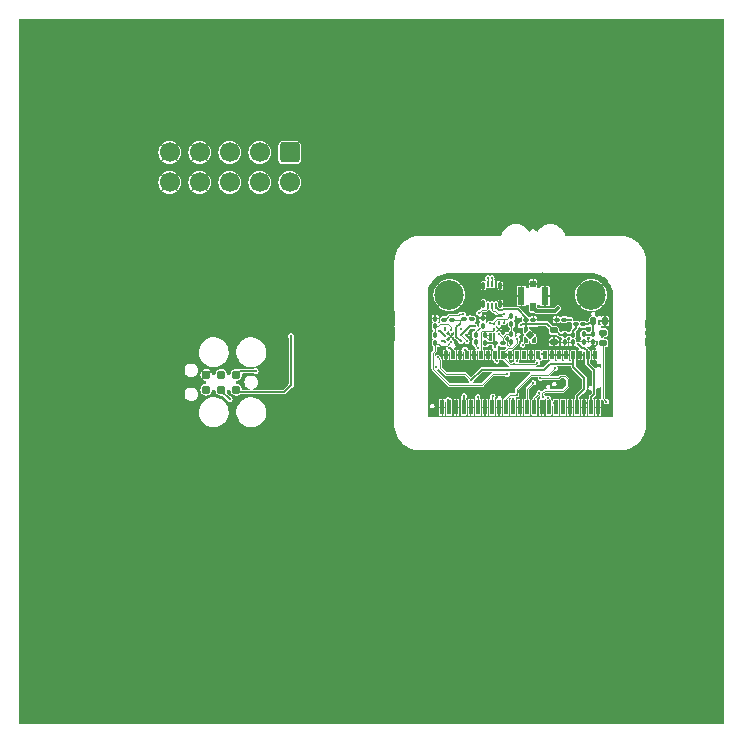
<source format=gbr>
%TF.GenerationSoftware,KiCad,Pcbnew,7.0.6*%
%TF.CreationDate,2023-09-10T10:14:11-04:00*%
%TF.ProjectId,headstage-neuropix1e,68656164-7374-4616-9765-2d6e6575726f,B*%
%TF.SameCoordinates,Original*%
%TF.FileFunction,Copper,L1,Top*%
%TF.FilePolarity,Positive*%
%FSLAX46Y46*%
G04 Gerber Fmt 4.6, Leading zero omitted, Abs format (unit mm)*
G04 Created by KiCad (PCBNEW 7.0.6) date 2023-09-10 10:14:11*
%MOMM*%
%LPD*%
G01*
G04 APERTURE LIST*
G04 Aperture macros list*
%AMRoundRect*
0 Rectangle with rounded corners*
0 $1 Rounding radius*
0 $2 $3 $4 $5 $6 $7 $8 $9 X,Y pos of 4 corners*
0 Add a 4 corners polygon primitive as box body*
4,1,4,$2,$3,$4,$5,$6,$7,$8,$9,$2,$3,0*
0 Add four circle primitives for the rounded corners*
1,1,$1+$1,$2,$3*
1,1,$1+$1,$4,$5*
1,1,$1+$1,$6,$7*
1,1,$1+$1,$8,$9*
0 Add four rect primitives between the rounded corners*
20,1,$1+$1,$2,$3,$4,$5,0*
20,1,$1+$1,$4,$5,$6,$7,0*
20,1,$1+$1,$6,$7,$8,$9,0*
20,1,$1+$1,$8,$9,$2,$3,0*%
%AMRotRect*
0 Rectangle, with rotation*
0 The origin of the aperture is its center*
0 $1 length*
0 $2 width*
0 $3 Rotation angle, in degrees counterclockwise*
0 Add horizontal line*
21,1,$1,$2,0,0,$3*%
%AMFreePoly0*
4,1,6,0.230000,0.054289,0.020711,-0.155000,-0.230000,-0.155000,-0.230000,0.155000,0.230000,0.155000,0.230000,0.054289,0.230000,0.054289,$1*%
%AMFreePoly1*
4,1,6,0.230000,-0.054289,0.230000,-0.155000,-0.230000,-0.155000,-0.230000,0.155000,0.020711,0.155000,0.230000,-0.054289,0.230000,-0.054289,$1*%
%AMFreePoly2*
4,1,6,0.230000,-0.155000,-0.230000,-0.155000,-0.230000,-0.054289,-0.020711,0.155000,0.230000,0.155000,0.230000,-0.155000,0.230000,-0.155000,$1*%
%AMFreePoly3*
4,1,6,0.230000,-0.155000,-0.020711,-0.155000,-0.230000,0.054289,-0.230000,0.155000,0.230000,0.155000,0.230000,-0.155000,0.230000,-0.155000,$1*%
G04 Aperture macros list end*
%TA.AperFunction,ConnectorPad*%
%ADD10C,0.787400*%
%TD*%
%TA.AperFunction,SMDPad,CuDef*%
%ADD11RoundRect,0.100000X-0.130000X-0.100000X0.130000X-0.100000X0.130000X0.100000X-0.130000X0.100000X0*%
%TD*%
%TA.AperFunction,SMDPad,CuDef*%
%ADD12RoundRect,0.100000X-0.100000X0.130000X-0.100000X-0.130000X0.100000X-0.130000X0.100000X0.130000X0*%
%TD*%
%TA.AperFunction,SMDPad,CuDef*%
%ADD13RoundRect,0.009000X-0.081000X-0.233500X0.081000X-0.233500X0.081000X0.233500X-0.081000X0.233500X0*%
%TD*%
%TA.AperFunction,SMDPad,CuDef*%
%ADD14RoundRect,0.011500X-0.103500X-0.256000X0.103500X-0.256000X0.103500X0.256000X-0.103500X0.256000X0*%
%TD*%
%TA.AperFunction,SMDPad,CuDef*%
%ADD15R,0.500000X0.650000*%
%TD*%
%TA.AperFunction,SMDPad,CuDef*%
%ADD16R,0.600000X1.500000*%
%TD*%
%TA.AperFunction,SMDPad,CuDef*%
%ADD17R,0.500000X0.550000*%
%TD*%
%TA.AperFunction,SMDPad,CuDef*%
%ADD18RoundRect,0.100000X0.100000X-0.130000X0.100000X0.130000X-0.100000X0.130000X-0.100000X-0.130000X0*%
%TD*%
%TA.AperFunction,SMDPad,CuDef*%
%ADD19RoundRect,0.140000X-0.170000X0.140000X-0.170000X-0.140000X0.170000X-0.140000X0.170000X0.140000X0*%
%TD*%
%TA.AperFunction,SMDPad,CuDef*%
%ADD20C,0.250000*%
%TD*%
%TA.AperFunction,SMDPad,CuDef*%
%ADD21FreePoly0,90.000000*%
%TD*%
%TA.AperFunction,SMDPad,CuDef*%
%ADD22FreePoly1,90.000000*%
%TD*%
%TA.AperFunction,SMDPad,CuDef*%
%ADD23FreePoly2,90.000000*%
%TD*%
%TA.AperFunction,SMDPad,CuDef*%
%ADD24FreePoly3,90.000000*%
%TD*%
%TA.AperFunction,SMDPad,CuDef*%
%ADD25RotRect,0.580000X0.580000X135.000000*%
%TD*%
%TA.AperFunction,SMDPad,CuDef*%
%ADD26RoundRect,0.100000X0.130000X0.100000X-0.130000X0.100000X-0.130000X-0.100000X0.130000X-0.100000X0*%
%TD*%
%TA.AperFunction,SMDPad,CuDef*%
%ADD27R,0.300000X1.250000*%
%TD*%
%TA.AperFunction,SMDPad,CuDef*%
%ADD28R,0.300000X0.700000*%
%TD*%
%TA.AperFunction,ComponentPad*%
%ADD29C,2.500000*%
%TD*%
%TA.AperFunction,SMDPad,CuDef*%
%ADD30RoundRect,0.140000X-0.140000X-0.170000X0.140000X-0.170000X0.140000X0.170000X-0.140000X0.170000X0*%
%TD*%
%TA.AperFunction,ComponentPad*%
%ADD31RoundRect,0.250000X-0.600000X0.600000X-0.600000X-0.600000X0.600000X-0.600000X0.600000X0.600000X0*%
%TD*%
%TA.AperFunction,ComponentPad*%
%ADD32C,1.700000*%
%TD*%
%TA.AperFunction,SMDPad,CuDef*%
%ADD33RoundRect,0.050000X-0.250000X0.200000X-0.250000X-0.200000X0.250000X-0.200000X0.250000X0.200000X0*%
%TD*%
%TA.AperFunction,ViaPad*%
%ADD34C,0.300000*%
%TD*%
%TA.AperFunction,ViaPad*%
%ADD35C,0.250000*%
%TD*%
%TA.AperFunction,Conductor*%
%ADD36C,0.100000*%
%TD*%
%TA.AperFunction,Conductor*%
%ADD37C,0.200000*%
%TD*%
%TA.AperFunction,Conductor*%
%ADD38C,0.150000*%
%TD*%
%TA.AperFunction,Conductor*%
%ADD39C,0.300000*%
%TD*%
%TA.AperFunction,Conductor*%
%ADD40C,0.172000*%
%TD*%
G04 APERTURE END LIST*
D10*
%TO.P,J4,1,VCC*%
%TO.N,+4V*%
X118560000Y-95265000D03*
%TO.P,J4,2,SWDIO*%
%TO.N,/Neuropixels 1.0/SDA*%
X118560000Y-96535000D03*
%TO.P,J4,3,~{RESET}*%
%TO.N,unconnected-(J4-~{RESET}-Pad3)*%
X117290000Y-95265000D03*
%TO.P,J4,4,SWCLK*%
%TO.N,/Neuropixels 1.0/SCL*%
X117290000Y-96535000D03*
%TO.P,J4,5,GND*%
%TO.N,GND*%
X116020000Y-95265000D03*
%TO.P,J4,6,SWO*%
%TO.N,unconnected-(J4-SWO-Pad6)*%
X116020000Y-96535000D03*
%TD*%
D11*
%TO.P,R1,1*%
%TO.N,+1V8*%
X137860000Y-90560000D03*
%TO.P,R1,2*%
%TO.N,/Neuropixels 1.0/SDA*%
X138500000Y-90560000D03*
%TD*%
D12*
%TO.P,C19,1*%
%TO.N,+1V8*%
X146350000Y-91880000D03*
%TO.P,C19,2*%
%TO.N,GND*%
X146350000Y-92520000D03*
%TD*%
D13*
%TO.P,J5,1,Pin_1*%
%TO.N,/Neuropixels 1.0/SCL*%
X139850000Y-89410000D03*
%TO.P,J5,2,Pin_2*%
%TO.N,/Perpherials/GPIO0*%
X139850000Y-87590000D03*
%TO.P,J5,3,Pin_3*%
%TO.N,/Neuropixels 1.0/SDA*%
X140200000Y-89410000D03*
%TO.P,J5,4,Pin_4*%
%TO.N,/Perpherials/GPIO1*%
X140200000Y-87590000D03*
%TO.P,J5,5,Pin_5*%
%TO.N,+1V8*%
X140550000Y-89410000D03*
%TO.P,J5,6,Pin_6*%
%TO.N,GND*%
X140550000Y-87590000D03*
D14*
%TO.P,J5,MP1,MountPin1*%
%TO.N,+4V*%
X139475000Y-89265000D03*
%TO.P,J5,MP2,MountPin2*%
X139475000Y-87735000D03*
%TO.P,J5,MP3,MountPin3*%
%TO.N,GND*%
X140925000Y-89265000D03*
%TO.P,J5,MP4,MountPin4*%
X140925000Y-87735000D03*
%TD*%
D15*
%TO.P,J1,1,In*%
%TO.N,/DC Tap & Regulation/RF+DC*%
X143700000Y-89575000D03*
D16*
%TO.P,J1,2,Ext*%
%TO.N,GND*%
X142700000Y-88600000D03*
D17*
X143700000Y-87575000D03*
D16*
X144700000Y-88600000D03*
%TD*%
D18*
%TO.P,R15,1*%
%TO.N,/Neuropixels 1.0/CAL_SIGNAL*%
X139430000Y-91110000D03*
%TO.P,R15,2*%
%TO.N,GND*%
X139430000Y-90470000D03*
%TD*%
D12*
%TO.P,R12,1*%
%TO.N,Net-(R12-Pad1)*%
X141850000Y-90330000D03*
%TO.P,R12,2*%
%TO.N,Net-(U6-+)*%
X141850000Y-90970000D03*
%TD*%
D19*
%TO.P,C21,1*%
%TO.N,+1V8*%
X145450000Y-91520000D03*
%TO.P,C21,2*%
%TO.N,GND*%
X145450000Y-92480000D03*
%TD*%
D20*
%TO.P,U2,A1,EN1*%
%TO.N,+4V*%
X138090000Y-92420000D03*
%TO.P,U2,A2,VOUT1*%
%TO.N,+1V8*%
X137590000Y-92420000D03*
%TO.P,U2,B1,GND*%
%TO.N,GND*%
X138090000Y-91920000D03*
%TO.P,U2,B2,VIN*%
%TO.N,+4V*%
X137590000Y-91920000D03*
%TO.P,U2,C1,EN2*%
X138090000Y-91420000D03*
%TO.P,U2,C2,VOUT2*%
%TO.N,+1V2*%
X137590000Y-91420000D03*
%TD*%
D18*
%TO.P,C10,1*%
%TO.N,Net-(U3-EN2)*%
X135400000Y-91165000D03*
%TO.P,C10,2*%
%TO.N,GND*%
X135400000Y-90525000D03*
%TD*%
D20*
%TO.P,U6,A1,V+*%
%TO.N,+1V8*%
X140400000Y-91800000D03*
%TO.P,U6,A2,~{SHDN}*%
%TO.N,/Neuropixels 1.0/~{OSC_PDOWN}*%
X140400000Y-91400000D03*
%TO.P,U6,A3*%
%TO.N,Net-(R12-Pad1)*%
X140400000Y-91000000D03*
%TO.P,U6,B1,+*%
%TO.N,Net-(U6-+)*%
X140800000Y-91800000D03*
%TO.P,U6,B2,V-*%
%TO.N,GND*%
X140800000Y-91400000D03*
%TO.P,U6,B3,-*%
%TO.N,Net-(U6--)*%
X140800000Y-91000000D03*
%TD*%
D21*
%TO.P,U4,1,~{RESET}*%
%TO.N,/DC Tap & Regulation/VA_{EN}*%
X143075000Y-92330000D03*
D22*
%TO.P,U4,2,NC*%
%TO.N,unconnected-(U4-NC-Pad2)*%
X143725000Y-92330000D03*
D23*
%TO.P,U4,3,GND*%
%TO.N,GND*%
X143725000Y-91470000D03*
D24*
%TO.P,U4,4,VDD*%
%TO.N,+1V8*%
X143075000Y-91470000D03*
D25*
%TO.P,U4,5,TP*%
%TO.N,GND*%
X143400000Y-91900000D03*
%TD*%
D12*
%TO.P,C23,1*%
%TO.N,Net-(U5-VDDCML)*%
X148750000Y-91830000D03*
%TO.P,C23,2*%
%TO.N,GND*%
X148750000Y-92470000D03*
%TD*%
D18*
%TO.P,R5,1*%
%TO.N,/DC Tap & Regulation/VA_{EN}*%
X135400000Y-92565000D03*
%TO.P,R5,2*%
%TO.N,Net-(U3-EN2)*%
X135400000Y-91925000D03*
%TD*%
D12*
%TO.P,C20,1*%
%TO.N,+1V8*%
X147050000Y-91880000D03*
%TO.P,C20,2*%
%TO.N,GND*%
X147050000Y-92520000D03*
%TD*%
D26*
%TO.P,R11,1*%
%TO.N,Net-(U6-+)*%
X141120000Y-92600000D03*
%TO.P,R11,2*%
%TO.N,+1V8*%
X140480000Y-92600000D03*
%TD*%
D18*
%TO.P,C28,1*%
%TO.N,+1V8*%
X139650000Y-92570000D03*
%TO.P,C28,2*%
%TO.N,GND*%
X139650000Y-91930000D03*
%TD*%
D12*
%TO.P,R14,1*%
%TO.N,/Neuropixels 1.0/CAL_SIGNAL*%
X138840000Y-91880000D03*
%TO.P,R14,2*%
%TO.N,Net-(R12-Pad1)*%
X138840000Y-92520000D03*
%TD*%
D20*
%TO.P,U3,A1,EN1*%
%TO.N,/DC Tap & Regulation/VA_{EN}*%
X136740000Y-92500000D03*
%TO.P,U3,A2,VOUT1*%
%TO.N,+1.8VA*%
X136240000Y-92500000D03*
%TO.P,U3,B1,GND*%
%TO.N,GND*%
X136740000Y-92000000D03*
%TO.P,U3,B2,VIN*%
%TO.N,+4V*%
X136240000Y-92000000D03*
%TO.P,U3,C1,EN2*%
%TO.N,Net-(U3-EN2)*%
X136740000Y-91500000D03*
%TO.P,U3,C2,VOUT2*%
%TO.N,+1.2VA*%
X136240000Y-91500000D03*
%TD*%
D26*
%TO.P,L4,1,1*%
%TO.N,Net-(U5-VDDCML)*%
X147920000Y-91000000D03*
%TO.P,L4,2,2*%
%TO.N,+1V8*%
X147280000Y-91000000D03*
%TD*%
D12*
%TO.P,C22,1*%
%TO.N,Net-(U5-VDDCML)*%
X148000000Y-91830000D03*
%TO.P,C22,2*%
%TO.N,GND*%
X148000000Y-92470000D03*
%TD*%
D11*
%TO.P,C7,1*%
%TO.N,+1V8*%
X143080000Y-90600000D03*
%TO.P,C7,2*%
%TO.N,GND*%
X143720000Y-90600000D03*
%TD*%
D27*
%TO.P,J2,1,Pin_1*%
%TO.N,GND*%
X136000000Y-98025000D03*
D28*
%TO.P,J2,2,Pin_2*%
X136300000Y-93600000D03*
D27*
%TO.P,J2,3,Pin_3*%
%TO.N,+1.8VA*%
X136600000Y-98025000D03*
D28*
%TO.P,J2,4,Pin_4*%
X136900000Y-93600000D03*
D27*
%TO.P,J2,5,Pin_5*%
%TO.N,GND*%
X137200000Y-98025000D03*
D28*
%TO.P,J2,6,Pin_6*%
X137500000Y-93600000D03*
D27*
%TO.P,J2,7,Pin_7*%
%TO.N,+1.2VA*%
X137800000Y-98025000D03*
D28*
%TO.P,J2,8,Pin_8*%
X138100000Y-93600000D03*
D27*
%TO.P,J2,9,Pin_9*%
%TO.N,GND*%
X138400000Y-98025000D03*
D28*
%TO.P,J2,10,Pin_10*%
X138700000Y-93600000D03*
D27*
%TO.P,J2,11,Pin_11*%
%TO.N,/Neuropixels 1.0/CAL_SIGNAL*%
X139000000Y-98025000D03*
D28*
%TO.P,J2,12,Pin_12*%
%TO.N,/Neuropixels 1.0/~{OSC_PDOWN}*%
X139300000Y-93600000D03*
D27*
%TO.P,J2,13,Pin_13*%
%TO.N,GND*%
X139600000Y-98025000D03*
D28*
%TO.P,J2,14,Pin_14*%
X139900000Y-93600000D03*
D27*
%TO.P,J2,15,Pin_15*%
%TO.N,/DC Tap & Regulation/VA_{EN}*%
X140200000Y-98025000D03*
D28*
%TO.P,J2,16,Pin_16*%
%TO.N,/Neuropixels 1.0/NP_{~{MUXRST}}*%
X140500000Y-93600000D03*
D27*
%TO.P,J2,17,Pin_17*%
%TO.N,GND*%
X140800000Y-98025000D03*
D28*
%TO.P,J2,18,Pin_18*%
%TO.N,/Neuropixels 1.0/SDA*%
X141100000Y-93600000D03*
D27*
%TO.P,J2,19,Pin_19*%
%TO.N,/Neuropixels 1.0/SCL*%
X141400000Y-98025000D03*
D28*
%TO.P,J2,20,Pin_20*%
%TO.N,GND*%
X141700000Y-93600000D03*
D27*
%TO.P,J2,21,Pin_21*%
%TO.N,/Neuropixels 1.0/SYNC*%
X142000000Y-98025000D03*
D28*
%TO.P,J2,22,Pin_22*%
%TO.N,/Neuropixels 1.0/D6*%
X142300000Y-93600000D03*
D27*
%TO.P,J2,23,Pin_23*%
%TO.N,GND*%
X142600000Y-98025000D03*
D28*
%TO.P,J2,24,Pin_24*%
%TO.N,/Neuropixels 1.0/D5*%
X142900000Y-93600000D03*
D27*
%TO.P,J2,25,Pin_25*%
%TO.N,/Neuropixels 1.0/D4*%
X143200000Y-98025000D03*
D28*
%TO.P,J2,26,Pin_26*%
%TO.N,GND*%
X143500000Y-93600000D03*
D27*
%TO.P,J2,27,Pin_27*%
%TO.N,/Neuropixels 1.0/D3*%
X143800000Y-98025000D03*
D28*
%TO.P,J2,28,Pin_28*%
%TO.N,/Neuropixels 1.0/D2*%
X144100000Y-93600000D03*
D27*
%TO.P,J2,29,Pin_29*%
%TO.N,GND*%
X144400000Y-98025000D03*
D28*
%TO.P,J2,30,Pin_30*%
%TO.N,/Neuropixels 1.0/D1*%
X144700000Y-93600000D03*
D27*
%TO.P,J2,31,Pin_31*%
%TO.N,/Neuropixels 1.0/D0*%
X145000000Y-98025000D03*
D28*
%TO.P,J2,32,Pin_32*%
%TO.N,GND*%
X145300000Y-93600000D03*
D27*
%TO.P,J2,33,Pin_33*%
%TO.N,/Neuropixels 1.0/DCLK*%
X145600000Y-98025000D03*
D28*
%TO.P,J2,34,Pin_34*%
%TO.N,GND*%
X145900000Y-93600000D03*
D27*
%TO.P,J2,35,Pin_35*%
%TO.N,/Neuropixels 1.0/MCLK*%
X146200000Y-98025000D03*
D28*
%TO.P,J2,36,Pin_36*%
%TO.N,GND*%
X146500000Y-93600000D03*
D27*
%TO.P,J2,37,Pin_37*%
X146800000Y-98025000D03*
D28*
%TO.P,J2,38,Pin_38*%
%TO.N,+1V2*%
X147100000Y-93600000D03*
D27*
%TO.P,J2,39,Pin_39*%
X147400000Y-98025000D03*
D28*
%TO.P,J2,40,Pin_40*%
%TO.N,GND*%
X147700000Y-93600000D03*
D27*
%TO.P,J2,41,Pin_41*%
X148000000Y-98025000D03*
D28*
%TO.P,J2,42,Pin_42*%
%TO.N,+1V8*%
X148300000Y-93600000D03*
D27*
%TO.P,J2,43,Pin_43*%
X148600000Y-98025000D03*
D28*
%TO.P,J2,44,Pin_44*%
%TO.N,GND*%
X148900000Y-93600000D03*
D27*
%TO.P,J2,45,Pin_45*%
X149200000Y-98025000D03*
%TD*%
D29*
%TO.P,TP1,1,1*%
%TO.N,GND*%
X136600000Y-88500000D03*
%TD*%
D30*
%TO.P,C24,1*%
%TO.N,Net-(U5-VDDCML)*%
X148800000Y-90710000D03*
%TO.P,C24,2*%
%TO.N,GND*%
X149760000Y-90710000D03*
%TD*%
D26*
%TO.P,R10,1*%
%TO.N,/Serializer/Dout-*%
X146320000Y-90600000D03*
%TO.P,R10,2*%
%TO.N,GND*%
X145680000Y-90600000D03*
%TD*%
D31*
%TO.P,J3,1,Pin_1*%
%TO.N,+4V*%
X123080000Y-76447500D03*
D32*
%TO.P,J3,2,Pin_2*%
X123080000Y-78987500D03*
%TO.P,J3,3,Pin_3*%
%TO.N,/Neuropixels 1.0/SCL*%
X120540000Y-76447500D03*
%TO.P,J3,4,Pin_4*%
X120540000Y-78987500D03*
%TO.P,J3,5,Pin_5*%
%TO.N,/Neuropixels 1.0/SDA*%
X118000000Y-76447500D03*
%TO.P,J3,6,Pin_6*%
X118000000Y-78987500D03*
%TO.P,J3,7,Pin_7*%
%TO.N,GND*%
X115460000Y-76447500D03*
%TO.P,J3,8,Pin_8*%
X115460000Y-78987500D03*
%TO.P,J3,9,Pin_9*%
X112920000Y-76447500D03*
%TO.P,J3,10,Pin_10*%
X112920000Y-78987500D03*
%TD*%
D12*
%TO.P,R13,1*%
%TO.N,Net-(U6-+)*%
X141850000Y-91830000D03*
%TO.P,R13,2*%
%TO.N,GND*%
X141850000Y-92470000D03*
%TD*%
D26*
%TO.P,R2,1*%
%TO.N,+1V8*%
X136800000Y-90620000D03*
%TO.P,R2,2*%
%TO.N,/Neuropixels 1.0/SCL*%
X136160000Y-90620000D03*
%TD*%
D33*
%TO.P,D1,1,K*%
%TO.N,Net-(D1-K)*%
X149600000Y-91700000D03*
%TO.P,D1,2,A*%
%TO.N,+1V8*%
X149600000Y-92600000D03*
%TD*%
D29*
%TO.P,TP2,1,1*%
%TO.N,GND*%
X148600000Y-88500000D03*
%TD*%
D34*
%TO.N,GND*%
X146990000Y-95640000D03*
X104670000Y-77610000D03*
X152750000Y-106940000D03*
D35*
X146890000Y-88250000D03*
D34*
X144416061Y-81338202D03*
X130400000Y-83630000D03*
D35*
X150070000Y-89260000D03*
X134975500Y-91950000D03*
D34*
X135160000Y-95280000D03*
D35*
X147512132Y-94349665D03*
D34*
X156300000Y-121900000D03*
D35*
X141834896Y-94124533D03*
D34*
X140493550Y-95522998D03*
X144590000Y-98100500D03*
X140490000Y-96050000D03*
X129640000Y-110300000D03*
X135910000Y-93110000D03*
X144800000Y-92380500D03*
X136859092Y-95550000D03*
D35*
X148340000Y-95010000D03*
D34*
X135390000Y-98510000D03*
X106460000Y-93330000D03*
X137380000Y-106710000D03*
D35*
X144880000Y-90270000D03*
D34*
X144700000Y-87450000D03*
X135640000Y-73600000D03*
X135200000Y-97200000D03*
D35*
X146950000Y-89250000D03*
X147020000Y-96330000D03*
D34*
X138330000Y-96590000D03*
D35*
X140040000Y-91890000D03*
D34*
X141050000Y-87000000D03*
X146500000Y-93600000D03*
D35*
X142400000Y-95600000D03*
X148900000Y-93590000D03*
D34*
X150520000Y-80190000D03*
D35*
X145950000Y-94700000D03*
X146450000Y-89150000D03*
D34*
X138000000Y-89850000D03*
D35*
X139614453Y-93024500D03*
D34*
X150000000Y-96750000D03*
D35*
X138080000Y-87680000D03*
D34*
X155510000Y-95710000D03*
X138440000Y-97170000D03*
X106760000Y-112810000D03*
X149850000Y-98400000D03*
D35*
X147710000Y-96340000D03*
D34*
X145340000Y-93660000D03*
X147700000Y-93450000D03*
X147580000Y-95640000D03*
D35*
X142900000Y-95450000D03*
X136830000Y-91840000D03*
X141568020Y-92308292D03*
X142630000Y-97340000D03*
D34*
X136160092Y-94530000D03*
X126680000Y-71747500D03*
X135200000Y-89780000D03*
X156700000Y-69100000D03*
X155800000Y-87500000D03*
D35*
X148800000Y-92950500D03*
X146800000Y-90050000D03*
D34*
X140310000Y-96450000D03*
X143000000Y-87400000D03*
X146120000Y-95699500D03*
D35*
X142444101Y-92894101D03*
X145950000Y-90100000D03*
X145320000Y-89380000D03*
X145780000Y-96290000D03*
D34*
X135890000Y-90120000D03*
D35*
X148100000Y-90000000D03*
D34*
X138990000Y-96490000D03*
X107600000Y-104500000D03*
X148150000Y-97670000D03*
X146940000Y-87070000D03*
X103100000Y-122100000D03*
X145266637Y-78141210D03*
X149700000Y-89900000D03*
X144310000Y-91350000D03*
X143524500Y-93600000D03*
D35*
X146400000Y-90050000D03*
D34*
X137220000Y-97050000D03*
D35*
X138780000Y-94020000D03*
D34*
X136910000Y-80250000D03*
D35*
X138040500Y-91920000D03*
X141070000Y-93025498D03*
X143300899Y-91989101D03*
D34*
X145570000Y-87160000D03*
D35*
X144280000Y-90250000D03*
D34*
X105450000Y-70470000D03*
D35*
X144840000Y-96930000D03*
D34*
X137480000Y-96470000D03*
X143800000Y-86950000D03*
D35*
X143590000Y-96500000D03*
D34*
X117520000Y-69930000D03*
D35*
X141210000Y-94430000D03*
D34*
X145200000Y-72300000D03*
X154200000Y-101500000D03*
X135190000Y-96310000D03*
D35*
X141100000Y-91600000D03*
D34*
X103900000Y-84800000D03*
D35*
X147400000Y-89550000D03*
D34*
X128400000Y-101000000D03*
X143230000Y-96010000D03*
D35*
X136850000Y-94637500D03*
D34*
X139070000Y-86840000D03*
X139030000Y-95680000D03*
X114560000Y-86760000D03*
X137490000Y-94010000D03*
X137440000Y-86960000D03*
D35*
%TO.N,+1V8*%
X146444500Y-91880000D03*
D34*
X140474059Y-92959710D03*
D35*
X149899500Y-97550000D03*
D34*
X137471779Y-90951779D03*
X137590000Y-92420000D03*
X147500000Y-92700500D03*
X142662961Y-91089404D03*
D35*
X135505500Y-94637298D03*
D34*
%TO.N,+1.2VA*%
X137935000Y-93135000D03*
X136247871Y-91301612D03*
X137864351Y-97063949D03*
D35*
%TO.N,Net-(D1-K)*%
X149500500Y-92050000D03*
%TO.N,+1V2*%
X135617490Y-93803077D03*
D34*
X138460000Y-95710000D03*
X137590000Y-91420000D03*
D35*
%TO.N,+4V*%
X139475700Y-87735000D03*
X135711619Y-91548996D03*
D34*
X120200000Y-94945000D03*
D35*
X139475700Y-89265000D03*
D34*
X137590000Y-91920000D03*
X138730517Y-91170645D03*
D35*
%TO.N,/Neuropixels 1.0/MCLK*%
X146185753Y-98347372D03*
%TO.N,/Neuropixels 1.0/CAL_SIGNAL*%
X138775500Y-91880000D03*
X139000000Y-97150000D03*
%TO.N,/DC Tap & Regulation/RF+DC*%
X143800000Y-89575000D03*
D34*
X145812500Y-89600000D03*
D35*
%TO.N,/DC Tap & Regulation/VA_{EN}*%
X142793180Y-92745908D03*
X141500000Y-95223498D03*
X140290000Y-97080000D03*
%TO.N,/Neuropixels 1.0/NP_{~{MUXRST}}*%
X140600000Y-94100000D03*
%TO.N,/Neuropixels 1.0/SDA*%
X138314130Y-90444500D03*
X142350000Y-92243279D03*
X144050000Y-94250000D03*
X141250000Y-90099500D03*
D34*
X123200000Y-92000000D03*
D35*
X142050000Y-94400000D03*
D34*
X123210000Y-96120000D03*
%TO.N,/Neuropixels 1.0/SCL*%
X118000000Y-97340000D03*
D35*
X145550000Y-94700000D03*
X142296501Y-96954737D03*
X137757636Y-90135500D03*
X139104500Y-90040000D03*
%TO.N,/Neuropixels 1.0/SYNC*%
X142000000Y-97300000D03*
%TO.N,/Neuropixels 1.0/D6*%
X142300000Y-94100000D03*
%TO.N,/Neuropixels 1.0/D5*%
X142900000Y-93600000D03*
%TO.N,/Neuropixels 1.0/D4*%
X143717370Y-95945500D03*
%TO.N,/Neuropixels 1.0/D3*%
X144193189Y-96808263D03*
%TO.N,/Neuropixels 1.0/D2*%
X144264551Y-93925449D03*
%TO.N,/Neuropixels 1.0/D1*%
X144474502Y-93500000D03*
%TO.N,/Neuropixels 1.0/D0*%
X144950000Y-97270000D03*
%TO.N,/Neuropixels 1.0/PCLK*%
X144300000Y-95550000D03*
X144514500Y-97175498D03*
%TO.N,/Perpherials/GPIO0*%
X139850000Y-87050000D03*
%TO.N,/Perpherials/GPIO1*%
X140200000Y-87050000D03*
%TO.N,Net-(R12-Pad1)*%
X140026596Y-90901397D03*
X141250000Y-90850000D03*
X139025500Y-92994101D03*
%TO.N,Net-(U6--)*%
X140800000Y-90825500D03*
D34*
%TO.N,+1.8VA*%
X135950000Y-92390000D03*
X136579094Y-93019094D03*
X136509592Y-97426502D03*
D35*
%TO.N,/Serializer/Dout-*%
X146874500Y-90600000D03*
%TO.N,/Neuropixels 1.0/DCLK*%
X145420000Y-97699500D03*
%TO.N,Net-(U5-VDDCML)*%
X148010000Y-91900000D03*
%TD*%
D36*
%TO.N,/Neuropixels 1.0/SDA*%
X142350000Y-92243279D02*
X142350000Y-92553553D01*
X142350000Y-92553553D02*
X141883553Y-93020000D01*
X141883553Y-93020000D02*
X141530000Y-93020000D01*
X141530000Y-93020000D02*
X141100000Y-93450000D01*
X141100000Y-93450000D02*
X141100000Y-93600000D01*
%TO.N,GND*%
X141850000Y-92610000D02*
X141650000Y-92810000D01*
X141850000Y-92470000D02*
X141850000Y-92610000D01*
X139650000Y-91980000D02*
X139960000Y-92290000D01*
X139650000Y-91930000D02*
X139650000Y-91980000D01*
X144514500Y-98025000D02*
X144400000Y-98025000D01*
X148900000Y-93590000D02*
X148900000Y-93600000D01*
D37*
X143400000Y-91900000D02*
X143390000Y-91900000D01*
D36*
X144590000Y-98100500D02*
X144514500Y-98025000D01*
D37*
X138040500Y-91920000D02*
X138050000Y-91920000D01*
X143390000Y-91900000D02*
X143300899Y-91989101D01*
%TO.N,+1V8*%
X142752365Y-91000000D02*
X143100000Y-91000000D01*
X142662961Y-91089404D02*
X142752365Y-91000000D01*
X148600000Y-98025000D02*
X148600000Y-97150000D01*
X143080000Y-90430000D02*
X142376200Y-89726200D01*
X147500000Y-92700500D02*
X147799500Y-93000000D01*
X148300000Y-93600000D02*
X148300000Y-93270000D01*
D38*
X137590000Y-92420000D02*
X137550000Y-92420000D01*
D37*
X147799500Y-93000000D02*
X148030000Y-93000000D01*
D38*
X140550000Y-89410000D02*
X140550000Y-89518249D01*
X140400000Y-91800000D02*
X140400000Y-92520000D01*
D37*
X139650000Y-92570000D02*
X140450000Y-92570000D01*
D36*
X149600000Y-92600000D02*
X149600000Y-97250500D01*
X137800000Y-90620000D02*
X137860000Y-90560000D01*
D37*
X143100000Y-91000000D02*
X143100000Y-90620000D01*
X144020000Y-91000000D02*
X143100000Y-91000000D01*
X148600000Y-97150000D02*
X148850000Y-96900000D01*
X146444500Y-91880000D02*
X146350000Y-91880000D01*
X137200000Y-91223558D02*
X137200000Y-92070000D01*
X143100000Y-90620000D02*
X143080000Y-90600000D01*
X146444500Y-91880000D02*
X147030000Y-91880000D01*
X148300000Y-93270000D02*
X148030000Y-93000000D01*
X145450000Y-91520000D02*
X144860000Y-90930000D01*
X147280000Y-91330000D02*
X147050000Y-91560000D01*
D38*
X143075000Y-91470000D02*
X143075000Y-91025000D01*
D37*
X143080000Y-90600000D02*
X143080000Y-90430000D01*
D38*
X140400000Y-92520000D02*
X140480000Y-92600000D01*
D36*
X137470000Y-90620000D02*
X137800000Y-90620000D01*
D37*
X140474059Y-92959710D02*
X140480000Y-92953769D01*
D38*
X137550000Y-92420000D02*
X137200000Y-92070000D01*
D37*
X140450000Y-92570000D02*
X140480000Y-92600000D01*
X141066284Y-89782322D02*
X140849429Y-89782322D01*
X143080000Y-90600000D02*
X143080000Y-90614264D01*
X145980000Y-91880000D02*
X146350000Y-91880000D01*
X147280000Y-91000000D02*
X147280000Y-91330000D01*
X145620000Y-91520000D02*
X145980000Y-91880000D01*
X148300000Y-94350000D02*
X148300000Y-93600000D01*
X137471779Y-90951779D02*
X137200000Y-91223558D01*
X148850000Y-94900000D02*
X148300000Y-94350000D01*
X141122406Y-89726200D02*
X141066284Y-89782322D01*
D36*
X137471779Y-90621779D02*
X137470000Y-90620000D01*
D37*
X148850000Y-96900000D02*
X148850000Y-94900000D01*
X147050000Y-91560000D02*
X147050000Y-91880000D01*
D36*
X149600000Y-97250500D02*
X149899500Y-97550000D01*
X137471779Y-90951779D02*
X137471779Y-90621779D01*
D37*
X142376200Y-89726200D02*
X141122406Y-89726200D01*
D38*
X140550000Y-89518249D02*
X140831751Y-89800000D01*
D36*
X136800000Y-90620000D02*
X137470000Y-90620000D01*
D37*
X144090000Y-90930000D02*
X144020000Y-91000000D01*
X140480000Y-92953769D02*
X140480000Y-92600000D01*
D38*
X143075000Y-91025000D02*
X143100000Y-91000000D01*
D37*
X145450000Y-91520000D02*
X145620000Y-91520000D01*
X144860000Y-90930000D02*
X144090000Y-90930000D01*
%TO.N,+1.2VA*%
X137864351Y-97063949D02*
X137800000Y-97128300D01*
X137800000Y-97128300D02*
X137800000Y-98025000D01*
X136240000Y-91309483D02*
X136240000Y-91400000D01*
X138100000Y-93300000D02*
X138100000Y-93600000D01*
X137935000Y-93135000D02*
X138100000Y-93300000D01*
X136247871Y-91301612D02*
X136240000Y-91309483D01*
D36*
%TO.N,Net-(D1-K)*%
X149600000Y-91950500D02*
X149500500Y-92050000D01*
X149600000Y-91700000D02*
X149600000Y-91950500D01*
D37*
%TO.N,+1V2*%
X147100000Y-93600000D02*
X147100000Y-94320000D01*
X147100000Y-94320000D02*
X145130000Y-94320000D01*
D36*
X135810000Y-94674266D02*
X136325735Y-95190000D01*
X136325735Y-95190000D02*
X137940000Y-95190000D01*
X135810000Y-93995587D02*
X135810000Y-94674266D01*
X135617490Y-93803077D02*
X135810000Y-93995587D01*
D37*
X148040000Y-95550000D02*
X148040000Y-96469620D01*
X144610000Y-94840000D02*
X139330000Y-94840000D01*
X147100000Y-94610000D02*
X148040000Y-95550000D01*
X147400000Y-97109620D02*
X147400000Y-98025000D01*
X139330000Y-94840000D02*
X138460000Y-95710000D01*
X148040000Y-96469620D02*
X147400000Y-97109620D01*
X145130000Y-94320000D02*
X144610000Y-94840000D01*
X147100000Y-94320000D02*
X147100000Y-94610000D01*
D36*
X137940000Y-95190000D02*
X138460000Y-95710000D01*
D38*
%TO.N,+4V*%
X135711619Y-91548996D02*
X135778996Y-91548996D01*
D37*
X120200000Y-94945000D02*
X118875000Y-94945000D01*
X138730517Y-91170645D02*
X138299355Y-91170645D01*
D36*
X138050000Y-92400000D02*
X137590000Y-91940000D01*
D38*
X137590000Y-91920000D02*
X138299355Y-91210645D01*
D36*
X137590000Y-91940000D02*
X137590000Y-91920000D01*
D37*
X118875000Y-94945000D02*
X118555000Y-95265000D01*
D38*
X136230000Y-92000000D02*
X136240000Y-92000000D01*
D36*
X139475700Y-87735000D02*
X139475000Y-87735000D01*
X139475700Y-89265000D02*
X139475000Y-89265000D01*
D38*
X138299355Y-91210645D02*
X138299355Y-91170645D01*
D36*
X138050000Y-92420000D02*
X138050000Y-92400000D01*
D38*
X135778996Y-91548996D02*
X136230000Y-92000000D01*
D36*
%TO.N,Net-(U3-EN2)*%
X135830000Y-91001612D02*
X136521612Y-91001612D01*
X135666612Y-91165000D02*
X135830000Y-91001612D01*
X135400000Y-91925000D02*
X135400000Y-91165000D01*
X136521612Y-91001612D02*
X136740000Y-91220000D01*
X136740000Y-91220000D02*
X136740000Y-91500000D01*
X135400000Y-91165000D02*
X135666612Y-91165000D01*
%TO.N,/Neuropixels 1.0/MCLK*%
X146185753Y-98347372D02*
X146200000Y-98333125D01*
X146200000Y-98333125D02*
X146200000Y-98025000D01*
%TO.N,/Neuropixels 1.0/CAL_SIGNAL*%
X139380000Y-91110000D02*
X139430000Y-91110000D01*
X138775500Y-91880000D02*
X138800000Y-91880000D01*
X138800000Y-91690000D02*
X139380000Y-91110000D01*
X138800000Y-91880000D02*
X138800000Y-91690000D01*
X139000000Y-97150000D02*
X139000000Y-98025000D01*
%TO.N,/Neuropixels 1.0/~{OSC_PDOWN}*%
X139250000Y-91660000D02*
X139361224Y-91548776D01*
X139300000Y-92870000D02*
X139250000Y-92820000D01*
X139361224Y-91548776D02*
X140251224Y-91548776D01*
X139300000Y-93600000D02*
X139300000Y-92870000D01*
X139250000Y-92820000D02*
X139250000Y-91660000D01*
X140251224Y-91548776D02*
X140400000Y-91400000D01*
D39*
%TO.N,/DC Tap & Regulation/RF+DC*%
X145562500Y-89850000D02*
X145812500Y-89600000D01*
X143700000Y-89575000D02*
X143975000Y-89850000D01*
X143975000Y-89850000D02*
X145562500Y-89850000D01*
D36*
%TO.N,/DC Tap & Regulation/VA_{EN}*%
X135400000Y-92565000D02*
X135510000Y-92675000D01*
X135825000Y-92810000D02*
X136364630Y-92810000D01*
X140290000Y-97080000D02*
X140200000Y-97170000D01*
X143075000Y-92415000D02*
X143075000Y-92330000D01*
X136364630Y-92810000D02*
X136674630Y-92500000D01*
X136674630Y-92500000D02*
X136740000Y-92500000D01*
X140280000Y-95223498D02*
X139373498Y-96130000D01*
X141500000Y-95223498D02*
X140280000Y-95223498D01*
X136610000Y-96130000D02*
X135230500Y-94750500D01*
X135230500Y-93389500D02*
X135400000Y-93220000D01*
X135510000Y-92675000D02*
X135690000Y-92675000D01*
X135690000Y-92675000D02*
X135825000Y-92810000D01*
X142793180Y-92696820D02*
X143075000Y-92415000D01*
X135400000Y-93220000D02*
X135400000Y-92565000D01*
X139373498Y-96130000D02*
X136610000Y-96130000D01*
X140200000Y-97170000D02*
X140200000Y-98025000D01*
X135230500Y-94750500D02*
X135230500Y-93389500D01*
X142793180Y-92745908D02*
X142793180Y-92696820D01*
%TO.N,/Neuropixels 1.0/NP_{~{MUXRST}}*%
X140500000Y-93600000D02*
X140500000Y-94000000D01*
X140500000Y-94000000D02*
X140600000Y-94100000D01*
D37*
%TO.N,/Neuropixels 1.0/SDA*%
X138500000Y-90560000D02*
X138429630Y-90560000D01*
X118760000Y-96740000D02*
X118555000Y-96535000D01*
X123210000Y-96120000D02*
X122590000Y-96740000D01*
X123210000Y-96120000D02*
X123210000Y-92010000D01*
D36*
X140689500Y-90099500D02*
X141250000Y-90099500D01*
X140300000Y-89850000D02*
X140200000Y-89750000D01*
X144050000Y-94250000D02*
X143900000Y-94400000D01*
X140689500Y-90099500D02*
X140440000Y-89850000D01*
X141100000Y-93800000D02*
X141100000Y-93600000D01*
X141700000Y-94400000D02*
X141100000Y-93800000D01*
X140440000Y-89850000D02*
X140300000Y-89850000D01*
X143900000Y-94400000D02*
X142050000Y-94400000D01*
X141700000Y-94400000D02*
X142050000Y-94400000D01*
X140200000Y-89750000D02*
X140200000Y-89410000D01*
D37*
X138429630Y-90560000D02*
X138314130Y-90444500D01*
X122590000Y-96740000D02*
X118760000Y-96740000D01*
X123210000Y-92010000D02*
X123200000Y-92000000D01*
D36*
%TO.N,/Neuropixels 1.0/SCL*%
X141745263Y-96954737D02*
X141400000Y-97300000D01*
X139850000Y-89410000D02*
X139850000Y-89620000D01*
X142296501Y-96954737D02*
X142296501Y-96473499D01*
X136216447Y-90620000D02*
X136586447Y-90250000D01*
X142296501Y-96473499D02*
X143495000Y-95275000D01*
D37*
X117285000Y-96625000D02*
X117285000Y-96535000D01*
D36*
X136586447Y-90250000D02*
X137360000Y-90250000D01*
X137470000Y-90135500D02*
X137757636Y-90135500D01*
X139850000Y-89620000D02*
X139680000Y-89790000D01*
X139354500Y-89790000D02*
X139104500Y-90040000D01*
X141400000Y-97300000D02*
X141400000Y-98025000D01*
X137360000Y-90250000D02*
X137360000Y-90245500D01*
X142296501Y-96954737D02*
X141745263Y-96954737D01*
X139680000Y-89790000D02*
X139354500Y-89790000D01*
X136160000Y-90620000D02*
X136216447Y-90620000D01*
X143495000Y-95275000D02*
X144975000Y-95275000D01*
D37*
X118000000Y-97340000D02*
X117285000Y-96625000D01*
D36*
X144975000Y-95275000D02*
X145550000Y-94700000D01*
X137360000Y-90245500D02*
X137470000Y-90135500D01*
%TO.N,/Neuropixels 1.0/SYNC*%
X142000000Y-97300000D02*
X142000000Y-98025000D01*
%TO.N,/Neuropixels 1.0/D6*%
X142300000Y-94100000D02*
X142300000Y-93600000D01*
%TO.N,/Neuropixels 1.0/D4*%
X143717370Y-95946895D02*
X143200000Y-96464265D01*
X143200000Y-96464265D02*
X143200000Y-98025000D01*
X143717370Y-95945500D02*
X143717370Y-95946895D01*
%TO.N,/Neuropixels 1.0/D3*%
X144193189Y-96856811D02*
X143800000Y-97250000D01*
X143800000Y-97250000D02*
X143800000Y-98025000D01*
X144193189Y-96808263D02*
X144193189Y-96856811D01*
%TO.N,/Neuropixels 1.0/D2*%
X144100000Y-93760898D02*
X144100000Y-93600000D01*
X144264551Y-93925449D02*
X144100000Y-93760898D01*
%TO.N,/Neuropixels 1.0/D1*%
X144600000Y-93500000D02*
X144700000Y-93600000D01*
X144474502Y-93500000D02*
X144600000Y-93500000D01*
%TO.N,/Neuropixels 1.0/D0*%
X145000000Y-97320000D02*
X145000000Y-98025000D01*
X144950000Y-97270000D02*
X145000000Y-97320000D01*
%TO.N,/Neuropixels 1.0/PCLK*%
X146617500Y-95652500D02*
X146364500Y-95399500D01*
X144514500Y-97175498D02*
X144466176Y-97127174D01*
X146364500Y-95399500D02*
X145995735Y-95399500D01*
X145845235Y-95550000D02*
X144300000Y-95550000D01*
X146617500Y-96212500D02*
X146617500Y-95652500D01*
X144466176Y-97127174D02*
X144466176Y-97030000D01*
X144468189Y-96835042D02*
X144673231Y-96630000D01*
X145995735Y-95399500D02*
X145845235Y-95550000D01*
X146200000Y-96630000D02*
X146617500Y-96212500D01*
X144673231Y-96630000D02*
X146200000Y-96630000D01*
X144468189Y-97027987D02*
X144468189Y-96835042D01*
X144466176Y-97030000D02*
X144468189Y-97027987D01*
%TO.N,/Perpherials/GPIO0*%
X139850000Y-87050000D02*
X139850000Y-87590000D01*
%TO.N,/Perpherials/GPIO1*%
X140200000Y-87050000D02*
X140200000Y-87590000D01*
%TO.N,Net-(R12-Pad1)*%
X140299500Y-90850500D02*
X140600000Y-90550000D01*
X140600000Y-90550000D02*
X141250000Y-90550000D01*
X140026596Y-90901397D02*
X140077493Y-90850500D01*
X138840000Y-92808600D02*
X138920700Y-92889300D01*
X141250000Y-90850000D02*
X141250000Y-90550000D01*
X140050500Y-90850500D02*
X140299500Y-90850500D01*
X140400000Y-90951000D02*
X140299500Y-90850500D01*
X138840000Y-92520000D02*
X138840000Y-92808600D01*
X141450000Y-90550000D02*
X141670000Y-90330000D01*
X140400000Y-91000000D02*
X140400000Y-90951000D01*
X140050500Y-90877493D02*
X140050500Y-90850500D01*
X140026596Y-90901397D02*
X140050500Y-90877493D01*
X140077493Y-90850500D02*
X140299500Y-90850500D01*
X141670000Y-90330000D02*
X141850000Y-90330000D01*
X141250000Y-90550000D02*
X141450000Y-90550000D01*
X139025500Y-92994101D02*
X138920700Y-92889300D01*
%TO.N,Net-(U6--)*%
X140800000Y-90825500D02*
X140800000Y-91000000D01*
D38*
%TO.N,+1.8VA*%
X136130000Y-92390000D02*
X135950000Y-92390000D01*
D37*
X136600000Y-97516910D02*
X136600000Y-98025000D01*
X136900000Y-93300000D02*
X136900000Y-93600000D01*
X136509592Y-97426502D02*
X136600000Y-97516910D01*
X136619094Y-93019094D02*
X136900000Y-93300000D01*
D38*
X136240000Y-92500000D02*
X136130000Y-92390000D01*
D37*
X136579094Y-93019094D02*
X136619094Y-93019094D01*
D40*
%TO.N,/Serializer/Dout-*%
X146874500Y-90600000D02*
X146320000Y-90600000D01*
D36*
%TO.N,Net-(U6-+)*%
X141120000Y-92120000D02*
X140800000Y-91800000D01*
X141120000Y-92120000D02*
X141120000Y-92600000D01*
X141410000Y-91830000D02*
X141850000Y-91830000D01*
X141850000Y-90970000D02*
X141850000Y-91830000D01*
X141120000Y-92120000D02*
X141410000Y-91830000D01*
%TO.N,/Neuropixels 1.0/DCLK*%
X145600000Y-97879500D02*
X145600000Y-98025000D01*
X145420000Y-97699500D02*
X145600000Y-97879500D01*
D37*
%TO.N,Net-(U5-VDDCML)*%
X147920000Y-91000000D02*
X148350000Y-91000000D01*
X148650000Y-90700000D02*
X148350000Y-91000000D01*
X148010000Y-91900000D02*
X148030000Y-91880000D01*
X148750000Y-91880000D02*
X148750000Y-90770000D01*
X148750000Y-90770000D02*
X148820000Y-90700000D01*
X148820000Y-90700000D02*
X148650000Y-90700000D01*
X148030000Y-91880000D02*
X148750000Y-91880000D01*
%TD*%
%TA.AperFunction,Conductor*%
%TO.N,GND*%
G36*
X135729297Y-94806403D02*
G01*
X135738986Y-94816092D01*
X135738988Y-94816093D01*
X135965635Y-95042739D01*
X136190800Y-95267904D01*
X136247831Y-95324935D01*
X136261413Y-95328573D01*
X136273226Y-95333466D01*
X136285408Y-95340500D01*
X136366062Y-95340501D01*
X136366064Y-95340500D01*
X137857365Y-95340500D01*
X137892013Y-95354852D01*
X138193134Y-95655973D01*
X138207486Y-95690621D01*
X138206545Y-95700177D01*
X138204592Y-95709998D01*
X138204592Y-95710001D01*
X138224033Y-95807739D01*
X138279398Y-95890601D01*
X138282811Y-95894014D01*
X138281713Y-95895111D01*
X138298972Y-95920939D01*
X138291657Y-95957721D01*
X138260475Y-95978558D01*
X138250914Y-95979500D01*
X136692635Y-95979500D01*
X136657987Y-95965148D01*
X135605173Y-94912334D01*
X135590821Y-94877686D01*
X135605173Y-94843038D01*
X135612592Y-94836948D01*
X135667428Y-94800308D01*
X135704208Y-94792993D01*
X135729297Y-94806403D01*
G37*
%TD.AperFunction*%
%TA.AperFunction,Conductor*%
G36*
X140166510Y-95054852D02*
G01*
X140180862Y-95089500D01*
X140166510Y-95124148D01*
X140145064Y-95145594D01*
X139325511Y-95965148D01*
X139290863Y-95979500D01*
X138669086Y-95979500D01*
X138634438Y-95965148D01*
X138620086Y-95930500D01*
X138634438Y-95895852D01*
X138639528Y-95891674D01*
X138640601Y-95890601D01*
X138662709Y-95857513D01*
X138695966Y-95807740D01*
X138705520Y-95759703D01*
X138718929Y-95734618D01*
X139398697Y-95054852D01*
X139433346Y-95040500D01*
X140131862Y-95040500D01*
X140166510Y-95054852D01*
G37*
%TD.AperFunction*%
%TA.AperFunction,Conductor*%
G36*
X138592055Y-91379402D02*
G01*
X138632777Y-91406611D01*
X138648588Y-91409756D01*
X138730515Y-91426053D01*
X138732812Y-91426053D01*
X138734933Y-91426931D01*
X138735251Y-91426995D01*
X138735238Y-91427058D01*
X138767460Y-91440405D01*
X138781812Y-91475053D01*
X138767460Y-91509701D01*
X138752167Y-91524994D01*
X138740011Y-91537150D01*
X138714923Y-91550559D01*
X138661770Y-91561132D01*
X138595447Y-91605447D01*
X138561692Y-91655966D01*
X138551133Y-91671769D01*
X138539500Y-91730252D01*
X138539500Y-92029748D01*
X138551133Y-92088231D01*
X138574417Y-92123077D01*
X138587379Y-92142477D01*
X138595448Y-92154552D01*
X138602491Y-92159258D01*
X138623326Y-92190441D01*
X138616009Y-92227224D01*
X138602491Y-92240742D01*
X138595447Y-92245448D01*
X138552790Y-92309289D01*
X138551133Y-92311769D01*
X138539500Y-92370252D01*
X138539500Y-92669748D01*
X138551133Y-92728231D01*
X138561798Y-92744192D01*
X138595447Y-92794552D01*
X138625785Y-92814823D01*
X138661769Y-92838867D01*
X138664134Y-92839337D01*
X138666142Y-92840679D01*
X138666229Y-92840715D01*
X138666221Y-92840732D01*
X138695317Y-92860173D01*
X138701905Y-92874713D01*
X138705063Y-92886501D01*
X138705064Y-92886502D01*
X138705065Y-92886504D01*
X138762095Y-92943535D01*
X138768986Y-92950426D01*
X138768989Y-92950428D01*
X138781230Y-92962669D01*
X138792468Y-92989800D01*
X138794640Y-92989369D01*
X138813082Y-93082085D01*
X138813150Y-93082249D01*
X138813150Y-93082426D01*
X138814024Y-93086820D01*
X138813150Y-93086993D01*
X138813150Y-93119752D01*
X138786631Y-93146270D01*
X138767880Y-93150000D01*
X138760000Y-93150000D01*
X138760000Y-93540000D01*
X138949999Y-93540000D01*
X138949999Y-93268707D01*
X138964351Y-93234059D01*
X138998999Y-93219707D01*
X139008562Y-93220650D01*
X139010073Y-93220950D01*
X139041250Y-93241794D01*
X139049500Y-93269006D01*
X139049500Y-93959894D01*
X139049501Y-93959898D01*
X139055331Y-93989213D01*
X139055331Y-93989214D01*
X139055332Y-93989215D01*
X139055332Y-93989216D01*
X139074241Y-94017515D01*
X139077543Y-94022457D01*
X139110787Y-94044669D01*
X139140101Y-94050500D01*
X139459898Y-94050499D01*
X139489213Y-94044669D01*
X139522457Y-94022457D01*
X139544669Y-93989213D01*
X139550500Y-93959899D01*
X139550499Y-93660000D01*
X139650001Y-93660000D01*
X139650001Y-93959845D01*
X139655802Y-93989018D01*
X139655804Y-93989022D01*
X139677904Y-94022097D01*
X139710980Y-94044197D01*
X139740153Y-94049999D01*
X139839999Y-94049999D01*
X139840000Y-94049998D01*
X139840000Y-93660000D01*
X139960000Y-93660000D01*
X139960000Y-94049999D01*
X140059845Y-94049999D01*
X140059845Y-94049998D01*
X140089018Y-94044197D01*
X140089022Y-94044195D01*
X140122097Y-94022095D01*
X140144197Y-93989019D01*
X140150000Y-93959845D01*
X140150000Y-93660000D01*
X139960000Y-93660000D01*
X139840000Y-93660000D01*
X139650001Y-93660000D01*
X139550499Y-93660000D01*
X139550499Y-93540000D01*
X139650000Y-93540000D01*
X139840000Y-93540000D01*
X139840000Y-93150000D01*
X139960000Y-93150000D01*
X139960000Y-93540000D01*
X140149999Y-93540000D01*
X140149999Y-93240155D01*
X140149998Y-93240154D01*
X140144197Y-93210981D01*
X140144195Y-93210977D01*
X140122095Y-93177902D01*
X140089019Y-93155802D01*
X140059846Y-93150000D01*
X139960000Y-93150000D01*
X139840000Y-93150000D01*
X139740155Y-93150000D01*
X139740154Y-93150001D01*
X139710981Y-93155802D01*
X139710977Y-93155804D01*
X139677902Y-93177904D01*
X139655802Y-93210980D01*
X139650000Y-93240154D01*
X139650000Y-93540000D01*
X139550499Y-93540000D01*
X139550499Y-93240102D01*
X139544669Y-93210787D01*
X139544667Y-93210784D01*
X139544667Y-93210783D01*
X139522457Y-93177543D01*
X139489213Y-93155330D01*
X139484757Y-93153485D01*
X139485234Y-93152331D01*
X139458757Y-93134638D01*
X139450500Y-93107417D01*
X139450500Y-92944342D01*
X139464852Y-92909694D01*
X139499500Y-92895342D01*
X139509052Y-92896283D01*
X139530252Y-92900500D01*
X139530253Y-92900500D01*
X139769745Y-92900500D01*
X139769748Y-92900500D01*
X139828231Y-92888867D01*
X139894552Y-92844552D01*
X139896089Y-92842252D01*
X139929482Y-92792277D01*
X139960665Y-92771441D01*
X139970224Y-92770500D01*
X140129776Y-92770500D01*
X140164424Y-92784852D01*
X140170518Y-92792277D01*
X140205447Y-92844551D01*
X140205448Y-92844552D01*
X140210097Y-92847658D01*
X140230933Y-92878840D01*
X140230933Y-92897958D01*
X140218707Y-92959430D01*
X140218651Y-92959711D01*
X140238092Y-93057449D01*
X140279749Y-93119795D01*
X140287065Y-93156577D01*
X140279750Y-93174239D01*
X140255330Y-93210787D01*
X140249500Y-93240095D01*
X140249500Y-93959894D01*
X140249501Y-93959898D01*
X140255331Y-93989213D01*
X140255331Y-93989214D01*
X140255332Y-93989215D01*
X140255332Y-93989216D01*
X140274241Y-94017515D01*
X140277543Y-94022457D01*
X140277980Y-94022749D01*
X140310784Y-94044668D01*
X140310786Y-94044668D01*
X140310787Y-94044669D01*
X140328829Y-94048257D01*
X140360011Y-94069093D01*
X140361549Y-94072481D01*
X140361838Y-94072315D01*
X140363516Y-94075221D01*
X140364558Y-94079111D01*
X140366581Y-94083567D01*
X140366716Y-94084068D01*
X140365942Y-94084276D01*
X140368900Y-94095314D01*
X140369141Y-94095267D01*
X140369869Y-94098931D01*
X140370082Y-94099723D01*
X140370082Y-94099997D01*
X140370082Y-94099998D01*
X140370082Y-94100000D01*
X140385423Y-94177127D01*
X140387583Y-94187986D01*
X140437422Y-94262577D01*
X140454873Y-94274237D01*
X140512014Y-94312417D01*
X140600000Y-94329918D01*
X140687986Y-94312417D01*
X140762577Y-94262577D01*
X140812417Y-94187986D01*
X140829918Y-94100000D01*
X140827908Y-94089894D01*
X140835223Y-94053113D01*
X140866406Y-94032277D01*
X140903188Y-94039592D01*
X140903188Y-94039593D01*
X140910783Y-94044668D01*
X140910787Y-94044669D01*
X140940101Y-94050500D01*
X141117364Y-94050499D01*
X141152012Y-94064851D01*
X141565065Y-94477904D01*
X141622096Y-94534935D01*
X141635678Y-94538573D01*
X141647491Y-94543466D01*
X141655460Y-94548067D01*
X141678287Y-94577821D01*
X141673390Y-94615003D01*
X141643635Y-94637831D01*
X141630956Y-94639500D01*
X139372389Y-94639500D01*
X139356204Y-94636750D01*
X139353025Y-94635637D01*
X139323085Y-94639010D01*
X139320110Y-94639346D01*
X139317368Y-94639500D01*
X139307407Y-94639500D01*
X139297701Y-94641714D01*
X139294994Y-94642174D01*
X139262075Y-94645883D01*
X139262073Y-94645884D01*
X139259214Y-94647681D01*
X139244062Y-94653958D01*
X139240771Y-94654709D01*
X139240766Y-94654711D01*
X139214875Y-94675359D01*
X139212636Y-94676947D01*
X139204197Y-94682251D01*
X139197157Y-94689291D01*
X139195109Y-94691122D01*
X139169212Y-94711776D01*
X139169210Y-94711777D01*
X139167745Y-94714820D01*
X139158250Y-94728198D01*
X138459292Y-95427157D01*
X138424644Y-95441509D01*
X138389996Y-95427157D01*
X138211838Y-95248999D01*
X138032409Y-95069570D01*
X138023760Y-95060921D01*
X138017905Y-95055065D01*
X138017902Y-95055063D01*
X138004322Y-95051425D01*
X137992505Y-95046531D01*
X137980327Y-95039500D01*
X137980324Y-95039499D01*
X137893973Y-95039499D01*
X137893965Y-95039500D01*
X136408370Y-95039500D01*
X136373722Y-95025148D01*
X135974852Y-94626278D01*
X135960500Y-94591630D01*
X135960500Y-94005277D01*
X135974852Y-93970629D01*
X135980948Y-93968103D01*
X135972449Y-93964583D01*
X136029552Y-93964583D01*
X136044148Y-93970629D01*
X136054773Y-93986532D01*
X136055803Y-93989021D01*
X136077904Y-94022097D01*
X136110980Y-94044197D01*
X136140153Y-94049999D01*
X136239999Y-94049999D01*
X136240000Y-94049998D01*
X136240000Y-93660000D01*
X136360000Y-93660000D01*
X136360000Y-94049999D01*
X136459845Y-94049999D01*
X136459845Y-94049998D01*
X136489018Y-94044197D01*
X136489022Y-94044195D01*
X136522097Y-94022095D01*
X136544197Y-93989019D01*
X136550000Y-93959845D01*
X136550000Y-93660000D01*
X136360000Y-93660000D01*
X136240000Y-93660000D01*
X136050001Y-93660000D01*
X136050001Y-93927410D01*
X136035649Y-93962058D01*
X136029552Y-93964583D01*
X135972449Y-93964583D01*
X135966353Y-93962058D01*
X135958568Y-93951914D01*
X135953468Y-93943081D01*
X135948573Y-93931265D01*
X135944935Y-93917683D01*
X135887905Y-93860652D01*
X135887903Y-93860651D01*
X135885111Y-93857859D01*
X135885111Y-93857858D01*
X135885108Y-93857856D01*
X135861760Y-93834508D01*
X135850522Y-93807378D01*
X135848349Y-93807811D01*
X135847407Y-93803078D01*
X135847408Y-93803077D01*
X135829907Y-93715091D01*
X135812040Y-93688351D01*
X135780067Y-93640499D01*
X135705476Y-93590660D01*
X135617490Y-93573159D01*
X135617489Y-93573159D01*
X135529503Y-93590660D01*
X135457223Y-93638956D01*
X135420440Y-93646272D01*
X135389258Y-93625437D01*
X135381000Y-93598214D01*
X135381000Y-93540000D01*
X136050000Y-93540000D01*
X136240000Y-93540000D01*
X136240000Y-93150000D01*
X136140155Y-93150000D01*
X136140154Y-93150001D01*
X136110981Y-93155802D01*
X136110977Y-93155804D01*
X136077902Y-93177904D01*
X136055802Y-93210980D01*
X136050000Y-93240154D01*
X136050000Y-93540000D01*
X135381000Y-93540000D01*
X135381000Y-93472135D01*
X135395352Y-93437487D01*
X135463155Y-93369684D01*
X135520430Y-93312409D01*
X135534935Y-93297904D01*
X135538574Y-93284319D01*
X135543471Y-93272499D01*
X135550500Y-93260327D01*
X135550500Y-92928094D01*
X135564852Y-92893446D01*
X135574513Y-92886991D01*
X135574218Y-92886549D01*
X135601697Y-92868187D01*
X135609413Y-92863030D01*
X135646195Y-92855713D01*
X135671285Y-92869124D01*
X135690065Y-92887904D01*
X135747096Y-92944935D01*
X135760678Y-92948573D01*
X135772491Y-92953466D01*
X135784673Y-92960500D01*
X135865326Y-92960501D01*
X135865328Y-92960500D01*
X136275634Y-92960500D01*
X136310282Y-92974852D01*
X136324634Y-93009500D01*
X136323693Y-93019055D01*
X136323686Y-93019090D01*
X136323686Y-93019095D01*
X136343127Y-93116832D01*
X136343127Y-93116833D01*
X136343128Y-93116834D01*
X136351742Y-93129726D01*
X136360000Y-93156948D01*
X136360000Y-93540000D01*
X136549999Y-93540000D01*
X136549999Y-93351843D01*
X136564351Y-93317195D01*
X136598999Y-93302843D01*
X136633645Y-93317194D01*
X136635160Y-93318709D01*
X136649500Y-93353345D01*
X136649500Y-93959894D01*
X136649501Y-93959898D01*
X136655331Y-93989213D01*
X136655331Y-93989214D01*
X136655332Y-93989215D01*
X136655332Y-93989216D01*
X136674241Y-94017515D01*
X136677543Y-94022457D01*
X136710787Y-94044669D01*
X136740101Y-94050500D01*
X137059898Y-94050499D01*
X137089213Y-94044669D01*
X137122457Y-94022457D01*
X137144669Y-93989213D01*
X137150500Y-93959899D01*
X137150499Y-93660000D01*
X137250001Y-93660000D01*
X137250001Y-93959845D01*
X137255802Y-93989018D01*
X137255804Y-93989022D01*
X137277904Y-94022097D01*
X137310980Y-94044197D01*
X137340153Y-94049999D01*
X137439999Y-94049999D01*
X137440000Y-94049998D01*
X137440000Y-93660000D01*
X137560000Y-93660000D01*
X137560000Y-94049999D01*
X137659845Y-94049999D01*
X137659845Y-94049998D01*
X137689018Y-94044197D01*
X137689022Y-94044195D01*
X137722097Y-94022095D01*
X137744197Y-93989019D01*
X137750000Y-93959845D01*
X137750000Y-93660000D01*
X137560000Y-93660000D01*
X137440000Y-93660000D01*
X137250001Y-93660000D01*
X137150499Y-93660000D01*
X137150499Y-93540000D01*
X137250000Y-93540000D01*
X137440000Y-93540000D01*
X137560000Y-93540000D01*
X137749999Y-93540000D01*
X137749999Y-93404332D01*
X137764351Y-93369684D01*
X137798999Y-93355332D01*
X137826221Y-93363590D01*
X137827724Y-93364594D01*
X137848559Y-93395777D01*
X137849500Y-93405335D01*
X137849500Y-93959894D01*
X137849501Y-93959898D01*
X137855331Y-93989213D01*
X137855331Y-93989214D01*
X137855332Y-93989215D01*
X137855332Y-93989216D01*
X137874241Y-94017515D01*
X137877543Y-94022457D01*
X137910787Y-94044669D01*
X137940101Y-94050500D01*
X138259898Y-94050499D01*
X138289213Y-94044669D01*
X138322457Y-94022457D01*
X138344669Y-93989213D01*
X138350500Y-93959899D01*
X138350499Y-93660000D01*
X138450001Y-93660000D01*
X138450001Y-93959845D01*
X138455802Y-93989018D01*
X138455804Y-93989022D01*
X138477904Y-94022097D01*
X138510980Y-94044197D01*
X138540153Y-94049999D01*
X138639999Y-94049999D01*
X138640000Y-94049998D01*
X138640000Y-93660000D01*
X138760000Y-93660000D01*
X138760000Y-94049999D01*
X138859845Y-94049999D01*
X138859845Y-94049998D01*
X138889018Y-94044197D01*
X138889022Y-94044195D01*
X138922097Y-94022095D01*
X138944197Y-93989019D01*
X138950000Y-93959845D01*
X138950000Y-93660000D01*
X138760000Y-93660000D01*
X138640000Y-93660000D01*
X138450001Y-93660000D01*
X138350499Y-93660000D01*
X138350499Y-93540000D01*
X138450000Y-93540000D01*
X138640000Y-93540000D01*
X138640000Y-93150000D01*
X138540155Y-93150000D01*
X138540154Y-93150001D01*
X138510981Y-93155802D01*
X138510977Y-93155804D01*
X138477902Y-93177904D01*
X138455802Y-93210980D01*
X138450000Y-93240154D01*
X138450000Y-93540000D01*
X138350499Y-93540000D01*
X138350499Y-93240102D01*
X138344669Y-93210787D01*
X138344667Y-93210784D01*
X138344667Y-93210783D01*
X138322457Y-93177543D01*
X138289212Y-93155330D01*
X138259904Y-93149500D01*
X138259899Y-93149500D01*
X138258271Y-93149500D01*
X138257633Y-93149276D01*
X138257503Y-93149264D01*
X138257506Y-93149232D01*
X138233559Y-93140853D01*
X138233197Y-93141607D01*
X138225185Y-93137748D01*
X138211800Y-93128250D01*
X138193930Y-93110380D01*
X138180520Y-93085294D01*
X138170966Y-93037260D01*
X138170965Y-93037258D01*
X138115601Y-92954398D01*
X138032739Y-92899033D01*
X137935002Y-92879592D01*
X137934998Y-92879592D01*
X137837260Y-92899033D01*
X137754398Y-92954398D01*
X137699033Y-93037260D01*
X137684453Y-93110560D01*
X137663618Y-93141742D01*
X137636395Y-93150000D01*
X137560000Y-93150000D01*
X137560000Y-93540000D01*
X137440000Y-93540000D01*
X137440000Y-93150000D01*
X137340155Y-93150000D01*
X137340154Y-93150001D01*
X137310981Y-93155802D01*
X137310977Y-93155804D01*
X137277902Y-93177904D01*
X137255802Y-93210980D01*
X137250000Y-93240154D01*
X137250000Y-93540000D01*
X137150499Y-93540000D01*
X137150499Y-93240102D01*
X137144669Y-93210787D01*
X137144667Y-93210784D01*
X137144667Y-93210783D01*
X137122457Y-93177543D01*
X137089212Y-93155330D01*
X137059904Y-93149500D01*
X137059899Y-93149500D01*
X137058271Y-93149500D01*
X137057633Y-93149276D01*
X137057503Y-93149264D01*
X137057506Y-93149232D01*
X137033560Y-93140853D01*
X137033198Y-93141607D01*
X137025185Y-93137748D01*
X137011798Y-93128249D01*
X136982663Y-93099114D01*
X136968311Y-93064466D01*
X136982663Y-93029818D01*
X136996051Y-93020319D01*
X137039280Y-92999500D01*
X137058851Y-92990075D01*
X137115917Y-92918518D01*
X137136283Y-92829287D01*
X137115917Y-92740056D01*
X137115915Y-92740054D01*
X137115914Y-92740051D01*
X137058852Y-92668500D01*
X137058850Y-92668498D01*
X136981310Y-92631156D01*
X136956321Y-92603192D01*
X136954512Y-92577452D01*
X136969918Y-92500000D01*
X136952417Y-92412014D01*
X136919327Y-92362491D01*
X136902576Y-92337421D01*
X136837715Y-92294084D01*
X136832262Y-92290440D01*
X136811427Y-92259259D01*
X136818743Y-92222477D01*
X136832262Y-92208957D01*
X136851350Y-92196202D01*
X136740001Y-92084853D01*
X136740000Y-92084853D01*
X136628649Y-92196202D01*
X136647736Y-92208955D01*
X136668572Y-92240137D01*
X136661257Y-92276920D01*
X136647737Y-92290440D01*
X136577422Y-92337422D01*
X136530742Y-92407286D01*
X136499560Y-92428121D01*
X136462777Y-92420805D01*
X136449258Y-92407286D01*
X136402577Y-92337422D01*
X136348202Y-92301091D01*
X136332712Y-92290741D01*
X136311878Y-92259560D01*
X136319194Y-92222777D01*
X136332711Y-92209259D01*
X136402577Y-92162577D01*
X136403823Y-92160713D01*
X136433205Y-92116739D01*
X136449558Y-92092263D01*
X136480740Y-92071428D01*
X136517522Y-92078744D01*
X136531042Y-92092263D01*
X136543795Y-92111349D01*
X136543796Y-92111349D01*
X136655147Y-92000000D01*
X136543796Y-91888649D01*
X136543794Y-91888649D01*
X136531042Y-91907735D01*
X136499860Y-91928571D01*
X136463078Y-91921255D01*
X136449559Y-91907737D01*
X136418319Y-91860982D01*
X136402577Y-91837422D01*
X136353006Y-91804301D01*
X136332712Y-91790741D01*
X136311878Y-91759560D01*
X136319194Y-91722777D01*
X136332711Y-91709259D01*
X136402577Y-91662577D01*
X136449258Y-91592712D01*
X136480440Y-91571878D01*
X136517223Y-91579194D01*
X136530740Y-91592711D01*
X136544393Y-91613144D01*
X136577422Y-91662577D01*
X136603880Y-91680255D01*
X136647736Y-91709558D01*
X136668571Y-91740740D01*
X136661255Y-91777523D01*
X136647735Y-91791042D01*
X136628649Y-91803794D01*
X136628649Y-91803795D01*
X136740000Y-91915147D01*
X136740001Y-91915147D01*
X136851349Y-91803796D01*
X136851349Y-91803795D01*
X136832263Y-91791042D01*
X136811427Y-91759859D01*
X136818744Y-91723077D01*
X136832262Y-91709559D01*
X136902577Y-91662577D01*
X136902576Y-91662576D01*
X136909758Y-91651831D01*
X136940940Y-91630995D01*
X136977722Y-91638311D01*
X136998558Y-91669493D01*
X136999500Y-91679053D01*
X136999500Y-91840820D01*
X136985148Y-91875468D01*
X136950500Y-91889820D01*
X136945697Y-91889584D01*
X136936202Y-91888648D01*
X136824853Y-91999999D01*
X136824853Y-92000001D01*
X136936202Y-92111350D01*
X136959266Y-92109079D01*
X136959438Y-92110831D01*
X136990901Y-92116739D01*
X137011887Y-92146866D01*
X137014709Y-92159228D01*
X137014712Y-92159235D01*
X137069173Y-92227524D01*
X137071776Y-92230788D01*
X137071777Y-92230788D01*
X137071778Y-92230789D01*
X137143009Y-92265093D01*
X137156397Y-92274592D01*
X137332222Y-92450416D01*
X137345632Y-92475504D01*
X137354033Y-92517739D01*
X137409398Y-92600601D01*
X137492260Y-92655966D01*
X137589998Y-92675408D01*
X137590000Y-92675408D01*
X137590002Y-92675408D01*
X137663609Y-92660766D01*
X137687740Y-92655966D01*
X137770601Y-92600601D01*
X137814292Y-92535211D01*
X137845473Y-92514377D01*
X137882255Y-92521692D01*
X137895774Y-92535211D01*
X137896066Y-92535648D01*
X137927422Y-92582577D01*
X137962559Y-92606054D01*
X138002014Y-92632417D01*
X138090000Y-92649918D01*
X138177986Y-92632417D01*
X138252577Y-92582577D01*
X138302417Y-92507986D01*
X138319918Y-92420000D01*
X138302417Y-92332014D01*
X138269787Y-92283180D01*
X138252576Y-92257421D01*
X138185460Y-92212577D01*
X138182262Y-92210440D01*
X138161427Y-92179259D01*
X138168743Y-92142477D01*
X138182262Y-92128957D01*
X138201350Y-92116202D01*
X138039795Y-91954647D01*
X138025444Y-91920001D01*
X138174853Y-91920001D01*
X138286202Y-92031350D01*
X138301944Y-92007791D01*
X138301945Y-92007788D01*
X138319408Y-91920001D01*
X138319408Y-91919998D01*
X138301945Y-91832209D01*
X138286203Y-91808649D01*
X138286202Y-91808649D01*
X138174853Y-91919999D01*
X138174853Y-91920001D01*
X138025444Y-91920001D01*
X138025443Y-91919999D01*
X138039795Y-91885351D01*
X138039795Y-91885350D01*
X138090000Y-91835147D01*
X138201349Y-91723796D01*
X138201349Y-91723795D01*
X138182263Y-91711042D01*
X138161427Y-91679859D01*
X138168744Y-91643077D01*
X138182262Y-91629559D01*
X138231660Y-91596553D01*
X138252576Y-91582578D01*
X138252577Y-91582577D01*
X138302417Y-91507986D01*
X138312479Y-91457391D01*
X138325889Y-91432304D01*
X138372698Y-91385496D01*
X138407346Y-91371145D01*
X138564834Y-91371145D01*
X138592055Y-91379402D01*
G37*
%TD.AperFunction*%
%TA.AperFunction,Conductor*%
G36*
X148541990Y-91174029D02*
G01*
X148549500Y-91200098D01*
X148549500Y-91499822D01*
X148535148Y-91534470D01*
X148527724Y-91540563D01*
X148505449Y-91555447D01*
X148505445Y-91555450D01*
X148461132Y-91621770D01*
X148457494Y-91640060D01*
X148436659Y-91671242D01*
X148409436Y-91679500D01*
X148340564Y-91679500D01*
X148305916Y-91665148D01*
X148292506Y-91640060D01*
X148288867Y-91621770D01*
X148288867Y-91621769D01*
X148262679Y-91582577D01*
X148244552Y-91555447D01*
X148204795Y-91528882D01*
X148178231Y-91511133D01*
X148119748Y-91499500D01*
X147880252Y-91499500D01*
X147828963Y-91509702D01*
X147821769Y-91511133D01*
X147755447Y-91555447D01*
X147711132Y-91621769D01*
X147711133Y-91621769D01*
X147699500Y-91680252D01*
X147699500Y-91979748D01*
X147711133Y-92038231D01*
X147730952Y-92067892D01*
X147748966Y-92094852D01*
X147755448Y-92104552D01*
X147762940Y-92109558D01*
X147783775Y-92140741D01*
X147776458Y-92177524D01*
X147762941Y-92191041D01*
X147755807Y-92195807D01*
X147711604Y-92261963D01*
X147700000Y-92320305D01*
X147700000Y-92410000D01*
X148300000Y-92410000D01*
X148300000Y-92320305D01*
X148288395Y-92261963D01*
X148244192Y-92195807D01*
X148237060Y-92191042D01*
X148216224Y-92159859D01*
X148223541Y-92123077D01*
X148237059Y-92109558D01*
X148244552Y-92104552D01*
X148246071Y-92102278D01*
X148277252Y-92081442D01*
X148286814Y-92080500D01*
X148463186Y-92080500D01*
X148497834Y-92094852D01*
X148503925Y-92102273D01*
X148505448Y-92104552D01*
X148512938Y-92109557D01*
X148512940Y-92109558D01*
X148533775Y-92140741D01*
X148526458Y-92177524D01*
X148512941Y-92191041D01*
X148505807Y-92195807D01*
X148461604Y-92261963D01*
X148450000Y-92320305D01*
X148450000Y-92410000D01*
X149066573Y-92410000D01*
X149087834Y-92414853D01*
X149109940Y-92425499D01*
X149109943Y-92425500D01*
X149150500Y-92425500D01*
X149185148Y-92439852D01*
X149199500Y-92474500D01*
X149199500Y-92726000D01*
X149185148Y-92760648D01*
X149150500Y-92775000D01*
X149110942Y-92775000D01*
X149070178Y-92794631D01*
X149032734Y-92796733D01*
X149004771Y-92771742D01*
X149002669Y-92734298D01*
X149008177Y-92723260D01*
X149038395Y-92678035D01*
X149050000Y-92619694D01*
X149050000Y-92530000D01*
X148810000Y-92530000D01*
X148810000Y-92800000D01*
X148869695Y-92800000D01*
X148928035Y-92788395D01*
X148939553Y-92780700D01*
X148976335Y-92773383D01*
X149007518Y-92794219D01*
X149014835Y-92831001D01*
X149005086Y-92851993D01*
X148988816Y-92872393D01*
X148988814Y-92872397D01*
X148970989Y-92950498D01*
X148970989Y-92950500D01*
X148988814Y-93028602D01*
X148988818Y-93028609D01*
X149022185Y-93070449D01*
X149032568Y-93106486D01*
X149014427Y-93139309D01*
X148983876Y-93150000D01*
X148960000Y-93150000D01*
X148960000Y-94049999D01*
X149054356Y-94049999D01*
X149089004Y-94064351D01*
X149103356Y-94098999D01*
X149102127Y-94109903D01*
X149084987Y-94184998D01*
X149084987Y-94185001D01*
X149102812Y-94263102D01*
X149102816Y-94263109D01*
X149152764Y-94325740D01*
X149152766Y-94325741D01*
X149224938Y-94360498D01*
X149224940Y-94360498D01*
X149224943Y-94360500D01*
X149224945Y-94360500D01*
X149305055Y-94360500D01*
X149305057Y-94360500D01*
X149377236Y-94325740D01*
X149377236Y-94325739D01*
X149379239Y-94324775D01*
X149416683Y-94322672D01*
X149444647Y-94347661D01*
X149449500Y-94368922D01*
X149449500Y-94641348D01*
X149435148Y-94675996D01*
X149400500Y-94690348D01*
X149365852Y-94675996D01*
X149362191Y-94671900D01*
X149337825Y-94641348D01*
X149312236Y-94609260D01*
X149312233Y-94609258D01*
X149240061Y-94574501D01*
X149240058Y-94574500D01*
X149240057Y-94574500D01*
X149159943Y-94574500D01*
X149159942Y-94574500D01*
X149159938Y-94574501D01*
X149087766Y-94609258D01*
X149087764Y-94609259D01*
X149037816Y-94671890D01*
X149037813Y-94671897D01*
X149032943Y-94693231D01*
X149011240Y-94723816D01*
X148974267Y-94730097D01*
X148950524Y-94716974D01*
X148514852Y-94281302D01*
X148500500Y-94246654D01*
X148500500Y-94063319D01*
X148514852Y-94028671D01*
X148522280Y-94022575D01*
X148522457Y-94022457D01*
X148525759Y-94017515D01*
X148544668Y-93989216D01*
X148544669Y-93989212D01*
X148544708Y-93989019D01*
X148550500Y-93959899D01*
X148550499Y-93660000D01*
X148650001Y-93660000D01*
X148650001Y-93959845D01*
X148655802Y-93989018D01*
X148655804Y-93989022D01*
X148677904Y-94022097D01*
X148710980Y-94044197D01*
X148740153Y-94049999D01*
X148839999Y-94049999D01*
X148840000Y-94049998D01*
X148840000Y-93660000D01*
X148650001Y-93660000D01*
X148550499Y-93660000D01*
X148550499Y-93540000D01*
X148650000Y-93540000D01*
X148840000Y-93540000D01*
X148840000Y-93150000D01*
X148740155Y-93150000D01*
X148740154Y-93150001D01*
X148710981Y-93155802D01*
X148710977Y-93155804D01*
X148677902Y-93177904D01*
X148655802Y-93210980D01*
X148650000Y-93240154D01*
X148650000Y-93540000D01*
X148550499Y-93540000D01*
X148550499Y-93240102D01*
X148544669Y-93210787D01*
X148544667Y-93210784D01*
X148544667Y-93210783D01*
X148522457Y-93177543D01*
X148522456Y-93177542D01*
X148489212Y-93155330D01*
X148478408Y-93153181D01*
X148453321Y-93139771D01*
X148450709Y-93137159D01*
X148448877Y-93135109D01*
X148428224Y-93109212D01*
X148428223Y-93109211D01*
X148425185Y-93107748D01*
X148411800Y-93098250D01*
X148298118Y-92984568D01*
X148283766Y-92949920D01*
X148298118Y-92915272D01*
X148332766Y-92900920D01*
X148333471Y-92901000D01*
X148338635Y-92901000D01*
X148418747Y-92901000D01*
X148418749Y-92901000D01*
X148443943Y-92888867D01*
X148490925Y-92866242D01*
X148490925Y-92866241D01*
X148490928Y-92866240D01*
X148536999Y-92808468D01*
X148569821Y-92790329D01*
X148584866Y-92790962D01*
X148630305Y-92800000D01*
X148690000Y-92800000D01*
X148690000Y-92530000D01*
X148450000Y-92530000D01*
X148444352Y-92535648D01*
X148409704Y-92550000D01*
X148340296Y-92550000D01*
X148305648Y-92535648D01*
X148300000Y-92530000D01*
X147710583Y-92530000D01*
X147683361Y-92521742D01*
X147597739Y-92464533D01*
X147500002Y-92445092D01*
X147499997Y-92445092D01*
X147408559Y-92463280D01*
X147371777Y-92455964D01*
X147350942Y-92424781D01*
X147350000Y-92415222D01*
X147350000Y-92370305D01*
X147338395Y-92311963D01*
X147294192Y-92245807D01*
X147287060Y-92241042D01*
X147266224Y-92209859D01*
X147273541Y-92173077D01*
X147287059Y-92159558D01*
X147294552Y-92154552D01*
X147338867Y-92088231D01*
X147350500Y-92029748D01*
X147350500Y-91730252D01*
X147338867Y-91671769D01*
X147314307Y-91635013D01*
X147306991Y-91598234D01*
X147320400Y-91573147D01*
X147391800Y-91501747D01*
X147405189Y-91492249D01*
X147408224Y-91490788D01*
X147428892Y-91464870D01*
X147430698Y-91462849D01*
X147437748Y-91455801D01*
X147443052Y-91447358D01*
X147444628Y-91445139D01*
X147465290Y-91419231D01*
X147466038Y-91415948D01*
X147472323Y-91400775D01*
X147474116Y-91397924D01*
X147477824Y-91364997D01*
X147478280Y-91362310D01*
X147480500Y-91352590D01*
X147480500Y-91342633D01*
X147480654Y-91339888D01*
X147481329Y-91333898D01*
X147483705Y-91312802D01*
X147501845Y-91279978D01*
X147505160Y-91277555D01*
X147554552Y-91244552D01*
X147559257Y-91237509D01*
X147590439Y-91216674D01*
X147627222Y-91223989D01*
X147640741Y-91237508D01*
X147645448Y-91244552D01*
X147711769Y-91288867D01*
X147770252Y-91300500D01*
X147770255Y-91300500D01*
X148069745Y-91300500D01*
X148069748Y-91300500D01*
X148128231Y-91288867D01*
X148194552Y-91244552D01*
X148209435Y-91222277D01*
X148240618Y-91201442D01*
X148250178Y-91200500D01*
X148307611Y-91200500D01*
X148323796Y-91203250D01*
X148326974Y-91204362D01*
X148359889Y-91200653D01*
X148362632Y-91200500D01*
X148372591Y-91200500D01*
X148374780Y-91200000D01*
X148382310Y-91198280D01*
X148384997Y-91197824D01*
X148417924Y-91194116D01*
X148420775Y-91192323D01*
X148435948Y-91186038D01*
X148439231Y-91185290D01*
X148465139Y-91164628D01*
X148467370Y-91163045D01*
X148474432Y-91158607D01*
X148511405Y-91152327D01*
X148541990Y-91174029D01*
G37*
%TD.AperFunction*%
%TA.AperFunction,Conductor*%
G36*
X140827222Y-92823989D02*
G01*
X140840741Y-92837508D01*
X140845448Y-92844552D01*
X140911769Y-92888867D01*
X140970252Y-92900500D01*
X140970255Y-92900500D01*
X141269747Y-92900500D01*
X141269748Y-92900500D01*
X141319678Y-92890568D01*
X141356459Y-92897884D01*
X141377295Y-92929066D01*
X141369979Y-92965848D01*
X141363885Y-92973274D01*
X141202011Y-93135148D01*
X141167363Y-93149500D01*
X140940105Y-93149500D01*
X140940104Y-93149500D01*
X140940102Y-93149501D01*
X140910787Y-93155331D01*
X140910786Y-93155331D01*
X140910784Y-93155332D01*
X140910783Y-93155332D01*
X140877543Y-93177542D01*
X140855330Y-93210786D01*
X140855330Y-93210787D01*
X140849500Y-93240095D01*
X140849500Y-93906049D01*
X140835148Y-93940697D01*
X140800500Y-93955049D01*
X140765852Y-93940697D01*
X140764851Y-93939696D01*
X140750499Y-93905048D01*
X140750499Y-93240104D01*
X140750499Y-93240102D01*
X140744669Y-93210787D01*
X140744667Y-93210784D01*
X140744667Y-93210783D01*
X140722457Y-93177543D01*
X140699128Y-93161955D01*
X140678292Y-93130772D01*
X140685608Y-93093992D01*
X140710025Y-93057450D01*
X140726261Y-92975826D01*
X140729467Y-92959711D01*
X140729467Y-92959709D01*
X140727251Y-92948572D01*
X140718577Y-92904967D01*
X140725892Y-92868187D01*
X140739408Y-92854670D01*
X140754552Y-92844552D01*
X140759257Y-92837509D01*
X140790439Y-92816674D01*
X140827222Y-92823989D01*
G37*
%TD.AperFunction*%
%TA.AperFunction,Conductor*%
G36*
X141544084Y-91994852D02*
G01*
X141557494Y-92019940D01*
X141561132Y-92038229D01*
X141561132Y-92038230D01*
X141561133Y-92038231D01*
X141576204Y-92060786D01*
X141598966Y-92094852D01*
X141605448Y-92104552D01*
X141612940Y-92109558D01*
X141633775Y-92140741D01*
X141626458Y-92177524D01*
X141612941Y-92191041D01*
X141605807Y-92195807D01*
X141561604Y-92261963D01*
X141550000Y-92320305D01*
X141550000Y-92410000D01*
X141861000Y-92410000D01*
X141895648Y-92424352D01*
X141910000Y-92459000D01*
X141910000Y-92481000D01*
X141895648Y-92515648D01*
X141861000Y-92530000D01*
X141550000Y-92530000D01*
X141550000Y-92619694D01*
X141561604Y-92678036D01*
X141605807Y-92744192D01*
X141659037Y-92779758D01*
X141679872Y-92810940D01*
X141672556Y-92847723D01*
X141641374Y-92868558D01*
X141631814Y-92869500D01*
X141489671Y-92869500D01*
X141489662Y-92869506D01*
X141489641Y-92869508D01*
X141483441Y-92871170D01*
X141483222Y-92870353D01*
X141452479Y-92874397D01*
X141422728Y-92851564D01*
X141417837Y-92814381D01*
X141424421Y-92799850D01*
X141438867Y-92778231D01*
X141450500Y-92719748D01*
X141450500Y-92480252D01*
X141438867Y-92421769D01*
X141408291Y-92376009D01*
X141394552Y-92355447D01*
X141328231Y-92311133D01*
X141328228Y-92311132D01*
X141309940Y-92307494D01*
X141278758Y-92286659D01*
X141270500Y-92259436D01*
X141270500Y-92202634D01*
X141284851Y-92167987D01*
X141457987Y-91994852D01*
X141492635Y-91980500D01*
X141509436Y-91980500D01*
X141544084Y-91994852D01*
G37*
%TD.AperFunction*%
%TA.AperFunction,Conductor*%
G36*
X140165058Y-91713628D02*
G01*
X140179410Y-91748276D01*
X140178469Y-91757835D01*
X140171118Y-91794794D01*
X140170082Y-91800000D01*
X140187583Y-91887986D01*
X140216242Y-91930877D01*
X140224500Y-91958099D01*
X140224500Y-92316526D01*
X140210148Y-92351174D01*
X140207760Y-92353134D01*
X140205747Y-92355148D01*
X140204862Y-92355514D01*
X140202739Y-92357258D01*
X140201450Y-92358120D01*
X140200825Y-92357186D01*
X140171099Y-92369500D01*
X139970224Y-92369500D01*
X139935576Y-92355148D01*
X139929482Y-92347723D01*
X139894551Y-92295446D01*
X139887059Y-92290440D01*
X139866224Y-92259257D01*
X139873542Y-92222475D01*
X139887062Y-92208956D01*
X139894192Y-92204192D01*
X139938395Y-92138036D01*
X139950000Y-92079694D01*
X139950000Y-91990000D01*
X139639000Y-91990000D01*
X139604352Y-91975648D01*
X139590000Y-91941000D01*
X139590000Y-91919000D01*
X139604352Y-91884352D01*
X139639000Y-91870000D01*
X139950000Y-91870000D01*
X139950000Y-91780303D01*
X139945531Y-91757834D01*
X139952849Y-91721052D01*
X139984032Y-91700217D01*
X139993590Y-91699276D01*
X140130410Y-91699276D01*
X140165058Y-91713628D01*
G37*
%TD.AperFunction*%
%TA.AperFunction,Conductor*%
G36*
X141527723Y-90928446D02*
G01*
X141548558Y-90959628D01*
X141549500Y-90969188D01*
X141549500Y-91119748D01*
X141561133Y-91178231D01*
X141575803Y-91200186D01*
X141605447Y-91244552D01*
X141628184Y-91259744D01*
X141671769Y-91288867D01*
X141675782Y-91291548D01*
X141674657Y-91293230D01*
X141695770Y-91314343D01*
X141699500Y-91333094D01*
X141699500Y-91466905D01*
X141685148Y-91501553D01*
X141675486Y-91508010D01*
X141675781Y-91508452D01*
X141605447Y-91555447D01*
X141561132Y-91621770D01*
X141557494Y-91640060D01*
X141536659Y-91671242D01*
X141509436Y-91679500D01*
X141369671Y-91679500D01*
X141357494Y-91686531D01*
X141345678Y-91691425D01*
X141332098Y-91695063D01*
X141332097Y-91695064D01*
X141275065Y-91752095D01*
X141275064Y-91752096D01*
X141154647Y-91872512D01*
X141119999Y-91886864D01*
X141085351Y-91872512D01*
X141044270Y-91831431D01*
X141033032Y-91804301D01*
X141030859Y-91804734D01*
X141029917Y-91800001D01*
X141029918Y-91800000D01*
X141012417Y-91712014D01*
X140962577Y-91637423D01*
X140952957Y-91630995D01*
X140935124Y-91619079D01*
X140929567Y-91610762D01*
X140927739Y-91612591D01*
X140800001Y-91484853D01*
X140800000Y-91484853D01*
X140675507Y-91609343D01*
X140675457Y-91609509D01*
X140674255Y-91610595D01*
X140672260Y-91612591D01*
X140672159Y-91612490D01*
X140664874Y-91619079D01*
X140637420Y-91637423D01*
X140634645Y-91640199D01*
X140599996Y-91654548D01*
X140565355Y-91640199D01*
X140559805Y-91634650D01*
X140545450Y-91600003D01*
X140559799Y-91565354D01*
X140562573Y-91562579D01*
X140562577Y-91562577D01*
X140580919Y-91535125D01*
X140589236Y-91529568D01*
X140587407Y-91527739D01*
X140715146Y-91400001D01*
X140884853Y-91400001D01*
X140996202Y-91511350D01*
X141011944Y-91487791D01*
X141011945Y-91487788D01*
X141029408Y-91400001D01*
X141029408Y-91399998D01*
X141011945Y-91312209D01*
X140996203Y-91288649D01*
X140996202Y-91288649D01*
X140884853Y-91399999D01*
X140884853Y-91400001D01*
X140715146Y-91400001D01*
X140715147Y-91400000D01*
X140715147Y-91399999D01*
X140590655Y-91275507D01*
X140590490Y-91275457D01*
X140589403Y-91274255D01*
X140587408Y-91272260D01*
X140587508Y-91272159D01*
X140580919Y-91264873D01*
X140562576Y-91237421D01*
X140559803Y-91234648D01*
X140545451Y-91200000D01*
X140559803Y-91165352D01*
X140565352Y-91159803D01*
X140600000Y-91145451D01*
X140634648Y-91159803D01*
X140637421Y-91162576D01*
X140664873Y-91180919D01*
X140670430Y-91189237D01*
X140672260Y-91187408D01*
X140800000Y-91315147D01*
X140800001Y-91315147D01*
X140924412Y-91190733D01*
X140924455Y-91190594D01*
X140925494Y-91189651D01*
X140927739Y-91187407D01*
X140927848Y-91187516D01*
X140935126Y-91180919D01*
X140939149Y-91178231D01*
X140962577Y-91162577D01*
X141012417Y-91087986D01*
X141020149Y-91049109D01*
X141040985Y-91017928D01*
X141077767Y-91010611D01*
X141095431Y-91017928D01*
X141114531Y-91030690D01*
X141162014Y-91062417D01*
X141250000Y-91079918D01*
X141337986Y-91062417D01*
X141412577Y-91012577D01*
X141459758Y-90941964D01*
X141490940Y-90921130D01*
X141527723Y-90928446D01*
G37*
%TD.AperFunction*%
%TA.AperFunction,Conductor*%
G36*
X144517752Y-86582952D02*
G01*
X144601918Y-86617816D01*
X144766233Y-86650500D01*
X144830186Y-86650500D01*
X148565649Y-86650500D01*
X148599199Y-86650500D01*
X148600784Y-86650551D01*
X148839807Y-86666218D01*
X148842983Y-86666636D01*
X149077125Y-86713209D01*
X149080200Y-86714034D01*
X149306253Y-86790769D01*
X149309216Y-86791997D01*
X149401656Y-86837583D01*
X149523313Y-86897577D01*
X149526083Y-86899176D01*
X149620126Y-86962014D01*
X149724568Y-87031800D01*
X149727110Y-87033751D01*
X149906590Y-87191150D01*
X149908849Y-87193409D01*
X150063732Y-87370019D01*
X150066246Y-87372886D01*
X150068199Y-87375431D01*
X150200820Y-87573912D01*
X150202424Y-87576690D01*
X150308002Y-87790783D01*
X150309230Y-87793746D01*
X150385965Y-88019799D01*
X150386792Y-88022884D01*
X150416557Y-88172523D01*
X150433362Y-88257011D01*
X150433781Y-88260191D01*
X150440974Y-88369919D01*
X150449448Y-88499215D01*
X150449500Y-88500800D01*
X150449500Y-90265649D01*
X150449500Y-90300000D01*
X150449500Y-90400656D01*
X150449501Y-90400661D01*
X150449687Y-90402788D01*
X150449563Y-90402798D01*
X150450000Y-90407778D01*
X150450000Y-93012222D01*
X150449564Y-93017204D01*
X150449686Y-93017215D01*
X150449500Y-93019340D01*
X150449500Y-98800500D01*
X150435148Y-98835148D01*
X150400500Y-98849500D01*
X143919340Y-98849500D01*
X143917215Y-98849686D01*
X143917204Y-98849564D01*
X143912222Y-98850000D01*
X140107778Y-98850000D01*
X140102795Y-98849564D01*
X140102785Y-98849686D01*
X140100660Y-98849500D01*
X140100656Y-98849500D01*
X140019814Y-98849500D01*
X134799500Y-98849500D01*
X134764852Y-98835148D01*
X134750500Y-98800500D01*
X134750500Y-97900000D01*
X134944344Y-97900000D01*
X134964710Y-97989231D01*
X134964712Y-97989235D01*
X135021774Y-98060786D01*
X135021776Y-98060788D01*
X135104234Y-98100499D01*
X135104235Y-98100499D01*
X135104237Y-98100500D01*
X135104239Y-98100500D01*
X135195761Y-98100500D01*
X135195763Y-98100500D01*
X135227948Y-98085000D01*
X135750001Y-98085000D01*
X135750001Y-98659845D01*
X135755802Y-98689018D01*
X135755804Y-98689022D01*
X135777904Y-98722097D01*
X135810980Y-98744197D01*
X135840153Y-98749999D01*
X135939999Y-98749999D01*
X135940000Y-98749998D01*
X135940000Y-98085000D01*
X136060000Y-98085000D01*
X136060000Y-98749999D01*
X136159845Y-98749999D01*
X136159845Y-98749998D01*
X136189018Y-98744197D01*
X136189022Y-98744195D01*
X136222097Y-98722095D01*
X136244197Y-98689019D01*
X136250000Y-98659845D01*
X136250000Y-98085000D01*
X136060000Y-98085000D01*
X135940000Y-98085000D01*
X135750001Y-98085000D01*
X135227948Y-98085000D01*
X135278224Y-98060788D01*
X135335290Y-97989231D01*
X135340820Y-97965000D01*
X135750000Y-97965000D01*
X135940000Y-97965000D01*
X136060000Y-97965000D01*
X136249999Y-97965000D01*
X136249999Y-97645994D01*
X136264351Y-97611346D01*
X136298999Y-97596994D01*
X136326223Y-97605253D01*
X136327724Y-97606256D01*
X136348559Y-97637439D01*
X136349500Y-97646997D01*
X136349500Y-98659894D01*
X136349501Y-98659898D01*
X136355331Y-98689213D01*
X136355331Y-98689214D01*
X136355332Y-98689215D01*
X136355332Y-98689216D01*
X136377531Y-98722439D01*
X136377543Y-98722457D01*
X136410787Y-98744669D01*
X136440101Y-98750500D01*
X136759898Y-98750499D01*
X136789213Y-98744669D01*
X136822457Y-98722457D01*
X136844669Y-98689213D01*
X136850500Y-98659899D01*
X136850499Y-98085000D01*
X136950001Y-98085000D01*
X136950001Y-98659845D01*
X136955802Y-98689018D01*
X136955804Y-98689022D01*
X136977904Y-98722097D01*
X137010980Y-98744197D01*
X137040153Y-98749999D01*
X137139999Y-98749999D01*
X137140000Y-98749998D01*
X137140000Y-98085000D01*
X137260000Y-98085000D01*
X137260000Y-98749999D01*
X137359845Y-98749999D01*
X137359845Y-98749998D01*
X137389018Y-98744197D01*
X137389022Y-98744195D01*
X137422097Y-98722095D01*
X137444197Y-98689019D01*
X137449990Y-98659894D01*
X137549500Y-98659894D01*
X137549501Y-98659898D01*
X137555331Y-98689213D01*
X137555331Y-98689214D01*
X137555332Y-98689215D01*
X137555332Y-98689216D01*
X137577531Y-98722439D01*
X137577543Y-98722457D01*
X137610787Y-98744669D01*
X137640101Y-98750500D01*
X137959898Y-98750499D01*
X137989213Y-98744669D01*
X138022457Y-98722457D01*
X138044669Y-98689213D01*
X138050500Y-98659899D01*
X138050499Y-98085000D01*
X138150001Y-98085000D01*
X138150001Y-98659845D01*
X138155802Y-98689018D01*
X138155804Y-98689022D01*
X138177904Y-98722097D01*
X138210980Y-98744197D01*
X138240153Y-98749999D01*
X138339999Y-98749999D01*
X138340000Y-98749998D01*
X138340000Y-98085000D01*
X138460000Y-98085000D01*
X138460000Y-98749999D01*
X138559845Y-98749999D01*
X138559845Y-98749998D01*
X138589018Y-98744197D01*
X138589022Y-98744195D01*
X138622097Y-98722095D01*
X138644197Y-98689019D01*
X138649990Y-98659894D01*
X138749500Y-98659894D01*
X138749501Y-98659898D01*
X138755331Y-98689213D01*
X138755331Y-98689214D01*
X138755332Y-98689215D01*
X138755332Y-98689216D01*
X138777531Y-98722439D01*
X138777543Y-98722457D01*
X138810787Y-98744669D01*
X138840101Y-98750500D01*
X139159898Y-98750499D01*
X139189213Y-98744669D01*
X139222457Y-98722457D01*
X139244669Y-98689213D01*
X139250500Y-98659899D01*
X139250499Y-98085000D01*
X139350001Y-98085000D01*
X139350001Y-98659845D01*
X139355802Y-98689018D01*
X139355804Y-98689022D01*
X139377904Y-98722097D01*
X139410980Y-98744197D01*
X139440153Y-98749999D01*
X139539999Y-98749999D01*
X139540000Y-98749998D01*
X139540000Y-98085000D01*
X139660000Y-98085000D01*
X139660000Y-98749999D01*
X139759845Y-98749999D01*
X139759845Y-98749998D01*
X139789018Y-98744197D01*
X139789022Y-98744195D01*
X139822097Y-98722095D01*
X139844197Y-98689019D01*
X139849990Y-98659894D01*
X139949500Y-98659894D01*
X139949501Y-98659898D01*
X139955331Y-98689213D01*
X139955331Y-98689214D01*
X139955332Y-98689215D01*
X139955332Y-98689216D01*
X139977531Y-98722439D01*
X139977543Y-98722457D01*
X140010787Y-98744669D01*
X140040101Y-98750500D01*
X140359898Y-98750499D01*
X140389213Y-98744669D01*
X140422457Y-98722457D01*
X140444669Y-98689213D01*
X140450500Y-98659899D01*
X140450499Y-98085000D01*
X140550001Y-98085000D01*
X140550001Y-98659845D01*
X140555802Y-98689018D01*
X140555804Y-98689022D01*
X140577904Y-98722097D01*
X140610980Y-98744197D01*
X140640153Y-98749999D01*
X140739999Y-98749999D01*
X140740000Y-98749998D01*
X140740000Y-98085000D01*
X140860000Y-98085000D01*
X140860000Y-98749999D01*
X140959845Y-98749999D01*
X140959845Y-98749998D01*
X140989018Y-98744197D01*
X140989022Y-98744195D01*
X141022097Y-98722095D01*
X141044197Y-98689019D01*
X141050000Y-98659845D01*
X141050000Y-98085000D01*
X140860000Y-98085000D01*
X140740000Y-98085000D01*
X140550001Y-98085000D01*
X140450499Y-98085000D01*
X140450499Y-97965000D01*
X140550000Y-97965000D01*
X141049999Y-97965000D01*
X141049999Y-97390155D01*
X141049998Y-97390154D01*
X141044197Y-97360981D01*
X141044195Y-97360977D01*
X141019415Y-97323891D01*
X141020997Y-97322833D01*
X141009453Y-97294964D01*
X141012021Y-97283731D01*
X141010958Y-97283489D01*
X141030013Y-97200002D01*
X141030013Y-97199998D01*
X141012187Y-97121897D01*
X141012183Y-97121890D01*
X140967070Y-97065322D01*
X140962236Y-97059260D01*
X140962235Y-97059259D01*
X140962233Y-97059258D01*
X140890061Y-97024501D01*
X140890058Y-97024500D01*
X140890057Y-97024500D01*
X140809943Y-97024500D01*
X140809942Y-97024500D01*
X140809938Y-97024501D01*
X140737766Y-97059258D01*
X140737764Y-97059259D01*
X140687816Y-97121890D01*
X140687812Y-97121897D01*
X140669987Y-97199998D01*
X140669987Y-97200000D01*
X140674568Y-97220069D01*
X140679311Y-97240851D01*
X140673028Y-97277824D01*
X140642442Y-97299526D01*
X140641097Y-97299813D01*
X140610981Y-97305802D01*
X140610977Y-97305804D01*
X140577902Y-97327904D01*
X140555802Y-97360980D01*
X140550000Y-97390154D01*
X140550000Y-97965000D01*
X140450499Y-97965000D01*
X140450499Y-97390102D01*
X140444669Y-97360787D01*
X140444667Y-97360784D01*
X140444667Y-97360783D01*
X140419776Y-97323530D01*
X140422110Y-97321969D01*
X140411455Y-97296245D01*
X140425807Y-97261597D01*
X140433232Y-97255503D01*
X140452577Y-97242577D01*
X140472998Y-97212014D01*
X140502417Y-97167986D01*
X140519918Y-97080000D01*
X140502417Y-96992014D01*
X140479205Y-96957274D01*
X140452577Y-96917422D01*
X140377986Y-96867583D01*
X140354955Y-96863002D01*
X140290000Y-96850082D01*
X140289999Y-96850082D01*
X140202013Y-96867583D01*
X140127422Y-96917422D01*
X140077583Y-96992013D01*
X140060082Y-97080000D01*
X140061122Y-97085230D01*
X140055498Y-97119283D01*
X140049500Y-97129671D01*
X140049499Y-97129674D01*
X140049499Y-97220069D01*
X140049500Y-97220074D01*
X140049500Y-97257417D01*
X140035148Y-97292065D01*
X140014978Y-97302847D01*
X140015243Y-97303486D01*
X140010783Y-97305332D01*
X139977543Y-97327542D01*
X139955330Y-97360786D01*
X139955330Y-97360787D01*
X139949500Y-97390095D01*
X139949500Y-98659894D01*
X139849990Y-98659894D01*
X139850000Y-98659845D01*
X139850000Y-98085000D01*
X139660000Y-98085000D01*
X139540000Y-98085000D01*
X139350001Y-98085000D01*
X139250499Y-98085000D01*
X139250499Y-97965000D01*
X139350000Y-97965000D01*
X139540000Y-97965000D01*
X139540000Y-97300000D01*
X139660000Y-97300000D01*
X139660000Y-97965000D01*
X139849999Y-97965000D01*
X139849999Y-97390155D01*
X139849998Y-97390154D01*
X139844197Y-97360981D01*
X139844195Y-97360977D01*
X139822095Y-97327902D01*
X139789019Y-97305802D01*
X139759846Y-97300000D01*
X139660000Y-97300000D01*
X139540000Y-97300000D01*
X139440155Y-97300000D01*
X139440154Y-97300001D01*
X139410981Y-97305802D01*
X139410977Y-97305804D01*
X139377902Y-97327904D01*
X139355802Y-97360980D01*
X139350000Y-97390154D01*
X139350000Y-97965000D01*
X139250499Y-97965000D01*
X139250499Y-97390102D01*
X139244669Y-97360787D01*
X139244667Y-97360784D01*
X139244667Y-97360783D01*
X139222457Y-97327543D01*
X139214887Y-97322485D01*
X139194051Y-97291302D01*
X139201367Y-97254522D01*
X139212417Y-97237986D01*
X139229918Y-97150000D01*
X139212417Y-97062014D01*
X139191271Y-97030367D01*
X139162577Y-96987422D01*
X139087986Y-96937583D01*
X139000000Y-96920082D01*
X138912013Y-96937583D01*
X138837422Y-96987422D01*
X138787583Y-97062013D01*
X138772584Y-97137423D01*
X138770082Y-97150000D01*
X138787583Y-97237986D01*
X138798631Y-97254521D01*
X138805947Y-97291303D01*
X138785114Y-97322484D01*
X138777543Y-97327543D01*
X138755330Y-97360786D01*
X138755330Y-97360787D01*
X138749500Y-97390095D01*
X138749500Y-98659894D01*
X138649990Y-98659894D01*
X138650000Y-98659845D01*
X138650000Y-98085000D01*
X138460000Y-98085000D01*
X138340000Y-98085000D01*
X138150001Y-98085000D01*
X138050499Y-98085000D01*
X138050499Y-97965000D01*
X138150000Y-97965000D01*
X138340000Y-97965000D01*
X138340000Y-97300000D01*
X138460000Y-97300000D01*
X138460000Y-97965000D01*
X138649999Y-97965000D01*
X138649999Y-97390155D01*
X138649998Y-97390154D01*
X138644197Y-97360981D01*
X138644195Y-97360977D01*
X138622095Y-97327902D01*
X138589019Y-97305802D01*
X138559846Y-97300000D01*
X138460000Y-97300000D01*
X138340000Y-97300000D01*
X138240155Y-97300000D01*
X138240154Y-97300001D01*
X138210981Y-97305802D01*
X138210977Y-97305804D01*
X138177902Y-97327904D01*
X138155802Y-97360980D01*
X138150000Y-97390154D01*
X138150000Y-97965000D01*
X138050499Y-97965000D01*
X138050499Y-97390102D01*
X138044669Y-97360787D01*
X138044667Y-97360784D01*
X138044667Y-97360783D01*
X138019776Y-97323530D01*
X138021249Y-97322545D01*
X138009583Y-97294359D01*
X138023944Y-97259715D01*
X138031352Y-97253636D01*
X138044952Y-97244550D01*
X138100317Y-97161689D01*
X138111546Y-97105237D01*
X138119759Y-97063950D01*
X138119759Y-97063947D01*
X138100317Y-96966209D01*
X138044952Y-96883347D01*
X137962090Y-96827982D01*
X137864353Y-96808541D01*
X137864349Y-96808541D01*
X137766611Y-96827982D01*
X137683749Y-96883347D01*
X137628384Y-96966209D01*
X137613161Y-97042737D01*
X137606596Y-97059241D01*
X137605884Y-97060373D01*
X137605883Y-97060375D01*
X137602174Y-97093294D01*
X137601714Y-97096001D01*
X137599500Y-97105707D01*
X137599500Y-97115668D01*
X137599346Y-97118412D01*
X137595637Y-97151327D01*
X137596749Y-97154502D01*
X137599500Y-97170688D01*
X137599500Y-97286680D01*
X137585148Y-97321328D01*
X137577725Y-97327421D01*
X137577545Y-97327540D01*
X137577542Y-97327543D01*
X137555330Y-97360786D01*
X137555330Y-97360787D01*
X137549500Y-97390095D01*
X137549500Y-98659894D01*
X137449990Y-98659894D01*
X137450000Y-98659845D01*
X137450000Y-98085000D01*
X137260000Y-98085000D01*
X137140000Y-98085000D01*
X136950001Y-98085000D01*
X136850499Y-98085000D01*
X136850499Y-97965000D01*
X136950000Y-97965000D01*
X137140000Y-97965000D01*
X137140000Y-97300000D01*
X137260000Y-97300000D01*
X137260000Y-97965000D01*
X137449999Y-97965000D01*
X137449999Y-97390155D01*
X137449998Y-97390154D01*
X137444197Y-97360981D01*
X137444195Y-97360977D01*
X137422095Y-97327902D01*
X137389019Y-97305802D01*
X137359846Y-97300000D01*
X137260000Y-97300000D01*
X137140000Y-97300000D01*
X137040155Y-97300000D01*
X137040154Y-97300001D01*
X137010981Y-97305802D01*
X137010977Y-97305804D01*
X136977902Y-97327904D01*
X136955802Y-97360980D01*
X136950000Y-97390154D01*
X136950000Y-97965000D01*
X136850499Y-97965000D01*
X136850499Y-97390102D01*
X136844669Y-97360787D01*
X136844667Y-97360784D01*
X136844667Y-97360783D01*
X136822457Y-97327543D01*
X136789212Y-97305330D01*
X136759904Y-97299500D01*
X136759899Y-97299500D01*
X136752197Y-97299500D01*
X136717549Y-97285148D01*
X136711457Y-97277726D01*
X136690193Y-97245901D01*
X136690191Y-97245900D01*
X136690191Y-97245899D01*
X136607331Y-97190535D01*
X136509594Y-97171094D01*
X136509590Y-97171094D01*
X136411852Y-97190535D01*
X136328991Y-97245899D01*
X136285340Y-97311230D01*
X136254158Y-97332065D01*
X136217376Y-97324750D01*
X136189017Y-97305802D01*
X136159846Y-97300000D01*
X136060000Y-97300000D01*
X136060000Y-97965000D01*
X135940000Y-97965000D01*
X135940000Y-97300000D01*
X135840155Y-97300000D01*
X135840154Y-97300001D01*
X135810981Y-97305802D01*
X135810977Y-97305804D01*
X135777902Y-97327904D01*
X135755802Y-97360980D01*
X135750000Y-97390154D01*
X135750000Y-97965000D01*
X135340820Y-97965000D01*
X135355656Y-97900000D01*
X135335290Y-97810769D01*
X135335288Y-97810767D01*
X135335287Y-97810764D01*
X135278225Y-97739213D01*
X135278223Y-97739211D01*
X135195765Y-97699500D01*
X135195763Y-97699500D01*
X135104237Y-97699500D01*
X135104234Y-97699500D01*
X135021776Y-97739211D01*
X135021774Y-97739213D01*
X134964712Y-97810764D01*
X134964710Y-97810768D01*
X134944344Y-97900000D01*
X134750500Y-97900000D01*
X134750500Y-93439569D01*
X135079999Y-93439569D01*
X135080000Y-93439574D01*
X135080000Y-94790827D01*
X135087031Y-94803005D01*
X135091925Y-94814822D01*
X135095563Y-94828400D01*
X135095564Y-94828402D01*
X135095565Y-94828404D01*
X135152595Y-94885435D01*
X135159486Y-94892326D01*
X135159489Y-94892328D01*
X136475065Y-96207904D01*
X136532096Y-96264935D01*
X136545678Y-96268573D01*
X136557491Y-96273466D01*
X136569673Y-96280500D01*
X136650327Y-96280501D01*
X136650329Y-96280500D01*
X139333171Y-96280500D01*
X139413825Y-96280500D01*
X139425999Y-96273469D01*
X139437817Y-96268574D01*
X139451402Y-96264935D01*
X139508433Y-96207905D01*
X139508433Y-96207903D01*
X139515322Y-96201015D01*
X139515324Y-96201011D01*
X140327986Y-95388350D01*
X140362635Y-95373998D01*
X141305050Y-95373998D01*
X141332180Y-95385235D01*
X141333411Y-95383394D01*
X141337422Y-95386074D01*
X141337423Y-95386075D01*
X141412014Y-95435915D01*
X141500000Y-95453416D01*
X141587986Y-95435915D01*
X141662577Y-95386075D01*
X141712417Y-95311484D01*
X141729918Y-95223498D01*
X141712417Y-95135512D01*
X141699861Y-95116721D01*
X141692545Y-95079941D01*
X141713381Y-95048758D01*
X141740604Y-95040500D01*
X143416484Y-95040500D01*
X143451132Y-95054852D01*
X143465484Y-95089500D01*
X143451132Y-95124148D01*
X143429170Y-95136829D01*
X143422314Y-95138666D01*
X143417095Y-95140065D01*
X143399798Y-95157361D01*
X142195445Y-96361715D01*
X142161567Y-96395592D01*
X142161565Y-96395596D01*
X142157926Y-96409177D01*
X142153032Y-96420993D01*
X142146001Y-96433170D01*
X142146000Y-96433173D01*
X142146000Y-96523568D01*
X142146001Y-96523573D01*
X142146001Y-96755237D01*
X142131649Y-96789885D01*
X142097001Y-96804237D01*
X141704934Y-96804237D01*
X141692757Y-96811268D01*
X141680941Y-96816162D01*
X141667361Y-96819800D01*
X141667360Y-96819801D01*
X141610328Y-96876832D01*
X141610327Y-96876833D01*
X141322096Y-97165065D01*
X141265064Y-97222096D01*
X141265064Y-97222097D01*
X141261425Y-97235678D01*
X141256531Y-97247494D01*
X141249498Y-97259674D01*
X141247830Y-97265903D01*
X141246170Y-97265458D01*
X141235139Y-97292073D01*
X141214979Y-97302848D01*
X141215243Y-97303486D01*
X141210783Y-97305332D01*
X141177543Y-97327542D01*
X141155330Y-97360786D01*
X141155330Y-97360787D01*
X141149500Y-97390095D01*
X141149500Y-98659894D01*
X141149501Y-98659898D01*
X141155331Y-98689213D01*
X141155331Y-98689214D01*
X141155332Y-98689215D01*
X141155332Y-98689216D01*
X141177531Y-98722439D01*
X141177543Y-98722457D01*
X141210787Y-98744669D01*
X141240101Y-98750500D01*
X141559898Y-98750499D01*
X141589213Y-98744669D01*
X141622457Y-98722457D01*
X141644669Y-98689213D01*
X141650500Y-98659899D01*
X141650499Y-97390102D01*
X141644669Y-97360787D01*
X141644666Y-97360783D01*
X141635259Y-97346704D01*
X141629911Y-97338700D01*
X141622595Y-97301920D01*
X141636003Y-97276834D01*
X141694908Y-97217929D01*
X141729554Y-97203580D01*
X141764203Y-97217932D01*
X141778554Y-97252580D01*
X141777613Y-97262137D01*
X141770082Y-97300000D01*
X141772055Y-97309922D01*
X141772056Y-97309923D01*
X141764740Y-97346703D01*
X141755331Y-97360785D01*
X141755330Y-97360787D01*
X141749500Y-97390097D01*
X141749500Y-98659894D01*
X141749501Y-98659898D01*
X141755331Y-98689213D01*
X141755331Y-98689214D01*
X141755332Y-98689215D01*
X141755332Y-98689216D01*
X141777531Y-98722439D01*
X141777543Y-98722457D01*
X141810787Y-98744669D01*
X141840101Y-98750500D01*
X142159898Y-98750499D01*
X142189213Y-98744669D01*
X142222457Y-98722457D01*
X142244669Y-98689213D01*
X142250500Y-98659899D01*
X142250499Y-98085000D01*
X142350001Y-98085000D01*
X142350001Y-98659845D01*
X142355802Y-98689018D01*
X142355804Y-98689022D01*
X142377904Y-98722097D01*
X142410980Y-98744197D01*
X142440153Y-98749999D01*
X142539999Y-98749999D01*
X142540000Y-98749998D01*
X142540000Y-98085000D01*
X142660000Y-98085000D01*
X142660000Y-98749999D01*
X142759845Y-98749999D01*
X142759845Y-98749998D01*
X142789018Y-98744197D01*
X142789022Y-98744195D01*
X142822097Y-98722095D01*
X142844197Y-98689019D01*
X142849990Y-98659894D01*
X142949500Y-98659894D01*
X142949501Y-98659898D01*
X142955331Y-98689213D01*
X142955331Y-98689214D01*
X142955332Y-98689215D01*
X142955332Y-98689216D01*
X142977531Y-98722439D01*
X142977543Y-98722457D01*
X143010787Y-98744669D01*
X143040101Y-98750500D01*
X143359898Y-98750499D01*
X143389213Y-98744669D01*
X143422457Y-98722457D01*
X143444669Y-98689213D01*
X143450500Y-98659899D01*
X143450499Y-97390102D01*
X143444669Y-97360787D01*
X143444667Y-97360784D01*
X143444667Y-97360783D01*
X143422457Y-97327543D01*
X143389213Y-97305330D01*
X143384757Y-97303485D01*
X143385234Y-97302331D01*
X143358757Y-97284638D01*
X143350500Y-97257417D01*
X143350500Y-96546899D01*
X143364851Y-96512252D01*
X143687333Y-96189769D01*
X143713174Y-96179065D01*
X143712636Y-96176359D01*
X143717368Y-96175417D01*
X143717370Y-96175418D01*
X143805356Y-96157917D01*
X143879947Y-96108077D01*
X143922427Y-96044501D01*
X145309987Y-96044501D01*
X145327812Y-96122602D01*
X145327816Y-96122609D01*
X145377764Y-96185240D01*
X145377766Y-96185241D01*
X145449938Y-96219998D01*
X145449940Y-96219998D01*
X145449943Y-96220000D01*
X145449945Y-96220000D01*
X145530055Y-96220000D01*
X145530057Y-96220000D01*
X145602236Y-96185240D01*
X145652186Y-96122605D01*
X145652781Y-96120001D01*
X145670013Y-96044501D01*
X145670013Y-96044498D01*
X145652187Y-95966397D01*
X145652183Y-95966390D01*
X145602235Y-95903759D01*
X145602233Y-95903758D01*
X145530061Y-95869001D01*
X145530058Y-95869000D01*
X145530057Y-95869000D01*
X145449943Y-95869000D01*
X145449942Y-95869000D01*
X145449938Y-95869001D01*
X145377766Y-95903758D01*
X145377764Y-95903759D01*
X145327816Y-95966390D01*
X145327812Y-95966397D01*
X145309987Y-96044498D01*
X145309987Y-96044501D01*
X143922427Y-96044501D01*
X143929787Y-96033486D01*
X143947288Y-95945500D01*
X143929787Y-95857514D01*
X143896529Y-95807740D01*
X143879947Y-95782922D01*
X143805356Y-95733083D01*
X143717370Y-95715582D01*
X143629383Y-95733083D01*
X143554792Y-95782922D01*
X143504953Y-95857513D01*
X143486511Y-95950232D01*
X143484871Y-95949905D01*
X143473100Y-95978324D01*
X143107743Y-96343681D01*
X143107743Y-96343682D01*
X143065066Y-96386358D01*
X143065064Y-96386362D01*
X143061425Y-96399943D01*
X143056531Y-96411759D01*
X143049500Y-96423936D01*
X143049499Y-96423939D01*
X143049499Y-96514334D01*
X143049500Y-96514339D01*
X143049500Y-97257417D01*
X143035148Y-97292065D01*
X143014978Y-97302847D01*
X143015243Y-97303486D01*
X143010783Y-97305332D01*
X142977543Y-97327542D01*
X142955330Y-97360786D01*
X142955330Y-97360787D01*
X142949500Y-97390095D01*
X142949500Y-98659894D01*
X142849990Y-98659894D01*
X142850000Y-98659845D01*
X142850000Y-98085000D01*
X142660000Y-98085000D01*
X142540000Y-98085000D01*
X142350001Y-98085000D01*
X142250499Y-98085000D01*
X142250499Y-97965000D01*
X142350000Y-97965000D01*
X142540000Y-97965000D01*
X142540000Y-97300000D01*
X142660000Y-97300000D01*
X142660000Y-97965000D01*
X142849999Y-97965000D01*
X142849999Y-97390155D01*
X142849998Y-97390154D01*
X142844197Y-97360981D01*
X142844195Y-97360977D01*
X142822095Y-97327902D01*
X142789019Y-97305802D01*
X142759846Y-97300000D01*
X142660000Y-97300000D01*
X142540000Y-97300000D01*
X142440155Y-97300000D01*
X142440154Y-97300001D01*
X142410981Y-97305802D01*
X142410977Y-97305804D01*
X142377902Y-97327904D01*
X142355802Y-97360980D01*
X142350000Y-97390154D01*
X142350000Y-97965000D01*
X142250499Y-97965000D01*
X142250499Y-97390102D01*
X142244669Y-97360787D01*
X142244667Y-97360784D01*
X142244667Y-97360783D01*
X142235260Y-97346704D01*
X142227944Y-97309922D01*
X142229918Y-97300000D01*
X142217593Y-97238037D01*
X142224909Y-97201255D01*
X142256091Y-97180420D01*
X142275210Y-97180420D01*
X142296501Y-97184655D01*
X142384487Y-97167154D01*
X142459078Y-97117314D01*
X142508918Y-97042723D01*
X142526419Y-96954737D01*
X142508918Y-96866751D01*
X142459078Y-96792160D01*
X142459077Y-96792159D01*
X142456397Y-96788148D01*
X142458238Y-96786917D01*
X142447001Y-96759787D01*
X142447001Y-96556134D01*
X142461353Y-96521486D01*
X143542988Y-95439852D01*
X143577636Y-95425500D01*
X144035139Y-95425500D01*
X144069787Y-95439852D01*
X144084139Y-95474500D01*
X144083198Y-95484059D01*
X144073079Y-95534935D01*
X144070082Y-95550000D01*
X144074974Y-95574596D01*
X144087583Y-95637986D01*
X144137422Y-95712577D01*
X144171182Y-95735134D01*
X144212014Y-95762417D01*
X144300000Y-95779918D01*
X144387986Y-95762417D01*
X144462577Y-95712577D01*
X144462577Y-95712576D01*
X144466589Y-95709896D01*
X144467819Y-95711737D01*
X144494950Y-95700500D01*
X145885562Y-95700500D01*
X145897736Y-95693469D01*
X145909554Y-95688574D01*
X145923139Y-95684935D01*
X145980170Y-95627905D01*
X145980170Y-95627903D01*
X145987058Y-95621016D01*
X145987060Y-95621012D01*
X146043723Y-95564350D01*
X146078370Y-95550000D01*
X146281865Y-95550000D01*
X146316513Y-95564352D01*
X146452648Y-95700486D01*
X146467000Y-95735134D01*
X146467000Y-96129864D01*
X146452648Y-96164512D01*
X146152013Y-96465148D01*
X146117365Y-96479500D01*
X145135752Y-96479500D01*
X145101104Y-96465148D01*
X145086752Y-96430500D01*
X145097442Y-96399949D01*
X145097688Y-96399641D01*
X145132363Y-96356160D01*
X145132408Y-96355966D01*
X145150190Y-96278056D01*
X145150190Y-96278053D01*
X145132364Y-96199952D01*
X145132360Y-96199945D01*
X145082412Y-96137314D01*
X145082410Y-96137313D01*
X145010238Y-96102556D01*
X145010235Y-96102555D01*
X145010234Y-96102555D01*
X144930120Y-96102555D01*
X144930119Y-96102555D01*
X144930115Y-96102556D01*
X144857943Y-96137313D01*
X144857941Y-96137314D01*
X144807993Y-96199945D01*
X144807989Y-96199952D01*
X144790164Y-96278053D01*
X144790164Y-96278056D01*
X144807989Y-96356157D01*
X144807991Y-96356160D01*
X144842665Y-96399640D01*
X144842912Y-96399949D01*
X144853294Y-96435986D01*
X144835153Y-96468810D01*
X144804602Y-96479500D01*
X144632902Y-96479500D01*
X144620725Y-96486531D01*
X144608909Y-96491425D01*
X144595329Y-96495063D01*
X144595328Y-96495064D01*
X144538296Y-96552095D01*
X144538295Y-96552096D01*
X144433609Y-96656781D01*
X144398961Y-96671133D01*
X144364313Y-96656781D01*
X144358220Y-96649357D01*
X144355767Y-96645686D01*
X144281175Y-96595846D01*
X144193189Y-96578345D01*
X144105202Y-96595846D01*
X144030611Y-96645685D01*
X143980772Y-96720276D01*
X143963271Y-96808263D01*
X143969049Y-96837315D01*
X143961731Y-96874097D01*
X143955638Y-96881521D01*
X143722096Y-97115065D01*
X143665064Y-97172096D01*
X143665064Y-97172097D01*
X143661425Y-97185678D01*
X143656531Y-97197494D01*
X143649500Y-97209671D01*
X143649499Y-97209674D01*
X143649499Y-97257418D01*
X143635147Y-97292066D01*
X143614978Y-97302848D01*
X143615243Y-97303486D01*
X143610783Y-97305332D01*
X143577543Y-97327542D01*
X143555330Y-97360786D01*
X143555330Y-97360787D01*
X143549500Y-97390095D01*
X143549500Y-98659894D01*
X143549501Y-98659898D01*
X143555331Y-98689213D01*
X143555331Y-98689214D01*
X143555332Y-98689215D01*
X143555332Y-98689216D01*
X143577531Y-98722439D01*
X143577543Y-98722457D01*
X143610787Y-98744669D01*
X143640101Y-98750500D01*
X143959898Y-98750499D01*
X143989213Y-98744669D01*
X144022457Y-98722457D01*
X144044669Y-98689213D01*
X144050500Y-98659899D01*
X144050500Y-98085000D01*
X144150001Y-98085000D01*
X144150001Y-98659845D01*
X144155802Y-98689018D01*
X144155804Y-98689022D01*
X144177904Y-98722097D01*
X144210980Y-98744197D01*
X144240153Y-98749999D01*
X144339999Y-98749999D01*
X144340000Y-98749998D01*
X144340000Y-98085000D01*
X144460000Y-98085000D01*
X144460000Y-98749999D01*
X144559845Y-98749999D01*
X144559845Y-98749998D01*
X144589018Y-98744197D01*
X144589022Y-98744195D01*
X144622097Y-98722095D01*
X144644197Y-98689019D01*
X144650000Y-98659845D01*
X144650000Y-98085000D01*
X144460000Y-98085000D01*
X144340000Y-98085000D01*
X144150001Y-98085000D01*
X144050500Y-98085000D01*
X144050499Y-97390102D01*
X144044669Y-97360787D01*
X144044667Y-97360784D01*
X144044667Y-97360783D01*
X144022458Y-97327544D01*
X144022457Y-97327543D01*
X144019851Y-97325802D01*
X143999015Y-97294623D01*
X144006329Y-97257840D01*
X144012420Y-97250417D01*
X144219338Y-97043499D01*
X144253985Y-97029148D01*
X144288633Y-97043500D01*
X144302985Y-97078148D01*
X144302044Y-97087707D01*
X144285073Y-97173027D01*
X144284582Y-97175498D01*
X144297581Y-97240851D01*
X144297699Y-97241441D01*
X144290382Y-97278223D01*
X144259199Y-97299059D01*
X144249644Y-97300000D01*
X144240157Y-97300000D01*
X144240154Y-97300001D01*
X144210981Y-97305802D01*
X144210977Y-97305804D01*
X144177902Y-97327904D01*
X144155802Y-97360980D01*
X144150000Y-97390154D01*
X144150000Y-97965000D01*
X144649999Y-97965000D01*
X144649999Y-97388438D01*
X144664351Y-97353790D01*
X144698999Y-97339438D01*
X144733647Y-97353790D01*
X144739736Y-97361208D01*
X144741240Y-97363460D01*
X144749500Y-97390684D01*
X144749500Y-98659894D01*
X144749501Y-98659898D01*
X144755331Y-98689213D01*
X144755331Y-98689214D01*
X144755332Y-98689215D01*
X144755332Y-98689216D01*
X144777531Y-98722439D01*
X144777543Y-98722457D01*
X144810787Y-98744669D01*
X144840101Y-98750500D01*
X145159898Y-98750499D01*
X145189213Y-98744669D01*
X145222457Y-98722457D01*
X145244669Y-98689213D01*
X145250500Y-98659899D01*
X145250499Y-97949121D01*
X145264851Y-97914474D01*
X145299499Y-97900122D01*
X145326724Y-97908382D01*
X145327727Y-97909052D01*
X145348559Y-97940237D01*
X145349500Y-97949791D01*
X145349500Y-98659894D01*
X145349501Y-98659898D01*
X145355331Y-98689213D01*
X145355331Y-98689214D01*
X145355332Y-98689215D01*
X145355332Y-98689216D01*
X145377531Y-98722439D01*
X145377543Y-98722457D01*
X145410787Y-98744669D01*
X145440101Y-98750500D01*
X145759898Y-98750499D01*
X145789213Y-98744669D01*
X145822457Y-98722457D01*
X145844669Y-98689213D01*
X145850500Y-98659899D01*
X145850500Y-98659894D01*
X145949500Y-98659894D01*
X145949501Y-98659898D01*
X145955331Y-98689213D01*
X145955331Y-98689214D01*
X145955332Y-98689215D01*
X145955332Y-98689216D01*
X145977531Y-98722439D01*
X145977543Y-98722457D01*
X146010787Y-98744669D01*
X146040101Y-98750500D01*
X146359898Y-98750499D01*
X146389213Y-98744669D01*
X146422457Y-98722457D01*
X146444669Y-98689213D01*
X146450500Y-98659899D01*
X146450499Y-98085000D01*
X146550001Y-98085000D01*
X146550001Y-98659845D01*
X146555802Y-98689018D01*
X146555804Y-98689022D01*
X146577904Y-98722097D01*
X146610980Y-98744197D01*
X146640153Y-98749999D01*
X146739999Y-98749999D01*
X146740000Y-98749998D01*
X146740000Y-98085000D01*
X146860000Y-98085000D01*
X146860000Y-98749999D01*
X146959845Y-98749999D01*
X146959845Y-98749998D01*
X146989018Y-98744197D01*
X146989022Y-98744195D01*
X147022097Y-98722095D01*
X147044197Y-98689019D01*
X147050000Y-98659845D01*
X147050000Y-98085000D01*
X146860000Y-98085000D01*
X146740000Y-98085000D01*
X146550001Y-98085000D01*
X146450499Y-98085000D01*
X146450499Y-97965000D01*
X146550000Y-97965000D01*
X146740000Y-97965000D01*
X146740000Y-97300000D01*
X146860000Y-97300000D01*
X146860000Y-97965000D01*
X147049999Y-97965000D01*
X147049999Y-97390155D01*
X147049998Y-97390154D01*
X147044197Y-97360981D01*
X147044195Y-97360977D01*
X147022095Y-97327902D01*
X146989019Y-97305802D01*
X146959846Y-97300000D01*
X146860000Y-97300000D01*
X146740000Y-97300000D01*
X146640155Y-97300000D01*
X146640154Y-97300001D01*
X146610981Y-97305802D01*
X146610977Y-97305804D01*
X146577902Y-97327904D01*
X146555802Y-97360980D01*
X146550000Y-97390154D01*
X146550000Y-97965000D01*
X146450499Y-97965000D01*
X146450499Y-97390102D01*
X146444669Y-97360787D01*
X146444667Y-97360784D01*
X146444667Y-97360783D01*
X146422457Y-97327543D01*
X146389212Y-97305330D01*
X146359901Y-97299500D01*
X146040105Y-97299500D01*
X146040104Y-97299500D01*
X146040102Y-97299501D01*
X146010787Y-97305331D01*
X146010786Y-97305331D01*
X146010784Y-97305332D01*
X146010783Y-97305332D01*
X145977543Y-97327542D01*
X145955330Y-97360786D01*
X145955330Y-97360787D01*
X145949500Y-97390095D01*
X145949500Y-98659894D01*
X145850500Y-98659894D01*
X145850499Y-97390102D01*
X145844669Y-97360787D01*
X145844667Y-97360784D01*
X145844667Y-97360783D01*
X145822457Y-97327543D01*
X145789212Y-97305330D01*
X145759901Y-97299500D01*
X145440105Y-97299500D01*
X145440104Y-97299500D01*
X145440102Y-97299501D01*
X145410787Y-97305331D01*
X145410786Y-97305331D01*
X145410784Y-97305332D01*
X145410783Y-97305332D01*
X145377543Y-97327542D01*
X145355330Y-97360786D01*
X145355330Y-97360787D01*
X145349500Y-97390095D01*
X145349500Y-97449207D01*
X145335148Y-97483855D01*
X145327727Y-97489946D01*
X145326726Y-97490615D01*
X145289945Y-97497935D01*
X145258760Y-97477103D01*
X145250499Y-97449876D01*
X145250499Y-97390104D01*
X145250499Y-97390102D01*
X145244669Y-97360787D01*
X145244667Y-97360784D01*
X145244667Y-97360783D01*
X145222457Y-97327543D01*
X145222456Y-97327542D01*
X145201696Y-97313671D01*
X145180860Y-97282489D01*
X145179918Y-97272929D01*
X145179918Y-97270002D01*
X145179103Y-97265903D01*
X145162417Y-97182014D01*
X145133505Y-97138744D01*
X145112577Y-97107422D01*
X145037986Y-97057583D01*
X144950000Y-97040082D01*
X144862012Y-97057583D01*
X144795531Y-97102004D01*
X144758749Y-97109320D01*
X144727567Y-97088485D01*
X144720107Y-97077321D01*
X144677077Y-97012921D01*
X144640465Y-96988457D01*
X144619630Y-96957274D01*
X144618689Y-96947715D01*
X144618689Y-96917677D01*
X144633041Y-96883029D01*
X144721218Y-96794852D01*
X144755866Y-96780500D01*
X146240327Y-96780500D01*
X146252501Y-96773469D01*
X146264319Y-96768574D01*
X146277904Y-96764935D01*
X146334935Y-96707905D01*
X146334935Y-96707903D01*
X146341824Y-96701015D01*
X146341826Y-96701011D01*
X146681124Y-96361715D01*
X146752282Y-96290558D01*
X146752282Y-96290557D01*
X146752282Y-96290556D01*
X146752435Y-96290404D01*
X146756073Y-96276823D01*
X146760970Y-96265001D01*
X146761010Y-96264933D01*
X146768000Y-96252827D01*
X146768000Y-96172174D01*
X146768000Y-96172173D01*
X146768000Y-95632686D01*
X146768000Y-95612173D01*
X146760966Y-95599991D01*
X146756073Y-95588178D01*
X146752435Y-95574596D01*
X146695405Y-95517565D01*
X146695403Y-95517564D01*
X146692611Y-95514772D01*
X146692611Y-95514771D01*
X146692608Y-95514769D01*
X146575415Y-95397576D01*
X146456909Y-95279070D01*
X146456908Y-95279070D01*
X146442404Y-95264565D01*
X146442402Y-95264564D01*
X146428822Y-95260925D01*
X146417005Y-95256031D01*
X146404827Y-95249000D01*
X146404824Y-95248999D01*
X146318473Y-95248999D01*
X146318465Y-95249000D01*
X145955406Y-95249000D01*
X145943229Y-95256031D01*
X145931413Y-95260925D01*
X145917833Y-95264563D01*
X145917832Y-95264564D01*
X145917830Y-95264565D01*
X145917831Y-95264565D01*
X145860800Y-95321595D01*
X145860799Y-95321596D01*
X145797246Y-95385148D01*
X145762600Y-95399500D01*
X145181634Y-95399500D01*
X145146986Y-95385148D01*
X145132634Y-95350500D01*
X145146986Y-95315852D01*
X145518568Y-94944270D01*
X145545699Y-94933031D01*
X145545267Y-94930859D01*
X145549998Y-94929917D01*
X145550000Y-94929918D01*
X145637986Y-94912417D01*
X145712577Y-94862577D01*
X145762417Y-94787986D01*
X145779918Y-94700000D01*
X145762417Y-94612014D01*
X145752198Y-94596721D01*
X145744884Y-94559940D01*
X145765720Y-94528757D01*
X145792942Y-94520500D01*
X146849839Y-94520500D01*
X146884487Y-94534852D01*
X146898839Y-94569500D01*
X146896090Y-94585683D01*
X146895638Y-94586974D01*
X146899346Y-94619888D01*
X146899500Y-94622632D01*
X146899500Y-94632590D01*
X146900196Y-94635638D01*
X146901715Y-94642296D01*
X146902175Y-94645006D01*
X146905883Y-94677922D01*
X146905885Y-94677926D01*
X146907677Y-94680778D01*
X146913959Y-94695944D01*
X146914709Y-94699230D01*
X146935363Y-94725130D01*
X146936953Y-94727370D01*
X146942251Y-94735799D01*
X146942252Y-94735801D01*
X146949289Y-94742838D01*
X146951111Y-94744876D01*
X146966680Y-94764398D01*
X146971777Y-94770789D01*
X146974809Y-94772249D01*
X146988201Y-94781750D01*
X147825148Y-95618697D01*
X147839500Y-95653345D01*
X147839500Y-96366274D01*
X147825148Y-96400922D01*
X147288199Y-96937870D01*
X147274816Y-96947367D01*
X147271778Y-96948830D01*
X147271774Y-96948833D01*
X147251118Y-96974734D01*
X147249288Y-96976782D01*
X147242258Y-96983812D01*
X147242250Y-96983821D01*
X147236956Y-96992245D01*
X147235367Y-96994484D01*
X147232861Y-96997627D01*
X147218917Y-97015114D01*
X147214711Y-97020388D01*
X147214709Y-97020391D01*
X147213958Y-97023682D01*
X147207681Y-97038834D01*
X147205884Y-97041693D01*
X147205883Y-97041695D01*
X147202174Y-97074614D01*
X147201714Y-97077321D01*
X147199500Y-97087027D01*
X147199500Y-97096988D01*
X147199346Y-97099732D01*
X147195637Y-97132647D01*
X147196749Y-97135822D01*
X147199500Y-97152008D01*
X147199500Y-97286680D01*
X147185148Y-97321328D01*
X147177725Y-97327421D01*
X147177545Y-97327540D01*
X147177542Y-97327543D01*
X147155330Y-97360786D01*
X147155330Y-97360787D01*
X147149500Y-97390095D01*
X147149500Y-98659894D01*
X147149501Y-98659898D01*
X147155331Y-98689213D01*
X147155331Y-98689214D01*
X147155332Y-98689215D01*
X147155332Y-98689216D01*
X147177531Y-98722439D01*
X147177543Y-98722457D01*
X147210787Y-98744669D01*
X147240101Y-98750500D01*
X147559898Y-98750499D01*
X147589213Y-98744669D01*
X147622457Y-98722457D01*
X147644669Y-98689213D01*
X147650500Y-98659899D01*
X147650499Y-98085000D01*
X147750001Y-98085000D01*
X147750001Y-98659845D01*
X147755802Y-98689018D01*
X147755804Y-98689022D01*
X147777904Y-98722097D01*
X147810980Y-98744197D01*
X147840153Y-98749999D01*
X147939999Y-98749999D01*
X147940000Y-98749998D01*
X147940000Y-98085000D01*
X148060000Y-98085000D01*
X148060000Y-98749999D01*
X148159845Y-98749999D01*
X148159845Y-98749998D01*
X148189018Y-98744197D01*
X148189022Y-98744195D01*
X148222097Y-98722095D01*
X148244197Y-98689019D01*
X148250000Y-98659845D01*
X148250000Y-98085000D01*
X148060000Y-98085000D01*
X147940000Y-98085000D01*
X147750001Y-98085000D01*
X147650499Y-98085000D01*
X147650499Y-97965000D01*
X147750000Y-97965000D01*
X147940000Y-97965000D01*
X147940000Y-97300000D01*
X148060000Y-97300000D01*
X148060000Y-97965000D01*
X148249999Y-97965000D01*
X148249999Y-97390155D01*
X148249998Y-97390154D01*
X148244197Y-97360981D01*
X148244195Y-97360977D01*
X148222095Y-97327902D01*
X148189019Y-97305802D01*
X148159846Y-97300000D01*
X148060000Y-97300000D01*
X147940000Y-97300000D01*
X147840155Y-97300000D01*
X147840154Y-97300001D01*
X147810981Y-97305802D01*
X147810977Y-97305804D01*
X147777902Y-97327904D01*
X147755802Y-97360980D01*
X147750000Y-97390154D01*
X147750000Y-97965000D01*
X147650499Y-97965000D01*
X147650499Y-97390102D01*
X147644669Y-97360787D01*
X147644667Y-97360784D01*
X147644667Y-97360783D01*
X147622459Y-97327545D01*
X147622454Y-97327540D01*
X147622275Y-97327421D01*
X147622155Y-97327241D01*
X147619042Y-97324128D01*
X147619661Y-97323508D01*
X147601441Y-97296237D01*
X147600500Y-97286680D01*
X147600500Y-97212965D01*
X147614852Y-97178317D01*
X147883285Y-96909884D01*
X148151801Y-96641367D01*
X148165192Y-96631868D01*
X148168222Y-96630409D01*
X148168222Y-96630408D01*
X148168224Y-96630408D01*
X148188888Y-96604495D01*
X148190694Y-96602474D01*
X148197749Y-96595421D01*
X148203051Y-96586981D01*
X148204632Y-96584754D01*
X148225290Y-96558851D01*
X148226038Y-96555568D01*
X148232323Y-96540395D01*
X148234116Y-96537544D01*
X148237826Y-96504603D01*
X148238283Y-96501918D01*
X148240500Y-96492210D01*
X148240500Y-96482258D01*
X148240654Y-96479513D01*
X148240656Y-96479500D01*
X148244363Y-96446594D01*
X148243250Y-96443413D01*
X148240500Y-96427229D01*
X148240500Y-95592391D01*
X148243251Y-95576205D01*
X148244363Y-95573027D01*
X148240654Y-95540104D01*
X148240500Y-95537360D01*
X148240500Y-95527410D01*
X148238286Y-95517712D01*
X148237825Y-95514999D01*
X148234116Y-95482076D01*
X148232321Y-95479219D01*
X148226040Y-95464054D01*
X148225291Y-95460772D01*
X148225290Y-95460771D01*
X148225290Y-95460769D01*
X148204638Y-95434872D01*
X148203047Y-95432630D01*
X148197750Y-95424199D01*
X148197749Y-95424198D01*
X148194229Y-95420679D01*
X148190701Y-95417151D01*
X148188877Y-95415110D01*
X148183173Y-95407958D01*
X148168224Y-95389212D01*
X148168223Y-95389211D01*
X148165185Y-95387748D01*
X148151800Y-95378250D01*
X147314852Y-94541301D01*
X147300500Y-94506653D01*
X147300500Y-94063319D01*
X147314852Y-94028671D01*
X147322280Y-94022575D01*
X147322457Y-94022457D01*
X147325759Y-94017515D01*
X147344668Y-93989216D01*
X147344669Y-93989212D01*
X147344708Y-93989019D01*
X147350500Y-93959899D01*
X147350500Y-93660000D01*
X147450001Y-93660000D01*
X147450001Y-93959845D01*
X147455802Y-93989018D01*
X147455804Y-93989022D01*
X147477904Y-94022097D01*
X147510980Y-94044197D01*
X147540153Y-94049999D01*
X147639999Y-94049999D01*
X147640000Y-94049998D01*
X147640000Y-93660000D01*
X147760000Y-93660000D01*
X147760000Y-94049999D01*
X147859845Y-94049999D01*
X147859845Y-94049998D01*
X147889018Y-94044197D01*
X147889022Y-94044195D01*
X147922097Y-94022095D01*
X147944197Y-93989019D01*
X147950000Y-93959845D01*
X147950000Y-93660000D01*
X147760000Y-93660000D01*
X147640000Y-93660000D01*
X147450001Y-93660000D01*
X147350500Y-93660000D01*
X147350499Y-93240102D01*
X147344669Y-93210787D01*
X147344667Y-93210784D01*
X147344667Y-93210783D01*
X147322457Y-93177543D01*
X147289212Y-93155330D01*
X147259901Y-93149500D01*
X146940105Y-93149500D01*
X146940104Y-93149500D01*
X146940102Y-93149501D01*
X146910787Y-93155331D01*
X146910786Y-93155331D01*
X146910784Y-93155332D01*
X146910783Y-93155332D01*
X146877543Y-93177542D01*
X146855330Y-93210786D01*
X146855330Y-93210787D01*
X146849500Y-93240095D01*
X146849500Y-93959894D01*
X146849501Y-93959898D01*
X146849931Y-93962058D01*
X146855331Y-93989213D01*
X146872890Y-94015494D01*
X146877543Y-94022457D01*
X146877716Y-94022573D01*
X146877834Y-94022749D01*
X146880956Y-94025871D01*
X146880335Y-94026491D01*
X146898557Y-94053752D01*
X146899500Y-94063319D01*
X146899500Y-94070500D01*
X146885148Y-94105148D01*
X146850500Y-94119500D01*
X146737853Y-94119500D01*
X146703205Y-94105148D01*
X146688853Y-94070500D01*
X146703205Y-94035852D01*
X146710630Y-94029758D01*
X146722097Y-94022095D01*
X146744197Y-93989019D01*
X146750000Y-93959845D01*
X146750000Y-93660000D01*
X146250001Y-93660000D01*
X146250001Y-93959845D01*
X146255802Y-93989018D01*
X146255804Y-93989022D01*
X146277903Y-94022095D01*
X146289370Y-94029757D01*
X146310206Y-94060940D01*
X146302891Y-94097722D01*
X146271708Y-94118558D01*
X146262148Y-94119500D01*
X146137853Y-94119500D01*
X146103205Y-94105148D01*
X146088853Y-94070500D01*
X146103205Y-94035852D01*
X146110630Y-94029758D01*
X146122097Y-94022095D01*
X146144197Y-93989019D01*
X146150000Y-93959845D01*
X146150000Y-93660000D01*
X145650001Y-93660000D01*
X145650001Y-93959845D01*
X145655802Y-93989018D01*
X145655804Y-93989022D01*
X145677903Y-94022095D01*
X145689370Y-94029757D01*
X145710206Y-94060940D01*
X145702891Y-94097722D01*
X145671708Y-94118558D01*
X145662148Y-94119500D01*
X145537853Y-94119500D01*
X145503205Y-94105148D01*
X145488853Y-94070500D01*
X145503205Y-94035852D01*
X145510630Y-94029758D01*
X145522097Y-94022095D01*
X145544197Y-93989019D01*
X145550000Y-93959845D01*
X145550000Y-93660000D01*
X145050001Y-93660000D01*
X145050001Y-93959845D01*
X145055802Y-93989018D01*
X145055804Y-93989022D01*
X145077903Y-94022095D01*
X145097138Y-94034947D01*
X145117974Y-94066129D01*
X145110659Y-94102912D01*
X145079477Y-94123748D01*
X145075403Y-94124382D01*
X145062075Y-94125883D01*
X145062073Y-94125884D01*
X145059214Y-94127681D01*
X145044062Y-94133958D01*
X145040771Y-94134709D01*
X145040769Y-94134709D01*
X145040769Y-94134710D01*
X145040768Y-94134711D01*
X145014864Y-94155367D01*
X145012625Y-94156956D01*
X145004201Y-94162250D01*
X145004192Y-94162258D01*
X144997162Y-94169288D01*
X144995114Y-94171118D01*
X144969213Y-94191774D01*
X144969210Y-94191778D01*
X144967747Y-94194816D01*
X144958250Y-94208199D01*
X144541303Y-94625148D01*
X144506655Y-94639500D01*
X143969045Y-94639500D01*
X143934397Y-94625148D01*
X143920045Y-94590500D01*
X143934397Y-94555852D01*
X143944538Y-94548069D01*
X143948460Y-94545803D01*
X143952500Y-94543470D01*
X143964319Y-94538574D01*
X143977904Y-94534935D01*
X144018571Y-94494268D01*
X144045699Y-94483032D01*
X144045267Y-94480859D01*
X144049998Y-94479917D01*
X144050000Y-94479918D01*
X144137986Y-94462417D01*
X144212577Y-94412577D01*
X144262417Y-94337986D01*
X144279918Y-94250000D01*
X144270785Y-94204084D01*
X144278102Y-94167304D01*
X144309282Y-94146469D01*
X144352537Y-94137866D01*
X144427128Y-94088026D01*
X144445755Y-94060147D01*
X144476935Y-94039313D01*
X144505432Y-94044978D01*
X144506326Y-94042822D01*
X144510787Y-94044669D01*
X144540101Y-94050500D01*
X144859898Y-94050499D01*
X144889213Y-94044669D01*
X144922457Y-94022457D01*
X144944669Y-93989213D01*
X144950500Y-93959899D01*
X144950499Y-93540000D01*
X145050000Y-93540000D01*
X145240000Y-93540000D01*
X145240000Y-93150000D01*
X145360000Y-93150000D01*
X145360000Y-93540000D01*
X145549999Y-93540000D01*
X145650000Y-93540000D01*
X145840000Y-93540000D01*
X145840000Y-93150000D01*
X145960000Y-93150000D01*
X145960000Y-93540000D01*
X146149999Y-93540000D01*
X146250000Y-93540000D01*
X146440000Y-93540000D01*
X146440000Y-93150000D01*
X146560000Y-93150000D01*
X146560000Y-93540000D01*
X146749999Y-93540000D01*
X146749999Y-93240155D01*
X146749998Y-93240154D01*
X146744197Y-93210981D01*
X146744195Y-93210977D01*
X146722095Y-93177902D01*
X146689019Y-93155802D01*
X146659846Y-93150000D01*
X146560000Y-93150000D01*
X146440000Y-93150000D01*
X146340155Y-93150000D01*
X146340154Y-93150001D01*
X146310981Y-93155802D01*
X146310977Y-93155804D01*
X146277902Y-93177904D01*
X146255802Y-93210980D01*
X146250000Y-93240154D01*
X146250000Y-93540000D01*
X146149999Y-93540000D01*
X146149999Y-93240155D01*
X146149998Y-93240154D01*
X146144197Y-93210981D01*
X146144195Y-93210977D01*
X146122095Y-93177902D01*
X146089019Y-93155802D01*
X146059846Y-93150000D01*
X145960000Y-93150000D01*
X145840000Y-93150000D01*
X145740155Y-93150000D01*
X145740154Y-93150001D01*
X145710981Y-93155802D01*
X145710977Y-93155804D01*
X145677902Y-93177904D01*
X145655802Y-93210980D01*
X145650000Y-93240154D01*
X145650000Y-93540000D01*
X145549999Y-93540000D01*
X145549999Y-93240155D01*
X145549998Y-93240154D01*
X145544197Y-93210981D01*
X145544195Y-93210977D01*
X145522095Y-93177902D01*
X145489019Y-93155802D01*
X145459846Y-93150000D01*
X145360000Y-93150000D01*
X145240000Y-93150000D01*
X145140155Y-93150000D01*
X145140154Y-93150001D01*
X145110981Y-93155802D01*
X145110977Y-93155804D01*
X145077902Y-93177904D01*
X145055802Y-93210980D01*
X145050000Y-93240154D01*
X145050000Y-93540000D01*
X144950499Y-93540000D01*
X144950499Y-93240102D01*
X144944669Y-93210787D01*
X144944667Y-93210784D01*
X144944667Y-93210783D01*
X144922457Y-93177543D01*
X144889212Y-93155330D01*
X144859901Y-93149500D01*
X144540105Y-93149500D01*
X144540104Y-93149500D01*
X144540102Y-93149501D01*
X144510787Y-93155331D01*
X144510786Y-93155331D01*
X144510784Y-93155332D01*
X144510783Y-93155332D01*
X144477543Y-93177542D01*
X144455330Y-93210786D01*
X144455330Y-93210787D01*
X144449030Y-93242461D01*
X144448116Y-93242279D01*
X144431859Y-93272672D01*
X144410342Y-93282843D01*
X144408798Y-93283150D01*
X144372016Y-93275831D01*
X144351183Y-93244647D01*
X144350539Y-93240308D01*
X144350499Y-93240105D01*
X144350499Y-93240102D01*
X144344669Y-93210787D01*
X144344667Y-93210784D01*
X144344667Y-93210783D01*
X144322457Y-93177543D01*
X144289212Y-93155330D01*
X144259901Y-93149500D01*
X143940105Y-93149500D01*
X143940104Y-93149500D01*
X143940102Y-93149501D01*
X143910787Y-93155331D01*
X143910786Y-93155331D01*
X143910784Y-93155332D01*
X143910783Y-93155332D01*
X143877543Y-93177542D01*
X143855330Y-93210786D01*
X143855330Y-93210787D01*
X143849500Y-93240095D01*
X143849500Y-93959894D01*
X143849501Y-93959898D01*
X143855331Y-93989213D01*
X143855331Y-93989214D01*
X143855332Y-93989215D01*
X143855332Y-93989216D01*
X143877542Y-94022456D01*
X143880956Y-94025870D01*
X143878962Y-94027863D01*
X143894446Y-94050880D01*
X143887245Y-94087686D01*
X143887161Y-94087813D01*
X143842024Y-94155367D01*
X143837583Y-94162014D01*
X143828025Y-94210060D01*
X143807191Y-94241242D01*
X143779968Y-94249500D01*
X142559888Y-94249500D01*
X142525240Y-94235148D01*
X142510888Y-94200500D01*
X142511829Y-94190941D01*
X142512497Y-94187583D01*
X142529918Y-94100000D01*
X142520280Y-94051544D01*
X142527597Y-94014764D01*
X142544669Y-93989213D01*
X142544669Y-93989212D01*
X142544708Y-93989019D01*
X142550500Y-93959899D01*
X142550500Y-93959894D01*
X142649500Y-93959894D01*
X142649501Y-93959898D01*
X142655331Y-93989213D01*
X142655331Y-93989214D01*
X142655332Y-93989215D01*
X142655332Y-93989216D01*
X142674241Y-94017515D01*
X142677543Y-94022457D01*
X142710787Y-94044669D01*
X142740101Y-94050500D01*
X143059898Y-94050499D01*
X143089213Y-94044669D01*
X143122457Y-94022457D01*
X143144669Y-93989213D01*
X143150500Y-93959899D01*
X143150499Y-93660000D01*
X143250001Y-93660000D01*
X143250001Y-93959845D01*
X143255802Y-93989018D01*
X143255804Y-93989022D01*
X143277904Y-94022097D01*
X143310980Y-94044197D01*
X143340153Y-94049999D01*
X143439999Y-94049999D01*
X143440000Y-94049998D01*
X143440000Y-93660000D01*
X143560000Y-93660000D01*
X143560000Y-94049999D01*
X143659845Y-94049999D01*
X143659845Y-94049998D01*
X143689018Y-94044197D01*
X143689022Y-94044195D01*
X143722097Y-94022095D01*
X143744197Y-93989019D01*
X143750000Y-93959845D01*
X143750000Y-93660000D01*
X143560000Y-93660000D01*
X143440000Y-93660000D01*
X143250001Y-93660000D01*
X143150499Y-93660000D01*
X143150499Y-93540000D01*
X143250000Y-93540000D01*
X143440000Y-93540000D01*
X143440000Y-93150000D01*
X143560000Y-93150000D01*
X143560000Y-93540000D01*
X143749999Y-93540000D01*
X143749999Y-93240155D01*
X143749998Y-93240154D01*
X143744197Y-93210981D01*
X143744195Y-93210977D01*
X143722095Y-93177902D01*
X143689019Y-93155802D01*
X143659846Y-93150000D01*
X143560000Y-93150000D01*
X143440000Y-93150000D01*
X143340155Y-93150000D01*
X143340154Y-93150001D01*
X143310981Y-93155802D01*
X143310977Y-93155804D01*
X143277902Y-93177904D01*
X143255802Y-93210980D01*
X143250000Y-93240154D01*
X143250000Y-93540000D01*
X143150499Y-93540000D01*
X143150499Y-93240102D01*
X143144669Y-93210787D01*
X143144667Y-93210784D01*
X143144667Y-93210783D01*
X143122457Y-93177543D01*
X143089212Y-93155330D01*
X143059901Y-93149500D01*
X142740105Y-93149500D01*
X142740104Y-93149500D01*
X142740102Y-93149501D01*
X142710787Y-93155331D01*
X142710786Y-93155331D01*
X142710784Y-93155332D01*
X142710783Y-93155332D01*
X142677543Y-93177542D01*
X142655330Y-93210786D01*
X142655330Y-93210787D01*
X142649500Y-93240095D01*
X142649500Y-93959894D01*
X142550500Y-93959894D01*
X142550499Y-93240102D01*
X142544669Y-93210787D01*
X142544667Y-93210784D01*
X142544667Y-93210783D01*
X142522457Y-93177543D01*
X142489212Y-93155330D01*
X142459901Y-93149500D01*
X142140105Y-93149500D01*
X142140104Y-93149500D01*
X142140102Y-93149501D01*
X142110787Y-93155331D01*
X142110786Y-93155331D01*
X142110784Y-93155332D01*
X142110783Y-93155332D01*
X142077543Y-93177542D01*
X142055330Y-93210786D01*
X142055330Y-93210787D01*
X142049500Y-93240095D01*
X142049500Y-93959894D01*
X142049501Y-93959898D01*
X142049931Y-93962058D01*
X142055331Y-93989213D01*
X142072403Y-94014764D01*
X142079719Y-94051544D01*
X142070082Y-94099998D01*
X142070082Y-94100000D01*
X142072052Y-94109903D01*
X142073168Y-94115514D01*
X142065851Y-94152297D01*
X142034668Y-94173131D01*
X141962014Y-94187583D01*
X141937316Y-94204086D01*
X141883411Y-94240104D01*
X141882180Y-94238262D01*
X141855050Y-94249500D01*
X141782635Y-94249500D01*
X141747987Y-94235148D01*
X141636066Y-94123227D01*
X141621714Y-94088579D01*
X141636066Y-94053931D01*
X141640000Y-94049997D01*
X141640000Y-93660000D01*
X141760000Y-93660000D01*
X141760000Y-94049999D01*
X141859845Y-94049999D01*
X141859845Y-94049998D01*
X141889018Y-94044197D01*
X141889022Y-94044195D01*
X141922097Y-94022095D01*
X141944197Y-93989019D01*
X141950000Y-93959845D01*
X141950000Y-93660000D01*
X141760000Y-93660000D01*
X141640000Y-93660000D01*
X141450000Y-93660000D01*
X141450000Y-93818865D01*
X141435648Y-93853513D01*
X141401000Y-93867865D01*
X141366352Y-93853513D01*
X141364851Y-93852012D01*
X141350499Y-93817364D01*
X141350499Y-93432635D01*
X141364851Y-93397987D01*
X141366352Y-93396486D01*
X141401000Y-93382134D01*
X141435648Y-93396486D01*
X141450000Y-93431134D01*
X141450000Y-93540000D01*
X141949999Y-93540000D01*
X141949999Y-93240155D01*
X141949998Y-93240154D01*
X141943256Y-93206249D01*
X141945236Y-93205855D01*
X141945240Y-93175985D01*
X141958393Y-93160994D01*
X141956895Y-93159496D01*
X141961455Y-93154935D01*
X141961457Y-93154935D01*
X142018488Y-93097905D01*
X142018488Y-93097903D01*
X142025377Y-93091015D01*
X142025379Y-93091011D01*
X142470430Y-92645962D01*
X142470430Y-92645961D01*
X142477322Y-92639070D01*
X142477322Y-92639069D01*
X142484935Y-92631457D01*
X142488573Y-92617876D01*
X142493470Y-92606054D01*
X142497421Y-92599213D01*
X142500500Y-92593880D01*
X142500501Y-92513226D01*
X142500500Y-92513224D01*
X142500500Y-92438229D01*
X142511737Y-92411099D01*
X142509896Y-92409869D01*
X142536331Y-92370305D01*
X142562417Y-92331265D01*
X142579918Y-92243279D01*
X142562417Y-92155293D01*
X142512577Y-92080702D01*
X142512576Y-92080701D01*
X142510525Y-92077631D01*
X142503209Y-92040848D01*
X142524044Y-92009666D01*
X142529997Y-92006265D01*
X142562236Y-91990740D01*
X142609976Y-91930876D01*
X142612183Y-91928109D01*
X142612183Y-91928108D01*
X142612186Y-91928105D01*
X142613750Y-91921255D01*
X142630013Y-91850001D01*
X142630013Y-91849998D01*
X142612187Y-91771897D01*
X142612183Y-91771890D01*
X142573255Y-91723077D01*
X142562236Y-91709260D01*
X142562235Y-91709259D01*
X142562234Y-91709258D01*
X142490061Y-91674501D01*
X142490058Y-91674500D01*
X142490057Y-91674500D01*
X142409943Y-91674500D01*
X142409942Y-91674500D01*
X142409938Y-91674501D01*
X142337766Y-91709258D01*
X142337764Y-91709259D01*
X142337764Y-91709260D01*
X142334281Y-91713628D01*
X142287816Y-91771890D01*
X142287812Y-91771897D01*
X142269987Y-91849998D01*
X142269987Y-91850001D01*
X142287812Y-91928102D01*
X142287816Y-91928109D01*
X142304837Y-91949452D01*
X142315220Y-91985489D01*
X142297079Y-92018312D01*
X142276090Y-92028061D01*
X142262013Y-92030861D01*
X142220040Y-92058907D01*
X142183258Y-92066223D01*
X142152076Y-92045387D01*
X142144760Y-92008605D01*
X142146963Y-91997531D01*
X142150500Y-91979748D01*
X142150500Y-91680252D01*
X142138867Y-91621769D01*
X142106377Y-91573145D01*
X142094552Y-91555447D01*
X142024219Y-91508452D01*
X142025341Y-91506771D01*
X142004225Y-91485645D01*
X142000500Y-91466905D01*
X142000500Y-91333094D01*
X142014852Y-91298446D01*
X142024513Y-91291990D01*
X142024218Y-91291548D01*
X142028230Y-91288867D01*
X142028231Y-91288867D01*
X142094552Y-91244552D01*
X142138867Y-91178231D01*
X142150500Y-91119748D01*
X142150500Y-90820252D01*
X142138867Y-90761769D01*
X142097260Y-90699500D01*
X142094552Y-90695447D01*
X142087507Y-90690740D01*
X142066673Y-90659557D01*
X142073991Y-90622774D01*
X142087511Y-90609256D01*
X142094552Y-90604552D01*
X142138867Y-90538231D01*
X142150500Y-90479748D01*
X142150500Y-90298774D01*
X142164852Y-90264126D01*
X142199500Y-90249774D01*
X142249232Y-90249774D01*
X142283880Y-90264126D01*
X142298232Y-90298774D01*
X142297004Y-90309676D01*
X142296930Y-90310000D01*
X142296930Y-90310001D01*
X142314755Y-90388102D01*
X142314759Y-90388109D01*
X142364707Y-90450740D01*
X142364709Y-90450741D01*
X142436881Y-90485498D01*
X142436883Y-90485498D01*
X142436886Y-90485500D01*
X142436888Y-90485500D01*
X142516998Y-90485500D01*
X142517000Y-90485500D01*
X142589179Y-90450740D01*
X142639129Y-90388105D01*
X142640850Y-90380564D01*
X142662549Y-90349979D01*
X142699522Y-90343695D01*
X142723269Y-90356819D01*
X142747106Y-90380656D01*
X142761458Y-90415304D01*
X142760517Y-90424862D01*
X142755370Y-90450740D01*
X142749500Y-90480252D01*
X142749500Y-90719748D01*
X142750672Y-90725638D01*
X142754432Y-90744545D01*
X142747114Y-90781327D01*
X142715931Y-90802162D01*
X142711860Y-90802795D01*
X142684443Y-90805884D01*
X142684436Y-90805886D01*
X142681584Y-90807679D01*
X142666422Y-90813959D01*
X142663136Y-90814708D01*
X142663132Y-90814710D01*
X142640283Y-90832933D01*
X142619292Y-90842681D01*
X142565221Y-90853437D01*
X142482359Y-90908802D01*
X142426994Y-90991664D01*
X142407553Y-91089402D01*
X142407553Y-91089405D01*
X142426994Y-91187143D01*
X142482359Y-91270005D01*
X142565221Y-91325370D01*
X142662959Y-91344812D01*
X142662961Y-91344812D01*
X142662963Y-91344812D01*
X142740677Y-91329353D01*
X142758971Y-91325714D01*
X142795754Y-91333030D01*
X142816589Y-91364212D01*
X142817531Y-91373772D01*
X142817531Y-91700005D01*
X142825330Y-91739212D01*
X142825330Y-91739213D01*
X142835101Y-91753836D01*
X142847543Y-91772457D01*
X142859286Y-91780303D01*
X142880973Y-91794794D01*
X142901808Y-91825977D01*
X142895871Y-91855838D01*
X142897527Y-91856524D01*
X142895680Y-91860980D01*
X142887919Y-91900000D01*
X142895681Y-91939021D01*
X142897526Y-91943475D01*
X142895869Y-91944161D01*
X142901807Y-91974028D01*
X142880974Y-92005204D01*
X142847543Y-92027542D01*
X142825330Y-92060786D01*
X142825330Y-92060787D01*
X142817531Y-92099994D01*
X142817531Y-92439333D01*
X142803179Y-92473980D01*
X142780652Y-92496508D01*
X142763733Y-92513427D01*
X142738645Y-92526836D01*
X142705195Y-92533490D01*
X142630602Y-92583330D01*
X142580763Y-92657921D01*
X142566443Y-92729918D01*
X142563262Y-92745908D01*
X142573671Y-92798240D01*
X142580763Y-92833894D01*
X142630602Y-92908485D01*
X142680413Y-92941767D01*
X142705194Y-92958325D01*
X142793180Y-92975826D01*
X142881166Y-92958325D01*
X142955757Y-92908485D01*
X143005597Y-92833894D01*
X143023098Y-92745908D01*
X143018149Y-92721028D01*
X143025464Y-92684247D01*
X143056647Y-92663411D01*
X143066207Y-92662469D01*
X143230000Y-92662469D01*
X143269213Y-92654669D01*
X143302457Y-92632457D01*
X143324669Y-92599213D01*
X143332469Y-92560000D01*
X143332469Y-92458354D01*
X143346821Y-92423706D01*
X143381469Y-92409354D01*
X143391031Y-92410296D01*
X143400000Y-92412080D01*
X143408969Y-92410296D01*
X143445751Y-92417610D01*
X143466589Y-92448792D01*
X143467531Y-92458354D01*
X143467531Y-92560005D01*
X143475330Y-92599212D01*
X143475330Y-92599213D01*
X143483636Y-92611643D01*
X143497543Y-92632457D01*
X143530787Y-92654669D01*
X143569994Y-92662468D01*
X143570000Y-92662469D01*
X143880000Y-92662469D01*
X143919213Y-92654669D01*
X143952457Y-92632457D01*
X143974669Y-92599213D01*
X143982469Y-92560000D01*
X143982469Y-92540000D01*
X145040000Y-92540000D01*
X145040000Y-92643643D01*
X145053923Y-92713640D01*
X145106969Y-92793030D01*
X145186359Y-92846076D01*
X145256356Y-92859999D01*
X145256362Y-92860000D01*
X145390000Y-92860000D01*
X145390000Y-92540000D01*
X145510000Y-92540000D01*
X145510000Y-92860000D01*
X145643638Y-92860000D01*
X145643643Y-92859999D01*
X145713640Y-92846076D01*
X145793030Y-92793030D01*
X145846076Y-92713640D01*
X145859999Y-92643643D01*
X145860000Y-92643638D01*
X145860000Y-92580000D01*
X146050000Y-92580000D01*
X146050000Y-92669694D01*
X146061604Y-92728036D01*
X146105807Y-92794192D01*
X146171963Y-92838395D01*
X146230305Y-92850000D01*
X146290000Y-92850000D01*
X146290000Y-92580000D01*
X146410000Y-92580000D01*
X146410000Y-92850000D01*
X146469695Y-92850000D01*
X146528036Y-92838395D01*
X146594192Y-92794192D01*
X146638395Y-92728036D01*
X146650000Y-92669694D01*
X146650000Y-92580000D01*
X146750000Y-92580000D01*
X146750000Y-92669694D01*
X146761604Y-92728036D01*
X146805807Y-92794192D01*
X146871963Y-92838395D01*
X146930305Y-92850000D01*
X146990000Y-92850000D01*
X146990000Y-92580000D01*
X146750000Y-92580000D01*
X146650000Y-92580000D01*
X146410000Y-92580000D01*
X146290000Y-92580000D01*
X146050000Y-92580000D01*
X145860000Y-92580000D01*
X145860000Y-92540000D01*
X145510000Y-92540000D01*
X145390000Y-92540000D01*
X145040000Y-92540000D01*
X143982469Y-92540000D01*
X143982469Y-92420000D01*
X145040000Y-92420000D01*
X145390000Y-92420000D01*
X145390000Y-92100000D01*
X145510000Y-92100000D01*
X145510000Y-92420000D01*
X145860000Y-92420000D01*
X145860000Y-92316362D01*
X145859999Y-92316356D01*
X145846076Y-92246359D01*
X145793030Y-92166969D01*
X145713640Y-92113923D01*
X145643643Y-92100000D01*
X145510000Y-92100000D01*
X145390000Y-92100000D01*
X145256356Y-92100000D01*
X145186359Y-92113923D01*
X145106969Y-92166969D01*
X145053923Y-92246359D01*
X145040000Y-92316356D01*
X145040000Y-92420000D01*
X143982469Y-92420000D01*
X143982469Y-92100000D01*
X143982019Y-92097740D01*
X143974669Y-92060787D01*
X143974669Y-92060786D01*
X143962816Y-92043047D01*
X143952457Y-92027543D01*
X143938641Y-92018312D01*
X143919026Y-92005205D01*
X143898190Y-91974022D01*
X143904129Y-91944162D01*
X143902473Y-91943476D01*
X143904319Y-91939019D01*
X143912080Y-91900000D01*
X143904319Y-91860982D01*
X143887796Y-91836253D01*
X143718197Y-91666654D01*
X143718196Y-91666654D01*
X143434647Y-91950204D01*
X143399999Y-91964556D01*
X143365351Y-91950204D01*
X143365350Y-91950203D01*
X143349794Y-91934646D01*
X143335443Y-91899997D01*
X143349795Y-91865351D01*
X143633344Y-91581802D01*
X143463749Y-91412207D01*
X143439017Y-91395680D01*
X143399999Y-91387919D01*
X143391028Y-91389704D01*
X143354246Y-91382387D01*
X143333410Y-91351204D01*
X143332469Y-91341645D01*
X143332469Y-91249500D01*
X143346821Y-91214852D01*
X143381469Y-91200500D01*
X143977611Y-91200500D01*
X143993796Y-91203250D01*
X143996974Y-91204362D01*
X144029889Y-91200653D01*
X144032632Y-91200500D01*
X144042591Y-91200500D01*
X144044780Y-91200000D01*
X144052310Y-91198280D01*
X144054997Y-91197824D01*
X144087924Y-91194116D01*
X144090775Y-91192323D01*
X144105948Y-91186038D01*
X144109231Y-91185290D01*
X144135139Y-91164628D01*
X144137358Y-91163052D01*
X144145801Y-91157748D01*
X144152850Y-91150697D01*
X144154868Y-91148894D01*
X144164532Y-91141187D01*
X144195080Y-91130500D01*
X144756655Y-91130500D01*
X144791303Y-91144852D01*
X145025148Y-91378697D01*
X145039500Y-91413344D01*
X145039500Y-91683693D01*
X145053452Y-91753836D01*
X145106608Y-91833391D01*
X145140203Y-91855838D01*
X145186161Y-91886546D01*
X145186163Y-91886547D01*
X145256306Y-91900499D01*
X145256312Y-91900500D01*
X145643688Y-91900500D01*
X145679106Y-91893454D01*
X145715889Y-91900769D01*
X145723314Y-91906863D01*
X145765902Y-91949452D01*
X145808250Y-91991800D01*
X145817748Y-92005185D01*
X145819211Y-92008223D01*
X145819212Y-92008224D01*
X145844086Y-92028061D01*
X145845110Y-92028877D01*
X145847151Y-92030701D01*
X145849482Y-92033032D01*
X145854198Y-92037749D01*
X145854199Y-92037750D01*
X145862630Y-92043047D01*
X145864873Y-92044638D01*
X145890769Y-92065290D01*
X145890771Y-92065290D01*
X145890772Y-92065291D01*
X145894054Y-92066040D01*
X145909219Y-92072321D01*
X145911921Y-92074019D01*
X145912076Y-92074116D01*
X145945006Y-92077825D01*
X145947686Y-92078280D01*
X145957410Y-92080500D01*
X145967368Y-92080500D01*
X145970110Y-92080653D01*
X146003026Y-92084362D01*
X146006204Y-92083250D01*
X146022389Y-92080500D01*
X146029776Y-92080500D01*
X146064424Y-92094852D01*
X146070518Y-92102277D01*
X146105446Y-92154551D01*
X146106555Y-92155292D01*
X146112938Y-92159557D01*
X146112940Y-92159558D01*
X146133775Y-92190741D01*
X146126458Y-92227524D01*
X146112941Y-92241041D01*
X146105807Y-92245807D01*
X146061604Y-92311963D01*
X146050000Y-92370305D01*
X146050000Y-92460000D01*
X146650000Y-92460000D01*
X146650000Y-92370305D01*
X146638395Y-92311963D01*
X146594192Y-92245807D01*
X146587060Y-92241042D01*
X146566224Y-92209859D01*
X146573541Y-92173077D01*
X146587059Y-92159558D01*
X146594552Y-92154552D01*
X146624937Y-92109079D01*
X146629482Y-92102277D01*
X146660665Y-92081441D01*
X146670224Y-92080500D01*
X146729776Y-92080500D01*
X146764424Y-92094852D01*
X146770518Y-92102277D01*
X146805446Y-92154551D01*
X146806555Y-92155292D01*
X146812938Y-92159557D01*
X146812940Y-92159558D01*
X146833775Y-92190741D01*
X146826458Y-92227524D01*
X146812941Y-92241041D01*
X146805807Y-92245807D01*
X146761604Y-92311963D01*
X146750000Y-92370305D01*
X146750000Y-92460000D01*
X147061000Y-92460000D01*
X147095648Y-92474352D01*
X147110000Y-92509000D01*
X147110000Y-92850000D01*
X147169695Y-92850000D01*
X147228037Y-92838395D01*
X147230729Y-92836597D01*
X147267511Y-92829279D01*
X147298694Y-92850114D01*
X147298695Y-92850116D01*
X147319397Y-92881100D01*
X147319398Y-92881101D01*
X147402258Y-92936465D01*
X147402260Y-92936466D01*
X147450295Y-92946020D01*
X147475381Y-92959430D01*
X147582303Y-93066352D01*
X147596655Y-93101000D01*
X147582303Y-93135648D01*
X147547660Y-93150000D01*
X147540157Y-93150000D01*
X147540154Y-93150001D01*
X147510981Y-93155802D01*
X147510977Y-93155804D01*
X147477902Y-93177904D01*
X147455802Y-93210980D01*
X147450000Y-93240154D01*
X147450000Y-93540000D01*
X147949999Y-93540000D01*
X147949999Y-93321844D01*
X147964351Y-93287196D01*
X147998999Y-93272844D01*
X148033647Y-93287196D01*
X148035148Y-93288697D01*
X148049500Y-93323345D01*
X148049500Y-93959894D01*
X148049501Y-93959898D01*
X148049931Y-93962058D01*
X148055331Y-93989213D01*
X148072890Y-94015494D01*
X148077543Y-94022457D01*
X148077716Y-94022573D01*
X148077834Y-94022749D01*
X148080956Y-94025871D01*
X148080335Y-94026491D01*
X148098557Y-94053752D01*
X148099500Y-94063319D01*
X148099500Y-94307610D01*
X148096751Y-94323791D01*
X148095638Y-94326971D01*
X148095637Y-94326973D01*
X148099346Y-94359888D01*
X148099500Y-94362632D01*
X148099500Y-94372589D01*
X148101715Y-94382296D01*
X148102175Y-94385006D01*
X148105883Y-94417922D01*
X148105885Y-94417926D01*
X148107677Y-94420778D01*
X148113959Y-94435944D01*
X148114709Y-94439230D01*
X148135363Y-94465130D01*
X148136953Y-94467370D01*
X148142251Y-94475799D01*
X148142252Y-94475801D01*
X148149289Y-94482838D01*
X148151111Y-94484876D01*
X148171776Y-94510788D01*
X148171777Y-94510789D01*
X148174809Y-94512249D01*
X148188201Y-94521750D01*
X148635148Y-94968697D01*
X148649500Y-95003344D01*
X148649500Y-96176623D01*
X148635148Y-96211271D01*
X148600500Y-96225623D01*
X148590532Y-96224500D01*
X148590057Y-96224500D01*
X148509943Y-96224500D01*
X148509942Y-96224500D01*
X148509938Y-96224501D01*
X148437766Y-96259258D01*
X148437764Y-96259259D01*
X148387816Y-96321890D01*
X148387812Y-96321897D01*
X148369987Y-96399998D01*
X148369987Y-96400001D01*
X148387812Y-96478102D01*
X148387816Y-96478109D01*
X148437764Y-96540740D01*
X148437766Y-96540741D01*
X148509938Y-96575498D01*
X148509940Y-96575498D01*
X148509943Y-96575500D01*
X148509945Y-96575500D01*
X148595578Y-96575500D01*
X148595578Y-96576622D01*
X148626565Y-96581884D01*
X148648270Y-96612467D01*
X148649500Y-96623376D01*
X148649500Y-96796654D01*
X148635148Y-96831302D01*
X148488199Y-96978250D01*
X148474816Y-96987747D01*
X148471778Y-96989210D01*
X148471774Y-96989213D01*
X148451118Y-97015114D01*
X148449288Y-97017162D01*
X148442258Y-97024192D01*
X148442250Y-97024201D01*
X148436956Y-97032625D01*
X148435367Y-97034864D01*
X148429089Y-97042737D01*
X148415024Y-97060376D01*
X148414711Y-97060768D01*
X148414709Y-97060771D01*
X148413958Y-97064062D01*
X148407681Y-97079214D01*
X148405884Y-97082073D01*
X148405883Y-97082075D01*
X148402174Y-97114994D01*
X148401714Y-97117701D01*
X148399500Y-97127407D01*
X148399500Y-97137368D01*
X148399346Y-97140112D01*
X148395637Y-97173027D01*
X148396749Y-97176202D01*
X148399500Y-97192388D01*
X148399500Y-97286680D01*
X148385148Y-97321328D01*
X148377725Y-97327421D01*
X148377545Y-97327540D01*
X148377542Y-97327543D01*
X148355330Y-97360786D01*
X148355330Y-97360787D01*
X148349500Y-97390095D01*
X148349500Y-98659894D01*
X148349501Y-98659898D01*
X148355331Y-98689213D01*
X148355331Y-98689214D01*
X148355332Y-98689215D01*
X148355332Y-98689216D01*
X148377531Y-98722439D01*
X148377543Y-98722457D01*
X148410787Y-98744669D01*
X148440101Y-98750500D01*
X148759898Y-98750499D01*
X148789213Y-98744669D01*
X148822457Y-98722457D01*
X148844669Y-98689213D01*
X148850500Y-98659899D01*
X148850499Y-98085000D01*
X148950001Y-98085000D01*
X148950001Y-98659845D01*
X148955802Y-98689018D01*
X148955804Y-98689022D01*
X148977904Y-98722097D01*
X149010980Y-98744197D01*
X149040153Y-98749999D01*
X149139999Y-98749999D01*
X149140000Y-98749998D01*
X149140000Y-98085000D01*
X149260000Y-98085000D01*
X149260000Y-98749999D01*
X149359845Y-98749999D01*
X149359845Y-98749998D01*
X149389018Y-98744197D01*
X149389022Y-98744195D01*
X149422097Y-98722095D01*
X149444197Y-98689019D01*
X149450000Y-98659845D01*
X149450000Y-98085000D01*
X149260000Y-98085000D01*
X149140000Y-98085000D01*
X148950001Y-98085000D01*
X148850499Y-98085000D01*
X148850499Y-97965000D01*
X148950000Y-97965000D01*
X149140000Y-97965000D01*
X149140000Y-97300000D01*
X149040155Y-97300000D01*
X149040154Y-97300001D01*
X149010981Y-97305802D01*
X149010977Y-97305804D01*
X148977902Y-97327904D01*
X148955802Y-97360980D01*
X148950000Y-97390154D01*
X148950000Y-97965000D01*
X148850499Y-97965000D01*
X148850499Y-97390102D01*
X148844669Y-97360787D01*
X148844667Y-97360784D01*
X148844667Y-97360783D01*
X148822459Y-97327545D01*
X148822454Y-97327540D01*
X148822275Y-97327421D01*
X148822155Y-97327241D01*
X148819042Y-97324128D01*
X148819661Y-97323508D01*
X148801441Y-97296237D01*
X148800500Y-97286680D01*
X148800500Y-97253345D01*
X148814852Y-97218697D01*
X148883550Y-97149999D01*
X148961801Y-97071747D01*
X148975192Y-97062248D01*
X148978222Y-97060789D01*
X148978222Y-97060788D01*
X148978224Y-97060788D01*
X148998888Y-97034875D01*
X149000694Y-97032854D01*
X149007748Y-97025802D01*
X149013048Y-97017363D01*
X149014626Y-97015139D01*
X149035290Y-96989231D01*
X149036039Y-96985947D01*
X149042326Y-96970770D01*
X149044115Y-96967924D01*
X149047824Y-96934994D01*
X149048278Y-96932320D01*
X149050500Y-96922590D01*
X149050500Y-96912629D01*
X149050654Y-96909884D01*
X149053021Y-96888880D01*
X149054362Y-96876974D01*
X149054312Y-96876832D01*
X149053249Y-96873791D01*
X149050500Y-96857610D01*
X149050500Y-96450777D01*
X149064852Y-96416129D01*
X149099500Y-96401777D01*
X149120758Y-96406629D01*
X149159943Y-96425500D01*
X149159945Y-96425500D01*
X149240055Y-96425500D01*
X149240057Y-96425500D01*
X149312236Y-96390740D01*
X149339815Y-96356157D01*
X149362191Y-96328100D01*
X149395014Y-96309959D01*
X149431051Y-96320342D01*
X149449192Y-96353165D01*
X149449500Y-96358651D01*
X149449500Y-97258125D01*
X149435148Y-97292773D01*
X149400500Y-97307125D01*
X149390942Y-97306184D01*
X149359847Y-97300000D01*
X149260000Y-97300000D01*
X149260000Y-97965000D01*
X149449999Y-97965000D01*
X149449999Y-97431634D01*
X149464351Y-97396986D01*
X149498999Y-97382634D01*
X149533647Y-97396986D01*
X149655230Y-97518569D01*
X149666467Y-97545699D01*
X149668641Y-97545267D01*
X149669582Y-97549998D01*
X149669582Y-97550000D01*
X149680572Y-97605253D01*
X149687083Y-97637986D01*
X149736922Y-97712577D01*
X149779111Y-97740766D01*
X149811514Y-97762417D01*
X149899500Y-97779918D01*
X149987486Y-97762417D01*
X150062077Y-97712577D01*
X150111917Y-97637986D01*
X150129418Y-97550000D01*
X150111917Y-97462014D01*
X150080931Y-97415640D01*
X150062077Y-97387422D01*
X149987486Y-97337583D01*
X149959744Y-97332065D01*
X149899500Y-97320082D01*
X149899498Y-97320082D01*
X149894767Y-97319141D01*
X149895199Y-97316967D01*
X149868069Y-97305730D01*
X149764852Y-97202513D01*
X149750500Y-97167865D01*
X149750500Y-92999500D01*
X149764852Y-92964852D01*
X149799500Y-92950500D01*
X149864820Y-92950500D01*
X149908722Y-92941767D01*
X149958504Y-92908504D01*
X149991767Y-92858722D01*
X150000500Y-92814820D01*
X150000500Y-92385180D01*
X149991767Y-92341278D01*
X149986334Y-92333147D01*
X149958504Y-92291495D01*
X149908721Y-92258232D01*
X149864823Y-92249500D01*
X149864820Y-92249500D01*
X149730078Y-92249500D01*
X149695430Y-92235148D01*
X149681078Y-92200500D01*
X149689336Y-92173277D01*
X149689470Y-92173077D01*
X149712917Y-92137986D01*
X149722474Y-92089939D01*
X149743309Y-92058758D01*
X149770532Y-92050500D01*
X149864820Y-92050500D01*
X149908722Y-92041767D01*
X149958504Y-92008504D01*
X149991767Y-91958722D01*
X150000500Y-91914820D01*
X150000500Y-91485180D01*
X149991767Y-91441278D01*
X149985911Y-91432514D01*
X149958504Y-91391495D01*
X149908721Y-91358232D01*
X149864823Y-91349500D01*
X149864820Y-91349500D01*
X149503035Y-91349500D01*
X149468387Y-91335148D01*
X149454035Y-91300500D01*
X149455264Y-91289596D01*
X149468289Y-91232530D01*
X149468289Y-91232527D01*
X149451188Y-91157603D01*
X149457470Y-91120629D01*
X149488055Y-91098928D01*
X149521726Y-91104648D01*
X149521900Y-91104229D01*
X149523738Y-91104990D01*
X149525029Y-91105210D01*
X149526186Y-91105960D01*
X149526359Y-91106076D01*
X149596356Y-91119999D01*
X149596362Y-91120000D01*
X149700000Y-91120000D01*
X149700000Y-90770000D01*
X149820000Y-90770000D01*
X149820000Y-91120000D01*
X149923638Y-91120000D01*
X149923643Y-91119999D01*
X149993640Y-91106076D01*
X150073030Y-91053030D01*
X150126076Y-90973640D01*
X150139999Y-90903643D01*
X150140000Y-90903638D01*
X150140000Y-90770000D01*
X149820000Y-90770000D01*
X149700000Y-90770000D01*
X149380000Y-90770000D01*
X149380000Y-90903643D01*
X149393923Y-90973640D01*
X149407466Y-90993908D01*
X149414782Y-91030690D01*
X149393947Y-91061873D01*
X149357165Y-91069189D01*
X149345464Y-91065279D01*
X149338391Y-91061873D01*
X149328333Y-91057029D01*
X149248219Y-91057029D01*
X149248218Y-91057029D01*
X149207570Y-91076604D01*
X149170126Y-91078706D01*
X149142162Y-91053716D01*
X149140060Y-91016272D01*
X149145562Y-91005242D01*
X149166546Y-90973839D01*
X149168865Y-90962184D01*
X149180499Y-90903693D01*
X149180500Y-90903688D01*
X149180500Y-90650041D01*
X149194852Y-90615393D01*
X149229500Y-90601041D01*
X149244514Y-90604468D01*
X149244560Y-90604271D01*
X149249941Y-90605499D01*
X149249943Y-90605500D01*
X149249945Y-90605500D01*
X149331000Y-90605500D01*
X149365648Y-90619852D01*
X149376817Y-90646817D01*
X149380000Y-90650000D01*
X149700000Y-90650000D01*
X149700000Y-90300000D01*
X149820000Y-90300000D01*
X149820000Y-90650000D01*
X150140000Y-90650000D01*
X150140000Y-90516362D01*
X150139999Y-90516356D01*
X150126076Y-90446359D01*
X150073030Y-90366969D01*
X149993640Y-90313923D01*
X149923643Y-90300000D01*
X149820000Y-90300000D01*
X149700000Y-90300000D01*
X149596356Y-90300000D01*
X149526359Y-90313923D01*
X149495664Y-90334433D01*
X149458881Y-90341748D01*
X149430133Y-90324241D01*
X149402235Y-90289259D01*
X149402233Y-90289258D01*
X149330061Y-90254501D01*
X149330058Y-90254500D01*
X149330057Y-90254500D01*
X149249943Y-90254500D01*
X149249942Y-90254500D01*
X149249938Y-90254501D01*
X149177766Y-90289258D01*
X149177764Y-90289259D01*
X149177764Y-90289260D01*
X149173390Y-90294745D01*
X149143227Y-90332567D01*
X149110403Y-90350707D01*
X149077696Y-90342757D01*
X149033838Y-90313453D01*
X148963693Y-90299500D01*
X148963688Y-90299500D01*
X148963076Y-90299500D01*
X148962885Y-90299420D01*
X148961292Y-90299264D01*
X148961339Y-90298780D01*
X148928428Y-90285148D01*
X148914076Y-90250500D01*
X148924766Y-90219949D01*
X148942185Y-90198106D01*
X148942184Y-90198106D01*
X148942186Y-90198105D01*
X148948123Y-90172096D01*
X148960013Y-90120001D01*
X148960013Y-90119998D01*
X148942187Y-90041897D01*
X148942183Y-90041890D01*
X148899662Y-89988572D01*
X148892236Y-89979260D01*
X148892235Y-89979259D01*
X148892233Y-89979258D01*
X148820061Y-89944501D01*
X148820058Y-89944500D01*
X148820057Y-89944500D01*
X148739943Y-89944500D01*
X148739942Y-89944500D01*
X148739938Y-89944501D01*
X148667766Y-89979258D01*
X148667764Y-89979259D01*
X148617816Y-90041890D01*
X148617812Y-90041897D01*
X148599987Y-90119998D01*
X148599987Y-90120001D01*
X148617812Y-90198102D01*
X148617814Y-90198106D01*
X148639965Y-90225881D01*
X148650348Y-90261919D01*
X148632208Y-90294742D01*
X148611216Y-90304491D01*
X148566162Y-90313453D01*
X148486608Y-90366608D01*
X148433452Y-90446163D01*
X148419500Y-90516306D01*
X148419500Y-90626655D01*
X148405148Y-90661303D01*
X148283414Y-90783036D01*
X148248766Y-90797388D01*
X148214118Y-90783036D01*
X148208028Y-90775616D01*
X148194552Y-90755448D01*
X148177706Y-90744192D01*
X148165271Y-90735883D01*
X148128231Y-90711133D01*
X148069748Y-90699500D01*
X147770252Y-90699500D01*
X147711769Y-90711132D01*
X147711769Y-90711133D01*
X147645448Y-90755447D01*
X147640742Y-90762491D01*
X147609559Y-90783326D01*
X147572776Y-90776009D01*
X147559258Y-90762491D01*
X147554551Y-90755447D01*
X147525271Y-90735883D01*
X147488231Y-90711133D01*
X147429748Y-90699500D01*
X147144333Y-90699500D01*
X147109685Y-90685148D01*
X147095333Y-90650500D01*
X147096273Y-90640946D01*
X147104418Y-90600000D01*
X147086917Y-90512014D01*
X147058510Y-90469500D01*
X147037077Y-90437422D01*
X146962486Y-90387583D01*
X146874500Y-90370082D01*
X146786512Y-90387583D01*
X146760084Y-90405242D01*
X146732862Y-90413500D01*
X146659533Y-90413500D01*
X146624885Y-90399148D01*
X146618791Y-90391723D01*
X146594552Y-90355447D01*
X146544129Y-90321756D01*
X146528231Y-90311133D01*
X146469748Y-90299500D01*
X146170252Y-90299500D01*
X146119094Y-90309676D01*
X146111769Y-90311133D01*
X146045446Y-90355448D01*
X146040439Y-90362942D01*
X146009255Y-90383775D01*
X145972473Y-90376456D01*
X145958957Y-90362938D01*
X145954193Y-90355808D01*
X145888036Y-90311604D01*
X145829695Y-90300000D01*
X145740000Y-90300000D01*
X145740000Y-90900000D01*
X145829695Y-90900000D01*
X145888036Y-90888395D01*
X145954192Y-90844192D01*
X145958956Y-90837062D01*
X145990137Y-90816225D01*
X146026920Y-90823540D01*
X146040440Y-90837059D01*
X146045446Y-90844551D01*
X146059972Y-90854257D01*
X146111769Y-90888867D01*
X146170252Y-90900500D01*
X146170255Y-90900500D01*
X146469745Y-90900500D01*
X146469748Y-90900500D01*
X146528231Y-90888867D01*
X146594552Y-90844552D01*
X146605970Y-90827464D01*
X146618791Y-90808277D01*
X146649974Y-90787441D01*
X146659533Y-90786500D01*
X146732862Y-90786500D01*
X146760084Y-90794758D01*
X146786512Y-90812416D01*
X146786514Y-90812417D01*
X146874500Y-90829918D01*
X146891255Y-90826585D01*
X146928037Y-90833900D01*
X146948873Y-90865082D01*
X146949580Y-90879440D01*
X146949500Y-90880251D01*
X146949500Y-90880252D01*
X146949500Y-91119748D01*
X146961133Y-91178231D01*
X146980094Y-91206608D01*
X147005448Y-91244553D01*
X147008860Y-91247965D01*
X147006900Y-91249924D01*
X147022446Y-91273078D01*
X147015211Y-91309876D01*
X147009057Y-91317392D01*
X146938199Y-91388250D01*
X146924816Y-91397747D01*
X146921778Y-91399210D01*
X146921774Y-91399213D01*
X146901118Y-91425114D01*
X146899288Y-91427162D01*
X146892258Y-91434192D01*
X146892250Y-91434201D01*
X146886956Y-91442625D01*
X146885367Y-91444864D01*
X146864711Y-91470768D01*
X146864709Y-91470771D01*
X146863958Y-91474062D01*
X146857681Y-91489214D01*
X146855884Y-91492073D01*
X146855883Y-91492075D01*
X146852174Y-91524994D01*
X146851714Y-91527701D01*
X146849500Y-91537407D01*
X146849500Y-91547365D01*
X146849346Y-91550109D01*
X146848745Y-91555447D01*
X146848725Y-91555622D01*
X146830582Y-91588444D01*
X146827258Y-91590874D01*
X146805447Y-91605448D01*
X146805445Y-91605450D01*
X146770518Y-91657723D01*
X146739335Y-91678559D01*
X146729776Y-91679500D01*
X146670224Y-91679500D01*
X146635576Y-91665148D01*
X146629482Y-91657723D01*
X146594552Y-91605447D01*
X146546208Y-91573145D01*
X146528231Y-91561133D01*
X146469748Y-91549500D01*
X146230252Y-91549500D01*
X146171769Y-91561132D01*
X146171769Y-91561133D01*
X146105446Y-91605448D01*
X146091974Y-91625611D01*
X146060791Y-91646446D01*
X146024009Y-91639128D01*
X146016585Y-91633035D01*
X145874852Y-91491301D01*
X145860500Y-91456653D01*
X145860500Y-91356312D01*
X145860499Y-91356306D01*
X145846547Y-91286163D01*
X145842414Y-91279978D01*
X145820102Y-91246585D01*
X145793391Y-91206608D01*
X145713836Y-91153452D01*
X145643693Y-91139500D01*
X145643688Y-91139500D01*
X145373345Y-91139500D01*
X145338697Y-91125148D01*
X145031750Y-90818201D01*
X145022249Y-90804809D01*
X145020789Y-90801777D01*
X145017549Y-90799193D01*
X144994876Y-90781111D01*
X144992838Y-90779289D01*
X144985801Y-90772252D01*
X144985799Y-90772251D01*
X144977370Y-90766953D01*
X144975130Y-90765363D01*
X144949230Y-90744709D01*
X144945944Y-90743959D01*
X144930778Y-90737677D01*
X144927926Y-90735885D01*
X144927922Y-90735883D01*
X144895006Y-90732175D01*
X144892296Y-90731715D01*
X144882590Y-90729500D01*
X144872632Y-90729500D01*
X144869889Y-90729346D01*
X144866243Y-90728935D01*
X144836973Y-90725637D01*
X144833796Y-90726750D01*
X144817611Y-90729500D01*
X144132389Y-90729500D01*
X144116204Y-90726750D01*
X144113025Y-90725637D01*
X144104485Y-90726600D01*
X144080516Y-90719694D01*
X145349999Y-90719694D01*
X145361604Y-90778036D01*
X145405807Y-90844192D01*
X145471963Y-90888395D01*
X145530305Y-90900000D01*
X145620000Y-90900000D01*
X145620000Y-90660000D01*
X145350000Y-90660000D01*
X145349999Y-90719694D01*
X144080516Y-90719694D01*
X144068448Y-90716217D01*
X144050308Y-90683393D01*
X144050000Y-90677908D01*
X144050000Y-90660000D01*
X143709000Y-90660000D01*
X143674352Y-90645648D01*
X143660000Y-90611000D01*
X143660000Y-90300000D01*
X143780000Y-90300000D01*
X143780000Y-90540000D01*
X144050000Y-90540000D01*
X144050000Y-90480305D01*
X145349999Y-90480305D01*
X145350000Y-90540000D01*
X145620000Y-90540000D01*
X145620000Y-90300000D01*
X145530305Y-90300000D01*
X145471963Y-90311604D01*
X145405807Y-90355807D01*
X145361604Y-90421963D01*
X145349999Y-90480305D01*
X144050000Y-90480305D01*
X144038395Y-90421963D01*
X143994192Y-90355807D01*
X143928036Y-90311604D01*
X143869695Y-90300000D01*
X143780000Y-90300000D01*
X143660000Y-90300000D01*
X143570305Y-90300000D01*
X143511963Y-90311604D01*
X143445807Y-90355807D01*
X143441041Y-90362941D01*
X143409857Y-90383775D01*
X143373075Y-90376457D01*
X143359558Y-90362940D01*
X143355264Y-90356514D01*
X143354552Y-90355448D01*
X143346367Y-90349979D01*
X143288231Y-90311133D01*
X143288228Y-90311132D01*
X143250450Y-90303617D01*
X143221701Y-90286110D01*
X143208226Y-90269214D01*
X143208223Y-90269211D01*
X143205185Y-90267748D01*
X143191800Y-90258250D01*
X142547950Y-89614401D01*
X142538449Y-89601009D01*
X142536989Y-89597977D01*
X142529227Y-89591787D01*
X142511076Y-89577311D01*
X142509038Y-89575489D01*
X142502001Y-89568452D01*
X142501999Y-89568451D01*
X142493570Y-89563153D01*
X142491330Y-89561563D01*
X142461115Y-89537468D01*
X142462940Y-89535178D01*
X142445064Y-89515119D01*
X142447219Y-89477678D01*
X142475217Y-89452726D01*
X142491337Y-89449999D01*
X142640000Y-89449999D01*
X142760000Y-89449999D01*
X143009845Y-89449999D01*
X143009845Y-89449998D01*
X143039018Y-89444197D01*
X143039022Y-89444195D01*
X143072097Y-89422095D01*
X143094198Y-89389017D01*
X143096046Y-89384558D01*
X143097088Y-89384989D01*
X143114944Y-89358261D01*
X143142172Y-89350000D01*
X143300500Y-89350000D01*
X143335148Y-89364352D01*
X143349500Y-89399000D01*
X143349500Y-89909894D01*
X143349501Y-89909898D01*
X143355331Y-89939213D01*
X143355331Y-89939214D01*
X143355332Y-89939215D01*
X143355332Y-89939216D01*
X143373323Y-89966141D01*
X143377543Y-89972457D01*
X143410787Y-89994669D01*
X143440101Y-90000500D01*
X143748094Y-90000499D01*
X143782742Y-90014851D01*
X143788836Y-90022276D01*
X143794396Y-90030598D01*
X143794399Y-90030601D01*
X143813292Y-90043225D01*
X143813294Y-90043227D01*
X143877260Y-90085966D01*
X143974999Y-90105409D01*
X143975000Y-90105409D01*
X143975001Y-90105409D01*
X143994943Y-90101442D01*
X144004503Y-90100500D01*
X145533002Y-90100500D01*
X145542562Y-90101442D01*
X145562499Y-90105408D01*
X145562500Y-90105408D01*
X145562503Y-90105408D01*
X145660238Y-90085967D01*
X145660238Y-90085966D01*
X145660241Y-90085966D01*
X145694799Y-90062874D01*
X145717789Y-90047514D01*
X145735471Y-90035699D01*
X145743101Y-90030601D01*
X145754400Y-90013689D01*
X145760488Y-90006270D01*
X145968769Y-89797989D01*
X145976189Y-89791900D01*
X145993101Y-89780601D01*
X145997891Y-89773433D01*
X146031959Y-89722445D01*
X146048466Y-89697740D01*
X146064795Y-89615649D01*
X146067908Y-89600001D01*
X146067908Y-89599998D01*
X146048466Y-89502260D01*
X145993101Y-89419398D01*
X145910239Y-89364033D01*
X145812502Y-89344592D01*
X145812498Y-89344592D01*
X145714761Y-89364033D01*
X145631898Y-89419399D01*
X145631897Y-89419400D01*
X145620599Y-89436308D01*
X145614507Y-89443731D01*
X145473092Y-89585148D01*
X145438444Y-89599500D01*
X144099499Y-89599500D01*
X144064851Y-89585148D01*
X144050499Y-89550500D01*
X144050499Y-89399000D01*
X144064851Y-89364352D01*
X144099499Y-89350000D01*
X144257828Y-89350000D01*
X144292476Y-89364352D01*
X144303402Y-89384793D01*
X144303958Y-89384563D01*
X144305804Y-89389022D01*
X144327904Y-89422097D01*
X144360980Y-89444197D01*
X144390154Y-89449999D01*
X144639999Y-89449999D01*
X144640000Y-89449998D01*
X144640000Y-88660000D01*
X144760000Y-88660000D01*
X144760000Y-89449999D01*
X145009845Y-89449999D01*
X145009845Y-89449998D01*
X145039018Y-89444197D01*
X145039022Y-89444195D01*
X145072097Y-89422095D01*
X145094197Y-89389019D01*
X145100000Y-89359845D01*
X145100000Y-88660000D01*
X144760000Y-88660000D01*
X144640000Y-88660000D01*
X144640000Y-87750000D01*
X144760000Y-87750000D01*
X144760000Y-88540000D01*
X145099999Y-88540000D01*
X145099999Y-88500000D01*
X147244843Y-88500000D01*
X147265431Y-88735323D01*
X147265432Y-88735329D01*
X147326566Y-88963483D01*
X147326568Y-88963488D01*
X147426398Y-89177577D01*
X147426405Y-89177589D01*
X147561885Y-89371072D01*
X147561891Y-89371079D01*
X147602979Y-89412167D01*
X148135233Y-88879912D01*
X148172075Y-88927925D01*
X148220086Y-88964765D01*
X147687832Y-89497020D01*
X147728920Y-89538108D01*
X147728927Y-89538114D01*
X147922410Y-89673594D01*
X147922422Y-89673601D01*
X148136511Y-89773431D01*
X148136516Y-89773433D01*
X148364670Y-89834567D01*
X148364676Y-89834568D01*
X148600000Y-89855156D01*
X148835323Y-89834568D01*
X148835329Y-89834567D01*
X149063483Y-89773433D01*
X149063488Y-89773431D01*
X149277577Y-89673601D01*
X149277589Y-89673594D01*
X149471076Y-89538111D01*
X149512167Y-89497019D01*
X148979913Y-88964765D01*
X149027925Y-88927925D01*
X149064765Y-88879913D01*
X149597019Y-89412167D01*
X149597020Y-89412167D01*
X149638111Y-89371076D01*
X149773594Y-89177589D01*
X149773601Y-89177577D01*
X149873431Y-88963488D01*
X149873433Y-88963483D01*
X149934567Y-88735329D01*
X149934568Y-88735323D01*
X149955156Y-88500000D01*
X149934568Y-88264676D01*
X149934567Y-88264670D01*
X149873433Y-88036516D01*
X149873432Y-88036511D01*
X149773601Y-87822423D01*
X149773594Y-87822411D01*
X149638114Y-87628927D01*
X149638108Y-87628920D01*
X149597020Y-87587832D01*
X149064765Y-88120086D01*
X149027925Y-88072075D01*
X148979912Y-88035234D01*
X149512167Y-87502980D01*
X149512167Y-87502979D01*
X149471073Y-87461886D01*
X149471072Y-87461885D01*
X149277589Y-87326405D01*
X149277577Y-87326398D01*
X149063488Y-87226568D01*
X149063483Y-87226566D01*
X148835329Y-87165432D01*
X148835323Y-87165431D01*
X148599999Y-87144843D01*
X148364676Y-87165431D01*
X148364670Y-87165432D01*
X148136516Y-87226566D01*
X148136511Y-87226567D01*
X147922423Y-87326398D01*
X147922411Y-87326405D01*
X147728927Y-87461885D01*
X147728926Y-87461886D01*
X147687832Y-87502979D01*
X148220087Y-88035234D01*
X148172075Y-88072075D01*
X148135233Y-88120086D01*
X147602979Y-87587832D01*
X147561886Y-87628926D01*
X147561885Y-87628927D01*
X147426405Y-87822411D01*
X147426398Y-87822423D01*
X147326567Y-88036511D01*
X147326566Y-88036516D01*
X147265432Y-88264670D01*
X147265431Y-88264676D01*
X147244843Y-88500000D01*
X145099999Y-88500000D01*
X145099999Y-87840155D01*
X145099998Y-87840154D01*
X145094197Y-87810981D01*
X145094195Y-87810977D01*
X145072095Y-87777902D01*
X145039019Y-87755802D01*
X145009846Y-87750000D01*
X144760000Y-87750000D01*
X144640000Y-87750000D01*
X144390155Y-87750000D01*
X144390154Y-87750001D01*
X144360981Y-87755802D01*
X144360977Y-87755804D01*
X144327902Y-87777904D01*
X144305802Y-87810980D01*
X144300000Y-87840154D01*
X144300000Y-87851000D01*
X144285648Y-87885648D01*
X144251000Y-87900000D01*
X144099000Y-87900000D01*
X144064352Y-87885648D01*
X144050000Y-87851000D01*
X144050000Y-87635000D01*
X143350001Y-87635000D01*
X143350001Y-87851000D01*
X143335649Y-87885648D01*
X143301001Y-87900000D01*
X143148999Y-87900000D01*
X143114351Y-87885648D01*
X143099999Y-87851000D01*
X143099999Y-87840155D01*
X143099998Y-87840154D01*
X143094197Y-87810981D01*
X143094195Y-87810977D01*
X143072095Y-87777902D01*
X143039019Y-87755802D01*
X143009846Y-87750000D01*
X142760000Y-87750000D01*
X142760000Y-89449999D01*
X142640000Y-89449999D01*
X142640000Y-88660000D01*
X142300001Y-88660000D01*
X142300001Y-89359845D01*
X142305802Y-89389018D01*
X142305804Y-89389022D01*
X142327904Y-89422097D01*
X142348649Y-89435958D01*
X142369485Y-89467140D01*
X142362169Y-89503922D01*
X142330987Y-89524758D01*
X142321427Y-89525700D01*
X141188999Y-89525700D01*
X141154351Y-89511348D01*
X141139999Y-89476700D01*
X141139999Y-89325000D01*
X140914000Y-89325000D01*
X140879352Y-89310648D01*
X140865000Y-89276000D01*
X140865000Y-88897500D01*
X140985000Y-88897500D01*
X140985000Y-89205000D01*
X141139999Y-89205000D01*
X141139999Y-88998024D01*
X141133529Y-88965493D01*
X141108886Y-88928612D01*
X141072004Y-88903969D01*
X141039482Y-88897500D01*
X140985000Y-88897500D01*
X140865000Y-88897500D01*
X140810524Y-88897500D01*
X140810523Y-88897501D01*
X140777994Y-88903970D01*
X140741112Y-88928613D01*
X140716469Y-88965495D01*
X140710000Y-88998017D01*
X140710000Y-89020862D01*
X140695648Y-89055510D01*
X140661000Y-89069862D01*
X140651443Y-89068921D01*
X140641784Y-89067000D01*
X140458216Y-89067000D01*
X140434260Y-89071764D01*
X140426274Y-89073353D01*
X140402223Y-89089424D01*
X140365440Y-89096740D01*
X140347777Y-89089424D01*
X140323725Y-89073353D01*
X140291784Y-89067000D01*
X140108216Y-89067000D01*
X140084260Y-89071764D01*
X140076274Y-89073353D01*
X140052223Y-89089424D01*
X140015440Y-89096740D01*
X139997777Y-89089424D01*
X139973725Y-89073353D01*
X139941784Y-89067000D01*
X139758216Y-89067000D01*
X139749056Y-89068821D01*
X139712275Y-89061504D01*
X139691440Y-89030321D01*
X139690499Y-89020763D01*
X139690499Y-88997973D01*
X139690498Y-88997967D01*
X139684001Y-88965300D01*
X139659488Y-88928613D01*
X139659247Y-88928252D01*
X139622199Y-88903498D01*
X139589530Y-88897000D01*
X139360473Y-88897000D01*
X139327799Y-88903499D01*
X139327797Y-88903500D01*
X139290752Y-88928252D01*
X139265998Y-88965300D01*
X139259500Y-88997967D01*
X139259500Y-89191203D01*
X139258559Y-89200762D01*
X139245782Y-89265000D01*
X139258559Y-89329238D01*
X139259500Y-89338797D01*
X139259500Y-89532026D01*
X139265999Y-89564700D01*
X139266000Y-89564703D01*
X139284097Y-89591787D01*
X139291413Y-89628569D01*
X139278003Y-89653657D01*
X139135930Y-89795730D01*
X139108800Y-89806967D01*
X139109233Y-89809141D01*
X139104500Y-89810082D01*
X139046065Y-89821704D01*
X139016513Y-89827583D01*
X138941922Y-89877422D01*
X138892083Y-89952013D01*
X138876452Y-90030601D01*
X138874582Y-90040000D01*
X138888457Y-90109756D01*
X138892083Y-90127986D01*
X138941922Y-90202577D01*
X138986082Y-90232083D01*
X139016514Y-90252417D01*
X139090820Y-90267197D01*
X139122002Y-90288032D01*
X139129482Y-90317895D01*
X139130000Y-90317895D01*
X139130000Y-90319962D01*
X139130024Y-90320058D01*
X139130000Y-90320301D01*
X139130000Y-90410000D01*
X139370000Y-90410000D01*
X139370000Y-90140000D01*
X139490000Y-90140000D01*
X139490000Y-90410000D01*
X139730000Y-90410000D01*
X139730000Y-90320305D01*
X139718395Y-90261963D01*
X139674192Y-90195807D01*
X139608036Y-90151604D01*
X139549695Y-90140000D01*
X139490000Y-90140000D01*
X139370000Y-90140000D01*
X139367005Y-90137005D01*
X139339586Y-90125648D01*
X139325234Y-90091000D01*
X139326175Y-90081441D01*
X139332923Y-90047514D01*
X139334418Y-90040000D01*
X139334417Y-90039999D01*
X139335359Y-90035267D01*
X139337531Y-90035699D01*
X139348770Y-90008568D01*
X139402488Y-89954850D01*
X139437135Y-89940500D01*
X139720327Y-89940500D01*
X139732501Y-89933469D01*
X139744319Y-89928574D01*
X139757904Y-89924935D01*
X139814935Y-89867905D01*
X139814935Y-89867903D01*
X139821824Y-89861015D01*
X139821826Y-89861011D01*
X139916363Y-89766474D01*
X139941452Y-89753065D01*
X139941779Y-89753000D01*
X139941784Y-89753000D01*
X139973725Y-89746647D01*
X139973728Y-89746644D01*
X139978183Y-89744800D01*
X139978631Y-89745882D01*
X140010051Y-89739627D01*
X140041237Y-89760457D01*
X140049500Y-89787687D01*
X140049500Y-89790327D01*
X140056531Y-89802505D01*
X140061425Y-89814322D01*
X140065063Y-89827900D01*
X140065064Y-89827902D01*
X140065065Y-89827904D01*
X140122095Y-89884935D01*
X140128985Y-89891825D01*
X140128987Y-89891826D01*
X140165065Y-89927904D01*
X140222096Y-89984935D01*
X140235678Y-89988573D01*
X140247491Y-89993466D01*
X140259673Y-90000500D01*
X140280186Y-90000500D01*
X140357365Y-90000500D01*
X140392013Y-90014852D01*
X140554565Y-90177404D01*
X140611596Y-90234435D01*
X140625178Y-90238073D01*
X140636991Y-90242966D01*
X140649173Y-90250000D01*
X140669686Y-90250000D01*
X141055050Y-90250000D01*
X141082180Y-90261237D01*
X141083411Y-90259396D01*
X141087422Y-90262076D01*
X141087423Y-90262077D01*
X141158660Y-90309676D01*
X141158783Y-90309758D01*
X141179618Y-90340941D01*
X141172302Y-90377723D01*
X141141119Y-90398558D01*
X141131560Y-90399500D01*
X140559671Y-90399500D01*
X140547494Y-90406531D01*
X140535678Y-90411425D01*
X140522098Y-90415063D01*
X140522097Y-90415064D01*
X140522095Y-90415065D01*
X140522096Y-90415065D01*
X140465065Y-90472095D01*
X140465064Y-90472096D01*
X140352161Y-90585000D01*
X140251513Y-90685648D01*
X140216865Y-90700000D01*
X140145938Y-90700000D01*
X140118716Y-90691742D01*
X140114582Y-90688980D01*
X140026596Y-90671479D01*
X140026595Y-90671479D01*
X139938609Y-90688980D01*
X139864018Y-90738819D01*
X139814178Y-90813412D01*
X139801848Y-90875399D01*
X139781013Y-90906581D01*
X139744230Y-90913897D01*
X139713049Y-90893063D01*
X139675872Y-90837423D01*
X139674551Y-90835446D01*
X139667059Y-90830440D01*
X139646224Y-90799257D01*
X139653542Y-90762475D01*
X139667062Y-90748956D01*
X139674192Y-90744192D01*
X139718395Y-90678036D01*
X139730000Y-90619694D01*
X139730000Y-90530000D01*
X139130000Y-90530000D01*
X139130000Y-90619694D01*
X139141604Y-90678036D01*
X139185808Y-90744193D01*
X139192938Y-90748957D01*
X139213774Y-90780139D01*
X139206458Y-90816921D01*
X139192942Y-90830439D01*
X139185448Y-90835446D01*
X139148697Y-90890449D01*
X139141133Y-90901769D01*
X139129500Y-90960252D01*
X139129500Y-90960255D01*
X139129500Y-91127364D01*
X139115149Y-91162012D01*
X139069572Y-91207588D01*
X139034926Y-91221940D01*
X139000277Y-91207589D01*
X138986929Y-91175366D01*
X138986867Y-91175379D01*
X138986804Y-91175063D01*
X138985925Y-91172941D01*
X138985925Y-91170643D01*
X138966483Y-91072905D01*
X138911118Y-90990043D01*
X138828256Y-90934678D01*
X138752822Y-90919673D01*
X138721640Y-90898838D01*
X138714324Y-90862055D01*
X138735157Y-90830874D01*
X138761873Y-90813024D01*
X138774551Y-90804553D01*
X138774552Y-90804552D01*
X138818867Y-90738231D01*
X138830500Y-90679748D01*
X138830500Y-90440252D01*
X138818867Y-90381769D01*
X138782876Y-90327905D01*
X138774552Y-90315447D01*
X138733522Y-90288032D01*
X138708231Y-90271133D01*
X138649748Y-90259500D01*
X138649745Y-90259500D01*
X138458013Y-90259500D01*
X138430791Y-90251242D01*
X138402117Y-90232083D01*
X138314130Y-90214582D01*
X138226143Y-90232083D01*
X138147540Y-90284604D01*
X138146539Y-90283106D01*
X138118420Y-90294745D01*
X138091211Y-90286487D01*
X138068232Y-90271133D01*
X138048438Y-90267196D01*
X138012729Y-90260093D01*
X137981548Y-90239258D01*
X137974231Y-90202478D01*
X137987554Y-90135500D01*
X137970053Y-90047514D01*
X137944030Y-90008567D01*
X137920213Y-89972922D01*
X137845622Y-89923083D01*
X137757636Y-89905582D01*
X137669650Y-89923083D01*
X137595061Y-89972922D01*
X137591047Y-89975604D01*
X137589816Y-89973762D01*
X137562686Y-89985000D01*
X137429671Y-89985000D01*
X137417494Y-89992031D01*
X137405678Y-89996925D01*
X137392098Y-90000563D01*
X137392097Y-90000564D01*
X137335065Y-90057595D01*
X137307512Y-90085148D01*
X137272864Y-90099500D01*
X136546118Y-90099500D01*
X136533941Y-90106531D01*
X136522125Y-90111425D01*
X136508545Y-90115063D01*
X136508544Y-90115064D01*
X136508542Y-90115065D01*
X136508543Y-90115065D01*
X136451512Y-90172095D01*
X136451511Y-90172096D01*
X136380639Y-90242969D01*
X136318460Y-90305148D01*
X136283812Y-90319500D01*
X136010252Y-90319500D01*
X135960391Y-90329418D01*
X135951769Y-90331133D01*
X135885447Y-90375447D01*
X135854367Y-90421963D01*
X135841133Y-90441769D01*
X135829500Y-90500252D01*
X135829500Y-90739748D01*
X135840000Y-90792535D01*
X135840004Y-90792553D01*
X135832687Y-90829335D01*
X135801504Y-90850171D01*
X135791945Y-90851112D01*
X135789673Y-90851112D01*
X135789671Y-90851112D01*
X135789670Y-90851113D01*
X135777493Y-90858143D01*
X135765681Y-90863036D01*
X135760026Y-90864552D01*
X135752095Y-90866677D01*
X135734799Y-90883971D01*
X135720325Y-90898445D01*
X135685677Y-90912797D01*
X135651029Y-90898445D01*
X135644937Y-90891022D01*
X135644554Y-90890449D01*
X135644552Y-90890447D01*
X135637059Y-90885440D01*
X135616224Y-90854257D01*
X135623542Y-90817475D01*
X135637062Y-90803956D01*
X135644192Y-90799192D01*
X135688395Y-90733036D01*
X135700000Y-90674694D01*
X135700000Y-90585000D01*
X135100000Y-90585000D01*
X135100000Y-90674694D01*
X135111604Y-90733036D01*
X135155808Y-90799193D01*
X135162938Y-90803957D01*
X135183774Y-90835139D01*
X135176458Y-90871921D01*
X135162942Y-90885439D01*
X135155448Y-90890446D01*
X135111132Y-90956768D01*
X135111133Y-90956769D01*
X135099500Y-91015252D01*
X135099500Y-91314748D01*
X135111133Y-91373231D01*
X135127514Y-91397747D01*
X135155447Y-91439552D01*
X135193359Y-91464884D01*
X135221769Y-91483867D01*
X135225782Y-91486548D01*
X135224657Y-91488230D01*
X135245770Y-91509343D01*
X135249500Y-91528094D01*
X135249500Y-91561905D01*
X135235148Y-91596553D01*
X135225486Y-91603010D01*
X135225781Y-91603452D01*
X135155447Y-91650447D01*
X135116152Y-91709258D01*
X135111133Y-91716769D01*
X135099500Y-91775252D01*
X135099500Y-92074748D01*
X135111133Y-92133231D01*
X135125874Y-92155292D01*
X135155447Y-92199552D01*
X135160060Y-92202634D01*
X135162486Y-92204255D01*
X135162488Y-92204256D01*
X135183325Y-92235437D01*
X135176010Y-92272220D01*
X135162493Y-92285739D01*
X135155448Y-92290446D01*
X135113562Y-92353134D01*
X135111133Y-92356769D01*
X135099500Y-92415252D01*
X135099500Y-92714748D01*
X135111133Y-92773231D01*
X135125432Y-92794631D01*
X135155447Y-92839552D01*
X135190586Y-92863031D01*
X135221769Y-92883867D01*
X135225782Y-92886548D01*
X135224657Y-92888230D01*
X135245770Y-92909343D01*
X135249500Y-92928094D01*
X135249500Y-93137364D01*
X135235148Y-93172012D01*
X135095566Y-93311593D01*
X135095564Y-93311597D01*
X135091925Y-93325178D01*
X135087031Y-93336994D01*
X135080000Y-93349171D01*
X135079999Y-93349174D01*
X135079999Y-93439569D01*
X134750500Y-93439569D01*
X134750500Y-92499340D01*
X134750314Y-92497215D01*
X134750435Y-92497204D01*
X134750000Y-92492222D01*
X134750000Y-90465000D01*
X135100000Y-90465000D01*
X135340000Y-90465000D01*
X135340000Y-90195000D01*
X135460000Y-90195000D01*
X135460000Y-90465000D01*
X135700000Y-90465000D01*
X135700000Y-90375305D01*
X135688395Y-90316963D01*
X135644192Y-90250807D01*
X135578036Y-90206604D01*
X135519695Y-90195000D01*
X135460000Y-90195000D01*
X135340000Y-90195000D01*
X135280305Y-90195000D01*
X135221963Y-90206604D01*
X135155807Y-90250807D01*
X135111604Y-90316963D01*
X135100000Y-90375305D01*
X135100000Y-90465000D01*
X134750000Y-90465000D01*
X134750000Y-89757778D01*
X134750436Y-89752798D01*
X134750313Y-89752788D01*
X134750498Y-89750661D01*
X134750500Y-89750656D01*
X134750500Y-89650000D01*
X134750500Y-89615649D01*
X134750500Y-88500801D01*
X134750526Y-88500000D01*
X135244843Y-88500000D01*
X135265431Y-88735323D01*
X135265432Y-88735329D01*
X135326566Y-88963483D01*
X135326568Y-88963488D01*
X135426398Y-89177577D01*
X135426405Y-89177589D01*
X135561885Y-89371072D01*
X135561891Y-89371079D01*
X135602979Y-89412167D01*
X136135233Y-88879912D01*
X136172075Y-88927925D01*
X136220086Y-88964765D01*
X135687832Y-89497019D01*
X135728927Y-89538114D01*
X135922410Y-89673594D01*
X135922422Y-89673601D01*
X136136511Y-89773431D01*
X136136516Y-89773433D01*
X136364670Y-89834567D01*
X136364676Y-89834568D01*
X136600000Y-89855156D01*
X136835323Y-89834568D01*
X136835329Y-89834567D01*
X137063483Y-89773433D01*
X137063488Y-89773431D01*
X137277577Y-89673601D01*
X137277589Y-89673594D01*
X137471076Y-89538111D01*
X137512167Y-89497019D01*
X136979913Y-88964765D01*
X137027925Y-88927925D01*
X137064765Y-88879913D01*
X137597019Y-89412167D01*
X137597020Y-89412167D01*
X137638111Y-89371076D01*
X137773594Y-89177589D01*
X137773601Y-89177577D01*
X137873431Y-88963488D01*
X137873433Y-88963483D01*
X137934567Y-88735329D01*
X137934568Y-88735323D01*
X137951656Y-88540000D01*
X142300000Y-88540000D01*
X142640000Y-88540000D01*
X142640000Y-87750000D01*
X142390155Y-87750000D01*
X142390154Y-87750001D01*
X142360981Y-87755802D01*
X142360977Y-87755804D01*
X142327902Y-87777904D01*
X142305802Y-87810980D01*
X142300000Y-87840154D01*
X142300000Y-88540000D01*
X137951656Y-88540000D01*
X137955156Y-88500000D01*
X137934568Y-88264676D01*
X137934567Y-88264670D01*
X137873433Y-88036516D01*
X137873432Y-88036511D01*
X137773601Y-87822423D01*
X137773594Y-87822411D01*
X137712388Y-87735000D01*
X139245782Y-87735000D01*
X139257716Y-87795000D01*
X139258559Y-87799238D01*
X139259500Y-87808797D01*
X139259500Y-88002026D01*
X139265999Y-88034700D01*
X139266000Y-88034702D01*
X139290752Y-88071747D01*
X139327094Y-88096029D01*
X139327800Y-88096501D01*
X139360471Y-88103000D01*
X139589528Y-88102999D01*
X139622200Y-88096501D01*
X139659247Y-88071747D01*
X139684001Y-88034700D01*
X139690500Y-88002029D01*
X139690499Y-87979237D01*
X139704849Y-87944590D01*
X139739497Y-87930237D01*
X139749054Y-87931177D01*
X139758216Y-87933000D01*
X139758218Y-87933000D01*
X139941781Y-87933000D01*
X139941784Y-87933000D01*
X139973725Y-87926647D01*
X139997778Y-87910574D01*
X140034559Y-87903258D01*
X140052219Y-87910572D01*
X140076275Y-87926647D01*
X140108216Y-87933000D01*
X140108219Y-87933000D01*
X140291781Y-87933000D01*
X140291784Y-87933000D01*
X140323725Y-87926647D01*
X140348227Y-87910274D01*
X140385008Y-87902957D01*
X140402674Y-87910274D01*
X140426470Y-87926174D01*
X140458269Y-87932499D01*
X140489999Y-87932498D01*
X140490000Y-87932498D01*
X140490000Y-87247500D01*
X140610000Y-87247500D01*
X140610000Y-87932499D01*
X140641728Y-87932499D01*
X140651441Y-87930567D01*
X140688223Y-87937884D01*
X140709059Y-87969067D01*
X140710000Y-87978624D01*
X140710000Y-88001974D01*
X140710001Y-88001975D01*
X140716470Y-88034506D01*
X140741113Y-88071387D01*
X140777993Y-88096029D01*
X140810523Y-88102499D01*
X140864999Y-88102499D01*
X140865000Y-88102498D01*
X140865000Y-87795000D01*
X140985000Y-87795000D01*
X140985000Y-88102499D01*
X141039475Y-88102499D01*
X141039475Y-88102498D01*
X141072006Y-88096029D01*
X141108887Y-88071386D01*
X141133530Y-88034504D01*
X141139999Y-88001982D01*
X141140000Y-88001978D01*
X141140000Y-87795000D01*
X140985000Y-87795000D01*
X140865000Y-87795000D01*
X140865000Y-87367500D01*
X140985000Y-87367500D01*
X140985000Y-87675000D01*
X141139999Y-87675000D01*
X141139999Y-87515000D01*
X143350000Y-87515000D01*
X143640000Y-87515000D01*
X143640000Y-87200000D01*
X143760000Y-87200000D01*
X143760000Y-87515000D01*
X144049999Y-87515000D01*
X144049999Y-87290155D01*
X144049998Y-87290154D01*
X144044197Y-87260981D01*
X144044195Y-87260977D01*
X144022095Y-87227902D01*
X143989019Y-87205802D01*
X143959846Y-87200000D01*
X143760000Y-87200000D01*
X143640000Y-87200000D01*
X143440155Y-87200000D01*
X143440154Y-87200001D01*
X143410981Y-87205802D01*
X143410977Y-87205804D01*
X143377902Y-87227904D01*
X143355802Y-87260980D01*
X143350000Y-87290154D01*
X143350000Y-87515000D01*
X141139999Y-87515000D01*
X141139999Y-87468024D01*
X141133529Y-87435493D01*
X141108886Y-87398612D01*
X141072004Y-87373969D01*
X141039482Y-87367500D01*
X140985000Y-87367500D01*
X140865000Y-87367500D01*
X140810524Y-87367500D01*
X140810518Y-87367501D01*
X140794896Y-87370608D01*
X140758114Y-87363289D01*
X140737281Y-87332106D01*
X140733674Y-87313969D01*
X140709584Y-87277915D01*
X140673530Y-87253825D01*
X140673527Y-87253824D01*
X140641736Y-87247500D01*
X140610000Y-87247500D01*
X140490000Y-87247500D01*
X140489999Y-87247499D01*
X140458270Y-87247500D01*
X140458267Y-87247501D01*
X140437018Y-87251727D01*
X140400236Y-87244409D01*
X140379402Y-87213225D01*
X140386718Y-87176446D01*
X140412417Y-87137986D01*
X140429918Y-87050000D01*
X140412417Y-86962014D01*
X140375000Y-86906015D01*
X140362577Y-86887422D01*
X140287986Y-86837583D01*
X140200000Y-86820082D01*
X140112012Y-86837583D01*
X140052222Y-86877533D01*
X140015440Y-86884849D01*
X139997778Y-86877533D01*
X139937987Y-86837583D01*
X139850000Y-86820082D01*
X139762013Y-86837583D01*
X139687422Y-86887422D01*
X139637583Y-86962013D01*
X139620082Y-87050000D01*
X139637583Y-87137986D01*
X139690104Y-87216590D01*
X139688262Y-87217820D01*
X139699500Y-87244951D01*
X139699500Y-87248555D01*
X139691242Y-87275778D01*
X139665853Y-87313774D01*
X139665852Y-87313778D01*
X139662323Y-87331520D01*
X139641488Y-87362702D01*
X139604706Y-87370019D01*
X139589529Y-87367000D01*
X139589527Y-87367000D01*
X139360473Y-87367000D01*
X139327799Y-87373499D01*
X139327797Y-87373500D01*
X139290752Y-87398252D01*
X139265998Y-87435300D01*
X139259500Y-87467967D01*
X139259500Y-87661203D01*
X139258559Y-87670761D01*
X139245782Y-87735000D01*
X137712388Y-87735000D01*
X137638114Y-87628927D01*
X137638108Y-87628920D01*
X137597020Y-87587832D01*
X137064765Y-88120086D01*
X137027925Y-88072075D01*
X136979911Y-88035233D01*
X137512167Y-87502979D01*
X137471079Y-87461891D01*
X137471072Y-87461885D01*
X137277589Y-87326405D01*
X137277577Y-87326398D01*
X137063488Y-87226568D01*
X137063483Y-87226566D01*
X136835329Y-87165432D01*
X136835323Y-87165431D01*
X136599999Y-87144843D01*
X136364676Y-87165431D01*
X136364670Y-87165432D01*
X136136516Y-87226566D01*
X136136511Y-87226567D01*
X135922423Y-87326398D01*
X135922411Y-87326405D01*
X135728927Y-87461885D01*
X135728926Y-87461886D01*
X135687832Y-87502979D01*
X136220087Y-88035234D01*
X136172075Y-88072075D01*
X136135234Y-88120086D01*
X135602979Y-87587832D01*
X135561886Y-87628926D01*
X135561885Y-87628927D01*
X135426405Y-87822411D01*
X135426398Y-87822423D01*
X135326567Y-88036511D01*
X135326566Y-88036516D01*
X135265432Y-88264670D01*
X135265431Y-88264676D01*
X135244843Y-88500000D01*
X134750526Y-88500000D01*
X134750551Y-88499215D01*
X134766218Y-88260190D01*
X134766637Y-88257011D01*
X134813210Y-88022870D01*
X134814034Y-88019799D01*
X134820066Y-88002029D01*
X134890771Y-87793741D01*
X134891997Y-87790783D01*
X134909248Y-87755802D01*
X134997580Y-87576679D01*
X134999172Y-87573923D01*
X135131807Y-87375421D01*
X135133745Y-87372896D01*
X135291158Y-87193400D01*
X135293400Y-87191158D01*
X135472896Y-87033745D01*
X135475421Y-87031807D01*
X135673923Y-86899172D01*
X135676679Y-86897580D01*
X135890784Y-86791996D01*
X135893741Y-86790771D01*
X136119802Y-86714032D01*
X136122870Y-86713210D01*
X136357018Y-86666636D01*
X136360190Y-86666218D01*
X136599215Y-86650551D01*
X136600801Y-86650500D01*
X142633766Y-86650500D01*
X142633767Y-86650500D01*
X142708434Y-86635648D01*
X142791442Y-86619137D01*
X142828224Y-86626453D01*
X142834880Y-86636416D01*
X142835649Y-86635648D01*
X142850001Y-86650000D01*
X144450001Y-86650000D01*
X144450001Y-86628223D01*
X144464353Y-86593575D01*
X144499001Y-86579223D01*
X144517752Y-86582952D01*
G37*
%TD.AperFunction*%
%TA.AperFunction,Conductor*%
G36*
X159835148Y-65164852D02*
G01*
X159849500Y-65199500D01*
X159849500Y-124800500D01*
X159835148Y-124835148D01*
X159800500Y-124849500D01*
X100199500Y-124849500D01*
X100164852Y-124835148D01*
X100150500Y-124800500D01*
X100150500Y-98496947D01*
X115387018Y-98496947D01*
X115417563Y-98722439D01*
X115487880Y-98938850D01*
X115487880Y-98938851D01*
X115595710Y-99139232D01*
X115737585Y-99317138D01*
X115908948Y-99466853D01*
X116104289Y-99583564D01*
X116175066Y-99610127D01*
X116317326Y-99663519D01*
X116317328Y-99663519D01*
X116317330Y-99663520D01*
X116541224Y-99704150D01*
X116541229Y-99704150D01*
X116711769Y-99704150D01*
X116711775Y-99704150D01*
X116881635Y-99688862D01*
X117100986Y-99628325D01*
X117306003Y-99529595D01*
X117490095Y-99395843D01*
X117647347Y-99231371D01*
X117772705Y-99041463D01*
X117862138Y-98832223D01*
X117912773Y-98610377D01*
X117917867Y-98496947D01*
X118562018Y-98496947D01*
X118592563Y-98722439D01*
X118662880Y-98938850D01*
X118662880Y-98938851D01*
X118770710Y-99139232D01*
X118912585Y-99317138D01*
X119083948Y-99466853D01*
X119279289Y-99583564D01*
X119350066Y-99610127D01*
X119492326Y-99663519D01*
X119492328Y-99663519D01*
X119492330Y-99663520D01*
X119716224Y-99704150D01*
X119716229Y-99704150D01*
X119886769Y-99704150D01*
X119886775Y-99704150D01*
X120056635Y-99688862D01*
X120275986Y-99628325D01*
X120481003Y-99529595D01*
X120665095Y-99395843D01*
X120822347Y-99231371D01*
X120947705Y-99041463D01*
X121037138Y-98832223D01*
X121087773Y-98610377D01*
X121097982Y-98383055D01*
X121067437Y-98157563D01*
X120997120Y-97941149D01*
X120889290Y-97740768D01*
X120747415Y-97562862D01*
X120576052Y-97413147D01*
X120488741Y-97360981D01*
X120380712Y-97296436D01*
X120167673Y-97216480D01*
X120076845Y-97199998D01*
X119943776Y-97175850D01*
X119773225Y-97175850D01*
X119603365Y-97191138D01*
X119603363Y-97191138D01*
X119603357Y-97191139D01*
X119384018Y-97251673D01*
X119179000Y-97350403D01*
X119178997Y-97350404D01*
X119178997Y-97350405D01*
X119126650Y-97388438D01*
X118994902Y-97484159D01*
X118837652Y-97648628D01*
X118712295Y-97838537D01*
X118712292Y-97838542D01*
X118622861Y-98047776D01*
X118622860Y-98047781D01*
X118572227Y-98269619D01*
X118562018Y-98496947D01*
X117917867Y-98496947D01*
X117922982Y-98383055D01*
X117892437Y-98157563D01*
X117822120Y-97941149D01*
X117714290Y-97740768D01*
X117572415Y-97562862D01*
X117401052Y-97413147D01*
X117313741Y-97360981D01*
X117205712Y-97296436D01*
X116992673Y-97216480D01*
X116901845Y-97199998D01*
X116768776Y-97175850D01*
X116598225Y-97175850D01*
X116428365Y-97191138D01*
X116428363Y-97191138D01*
X116428357Y-97191139D01*
X116209018Y-97251673D01*
X116004000Y-97350403D01*
X116003997Y-97350404D01*
X116003997Y-97350405D01*
X115951650Y-97388438D01*
X115819902Y-97484159D01*
X115662652Y-97648628D01*
X115537295Y-97838537D01*
X115537292Y-97838542D01*
X115447861Y-98047776D01*
X115447860Y-98047781D01*
X115397227Y-98269619D01*
X115387018Y-98496947D01*
X100150500Y-98496947D01*
X100150500Y-96916000D01*
X114173064Y-96916000D01*
X114173932Y-96922590D01*
X114192722Y-97065321D01*
X114250356Y-97204463D01*
X114250359Y-97204468D01*
X114333540Y-97312872D01*
X114342045Y-97323955D01*
X114461532Y-97415641D01*
X114461534Y-97415641D01*
X114461536Y-97415643D01*
X114600678Y-97473277D01*
X114712508Y-97488000D01*
X114712510Y-97488000D01*
X114787489Y-97488000D01*
X114787492Y-97488000D01*
X114899322Y-97473277D01*
X115038468Y-97415641D01*
X115157955Y-97323955D01*
X115249641Y-97204468D01*
X115307277Y-97065322D01*
X115326936Y-96916000D01*
X115307277Y-96766678D01*
X115288057Y-96720276D01*
X115249643Y-96627536D01*
X115249640Y-96627531D01*
X115230398Y-96602455D01*
X115178638Y-96535000D01*
X115520718Y-96535000D01*
X115540940Y-96675661D01*
X115561316Y-96720277D01*
X115599977Y-96804932D01*
X115599978Y-96804933D01*
X115599979Y-96804935D01*
X115690919Y-96909884D01*
X115693040Y-96912332D01*
X115812591Y-96989163D01*
X115888461Y-97011440D01*
X115948940Y-97029199D01*
X115948943Y-97029199D01*
X115948945Y-97029200D01*
X115948946Y-97029200D01*
X116091054Y-97029200D01*
X116091055Y-97029200D01*
X116091057Y-97029199D01*
X116091059Y-97029199D01*
X116113603Y-97022579D01*
X116227409Y-96989163D01*
X116346960Y-96912332D01*
X116440023Y-96804932D01*
X116499058Y-96675664D01*
X116499058Y-96675662D01*
X116499059Y-96675661D01*
X116513240Y-96577027D01*
X116532376Y-96544774D01*
X116561741Y-96535000D01*
X116748259Y-96535000D01*
X116782907Y-96549352D01*
X116796760Y-96577027D01*
X116810940Y-96675661D01*
X116831316Y-96720277D01*
X116869977Y-96804932D01*
X116869978Y-96804933D01*
X116869979Y-96804935D01*
X116960919Y-96909884D01*
X116963040Y-96912332D01*
X117082591Y-96989163D01*
X117158461Y-97011440D01*
X117218940Y-97029199D01*
X117218943Y-97029199D01*
X117218945Y-97029200D01*
X117218946Y-97029200D01*
X117361052Y-97029200D01*
X117361055Y-97029200D01*
X117367633Y-97027268D01*
X117404920Y-97031276D01*
X117416085Y-97039634D01*
X117578963Y-97202513D01*
X117741068Y-97364618D01*
X117754478Y-97389706D01*
X117764033Y-97437739D01*
X117819398Y-97520601D01*
X117902260Y-97575966D01*
X117999998Y-97595408D01*
X118000000Y-97595408D01*
X118000002Y-97595408D01*
X118065159Y-97582446D01*
X118097740Y-97575966D01*
X118180601Y-97520601D01*
X118235966Y-97437740D01*
X118253339Y-97350403D01*
X118255408Y-97340001D01*
X118255408Y-97339998D01*
X118235966Y-97242260D01*
X118180601Y-97159398D01*
X118097739Y-97104033D01*
X118049706Y-97094478D01*
X118024618Y-97081068D01*
X117746137Y-96802587D01*
X117731785Y-96767939D01*
X117736213Y-96747583D01*
X117769058Y-96675664D01*
X117769058Y-96675662D01*
X117769059Y-96675661D01*
X117783240Y-96577027D01*
X117802376Y-96544774D01*
X117831741Y-96535000D01*
X118018259Y-96535000D01*
X118052907Y-96549352D01*
X118066760Y-96577027D01*
X118080940Y-96675661D01*
X118101316Y-96720277D01*
X118139977Y-96804932D01*
X118139978Y-96804933D01*
X118139979Y-96804935D01*
X118230919Y-96909884D01*
X118233040Y-96912332D01*
X118352591Y-96989163D01*
X118428461Y-97011440D01*
X118488940Y-97029199D01*
X118488943Y-97029199D01*
X118488945Y-97029200D01*
X118488946Y-97029200D01*
X118631054Y-97029200D01*
X118631055Y-97029200D01*
X118631057Y-97029199D01*
X118631059Y-97029199D01*
X118672053Y-97017162D01*
X118767409Y-96989163D01*
X118831026Y-96948278D01*
X118857517Y-96940500D01*
X122547611Y-96940500D01*
X122563796Y-96943250D01*
X122566974Y-96944362D01*
X122599889Y-96940653D01*
X122602632Y-96940500D01*
X122612591Y-96940500D01*
X122614310Y-96940107D01*
X122622310Y-96938280D01*
X122624997Y-96937824D01*
X122657924Y-96934116D01*
X122660775Y-96932323D01*
X122675948Y-96926038D01*
X122679231Y-96925290D01*
X122705139Y-96904628D01*
X122707358Y-96903052D01*
X122715801Y-96897748D01*
X122722849Y-96890698D01*
X122724870Y-96888892D01*
X122750788Y-96868224D01*
X122752249Y-96865189D01*
X122761747Y-96851800D01*
X123234620Y-96378928D01*
X123259703Y-96365521D01*
X123307740Y-96355966D01*
X123390601Y-96300601D01*
X123445966Y-96217740D01*
X123464890Y-96122605D01*
X123465408Y-96120001D01*
X123465408Y-96119998D01*
X123445966Y-96022261D01*
X123445966Y-96022260D01*
X123418757Y-95981538D01*
X123410500Y-95954317D01*
X123410500Y-92150716D01*
X123418757Y-92123494D01*
X123435966Y-92097740D01*
X123449929Y-92027543D01*
X123455408Y-92000001D01*
X123455408Y-91999998D01*
X123435966Y-91902260D01*
X123380601Y-91819398D01*
X123297739Y-91764033D01*
X123200002Y-91744592D01*
X123199998Y-91744592D01*
X123102260Y-91764033D01*
X123019398Y-91819398D01*
X122964033Y-91902260D01*
X122944592Y-91999998D01*
X122944592Y-92000001D01*
X122964033Y-92097738D01*
X122964033Y-92097739D01*
X122964034Y-92097740D01*
X123001242Y-92153426D01*
X123009500Y-92180648D01*
X123009500Y-95954317D01*
X123001242Y-95981540D01*
X122974033Y-96022261D01*
X122964478Y-96070293D01*
X122951068Y-96095380D01*
X122521303Y-96525148D01*
X122486655Y-96539500D01*
X120027157Y-96539500D01*
X119992509Y-96525148D01*
X119978157Y-96490500D01*
X119992509Y-96455852D01*
X120008406Y-96445230D01*
X120037517Y-96433172D01*
X120118468Y-96399641D01*
X120237955Y-96307955D01*
X120329641Y-96188468D01*
X120387277Y-96049322D01*
X120406936Y-95900000D01*
X120387277Y-95750678D01*
X120384978Y-95745128D01*
X120329643Y-95611536D01*
X120329640Y-95611531D01*
X120327897Y-95609260D01*
X120237955Y-95492045D01*
X120227547Y-95484059D01*
X120118468Y-95400359D01*
X120118463Y-95400356D01*
X119979321Y-95342722D01*
X119893510Y-95331425D01*
X119867492Y-95328000D01*
X119792508Y-95328000D01*
X119769200Y-95331068D01*
X119680678Y-95342722D01*
X119541536Y-95400356D01*
X119541531Y-95400359D01*
X119422045Y-95492044D01*
X119422044Y-95492045D01*
X119330359Y-95611531D01*
X119330356Y-95611536D01*
X119272722Y-95750678D01*
X119253064Y-95900000D01*
X119272722Y-96049321D01*
X119330356Y-96188463D01*
X119330359Y-96188468D01*
X119419707Y-96304909D01*
X119422045Y-96307955D01*
X119541532Y-96399641D01*
X119541534Y-96399641D01*
X119541536Y-96399643D01*
X119651594Y-96445230D01*
X119678113Y-96471748D01*
X119678113Y-96509251D01*
X119651595Y-96535770D01*
X119632843Y-96539500D01*
X119102388Y-96539500D01*
X119067740Y-96525148D01*
X119053887Y-96497473D01*
X119039059Y-96394338D01*
X119032022Y-96378930D01*
X118980023Y-96265068D01*
X118974990Y-96259260D01*
X118886960Y-96157668D01*
X118875277Y-96150160D01*
X118767409Y-96080837D01*
X118767406Y-96080836D01*
X118631059Y-96040800D01*
X118631055Y-96040800D01*
X118609000Y-96040800D01*
X118574352Y-96026448D01*
X118560000Y-95991800D01*
X118560000Y-95808200D01*
X118574352Y-95773552D01*
X118609000Y-95759200D01*
X118631054Y-95759200D01*
X118631055Y-95759200D01*
X118631057Y-95759199D01*
X118631059Y-95759199D01*
X118662387Y-95750000D01*
X118767409Y-95719163D01*
X118886960Y-95642332D01*
X118980023Y-95534932D01*
X119039058Y-95405664D01*
X119039058Y-95405662D01*
X119039059Y-95405661D01*
X119059282Y-95265000D01*
X119059282Y-95264998D01*
X119050149Y-95201473D01*
X119059424Y-95165135D01*
X119091677Y-95145999D01*
X119098650Y-95145500D01*
X120034317Y-95145500D01*
X120061538Y-95153757D01*
X120102260Y-95180966D01*
X120134839Y-95187446D01*
X120199998Y-95200408D01*
X120200000Y-95200408D01*
X120200002Y-95200408D01*
X120265160Y-95187446D01*
X120297740Y-95180966D01*
X120380601Y-95125601D01*
X120435966Y-95042740D01*
X120446680Y-94988880D01*
X120455408Y-94945001D01*
X120455408Y-94944998D01*
X120435966Y-94847260D01*
X120380601Y-94764398D01*
X120297739Y-94709033D01*
X120200002Y-94689592D01*
X120199998Y-94689592D01*
X120102261Y-94709033D01*
X120085476Y-94720247D01*
X120061538Y-94736242D01*
X120034317Y-94744500D01*
X118917389Y-94744500D01*
X118901204Y-94741750D01*
X118898026Y-94740638D01*
X118865113Y-94744346D01*
X118862371Y-94744500D01*
X118852410Y-94744500D01*
X118842700Y-94746715D01*
X118839993Y-94747175D01*
X118807078Y-94750884D01*
X118807071Y-94750886D01*
X118804219Y-94752679D01*
X118789057Y-94758959D01*
X118785771Y-94759708D01*
X118785767Y-94759710D01*
X118759872Y-94780362D01*
X118757630Y-94781953D01*
X118748108Y-94787936D01*
X118711135Y-94794217D01*
X118708234Y-94793461D01*
X118631059Y-94770800D01*
X118631055Y-94770800D01*
X118488945Y-94770800D01*
X118488940Y-94770800D01*
X118352593Y-94810836D01*
X118352591Y-94810836D01*
X118352591Y-94810837D01*
X118325256Y-94828404D01*
X118233039Y-94887668D01*
X118139979Y-94995064D01*
X118139978Y-94995066D01*
X118080940Y-95124338D01*
X118066760Y-95222973D01*
X118047624Y-95255226D01*
X118018259Y-95265000D01*
X117831741Y-95265000D01*
X117797093Y-95250648D01*
X117783240Y-95222973D01*
X117769059Y-95124338D01*
X117764187Y-95113669D01*
X117710023Y-94995068D01*
X117699608Y-94983049D01*
X117616960Y-94887668D01*
X117596529Y-94874538D01*
X117497409Y-94810837D01*
X117494419Y-94809959D01*
X117361059Y-94770800D01*
X117361055Y-94770800D01*
X117218945Y-94770800D01*
X117218940Y-94770800D01*
X117082593Y-94810836D01*
X117082591Y-94810836D01*
X117082591Y-94810837D01*
X117055256Y-94828404D01*
X116963039Y-94887668D01*
X116869979Y-94995064D01*
X116869978Y-94995066D01*
X116810940Y-95124338D01*
X116796760Y-95222973D01*
X116777624Y-95255226D01*
X116748259Y-95265000D01*
X116561236Y-95265000D01*
X116526588Y-95250648D01*
X116512735Y-95222973D01*
X116498574Y-95124480D01*
X116439596Y-94995339D01*
X116439595Y-94995337D01*
X116409382Y-94960469D01*
X116119205Y-95250648D01*
X116084557Y-95265000D01*
X116053444Y-95265000D01*
X116028786Y-95254786D01*
X116027778Y-95257221D01*
X116012221Y-95272778D01*
X116009786Y-95273786D01*
X116020000Y-95298443D01*
X116020000Y-95329556D01*
X116005648Y-95364204D01*
X115714392Y-95655460D01*
X115812800Y-95718703D01*
X115949012Y-95758699D01*
X115949017Y-95758700D01*
X115971000Y-95758700D01*
X116005648Y-95773052D01*
X116020000Y-95807700D01*
X116020000Y-95991800D01*
X116005648Y-96026448D01*
X115971000Y-96040800D01*
X115948940Y-96040800D01*
X115812593Y-96080836D01*
X115693039Y-96157668D01*
X115599979Y-96265064D01*
X115599978Y-96265066D01*
X115540940Y-96394338D01*
X115520718Y-96534998D01*
X115520718Y-96535000D01*
X115178638Y-96535000D01*
X115157955Y-96508045D01*
X115151711Y-96503254D01*
X115038468Y-96416359D01*
X115038463Y-96416356D01*
X114899321Y-96358722D01*
X114813510Y-96347425D01*
X114787492Y-96344000D01*
X114712508Y-96344000D01*
X114689200Y-96347068D01*
X114600678Y-96358722D01*
X114461536Y-96416356D01*
X114461531Y-96416359D01*
X114342045Y-96508044D01*
X114342044Y-96508045D01*
X114250359Y-96627531D01*
X114250356Y-96627536D01*
X114192722Y-96766678D01*
X114175515Y-96897381D01*
X114173064Y-96916000D01*
X100150500Y-96916000D01*
X100150500Y-94884000D01*
X114173064Y-94884000D01*
X114174160Y-94892326D01*
X114192722Y-95033321D01*
X114250356Y-95172463D01*
X114250359Y-95172468D01*
X114321361Y-95265000D01*
X114342045Y-95291955D01*
X114461532Y-95383641D01*
X114461534Y-95383641D01*
X114461536Y-95383643D01*
X114587733Y-95435915D01*
X114600678Y-95441277D01*
X114712508Y-95456000D01*
X114712510Y-95456000D01*
X114787489Y-95456000D01*
X114787492Y-95456000D01*
X114899322Y-95441277D01*
X115038468Y-95383641D01*
X115157955Y-95291955D01*
X115178638Y-95265000D01*
X115521223Y-95265000D01*
X115541425Y-95405519D01*
X115600403Y-95534660D01*
X115600404Y-95534662D01*
X115630617Y-95569528D01*
X115935146Y-95264999D01*
X115630617Y-94960470D01*
X115630616Y-94960470D01*
X115600403Y-94995340D01*
X115600402Y-94995340D01*
X115541425Y-95124480D01*
X115521223Y-95264997D01*
X115521223Y-95265000D01*
X115178638Y-95265000D01*
X115249641Y-95172468D01*
X115307277Y-95033322D01*
X115326936Y-94884000D01*
X115325690Y-94874539D01*
X115714392Y-94874539D01*
X116020000Y-95180147D01*
X116325607Y-94874539D01*
X116325606Y-94874538D01*
X116227199Y-94811296D01*
X116090987Y-94771300D01*
X115949012Y-94771300D01*
X115812803Y-94811295D01*
X115714392Y-94874539D01*
X115325690Y-94874539D01*
X115307277Y-94734678D01*
X115305932Y-94731430D01*
X115249643Y-94595536D01*
X115249640Y-94595531D01*
X115242083Y-94585683D01*
X115157955Y-94476045D01*
X115157634Y-94475799D01*
X115038468Y-94384359D01*
X115038463Y-94384356D01*
X114899321Y-94326722D01*
X114813510Y-94315425D01*
X114787492Y-94312000D01*
X114712508Y-94312000D01*
X114689200Y-94315068D01*
X114600678Y-94326722D01*
X114461536Y-94384356D01*
X114461531Y-94384359D01*
X114342045Y-94476044D01*
X114342044Y-94476045D01*
X114250359Y-94595531D01*
X114250356Y-94595536D01*
X114192722Y-94734678D01*
X114173895Y-94877686D01*
X114173064Y-94884000D01*
X100150500Y-94884000D01*
X100150500Y-93416947D01*
X115387018Y-93416947D01*
X115417563Y-93642439D01*
X115467574Y-93796355D01*
X115487880Y-93858851D01*
X115595710Y-94059232D01*
X115737585Y-94237138D01*
X115908948Y-94386853D01*
X116041767Y-94466209D01*
X116069599Y-94482838D01*
X116104289Y-94503564D01*
X116171415Y-94528757D01*
X116317326Y-94583519D01*
X116317328Y-94583519D01*
X116317330Y-94583520D01*
X116541224Y-94624150D01*
X116541229Y-94624150D01*
X116711769Y-94624150D01*
X116711775Y-94624150D01*
X116881635Y-94608862D01*
X117100986Y-94548325D01*
X117306003Y-94449595D01*
X117490095Y-94315843D01*
X117647347Y-94151371D01*
X117772705Y-93961463D01*
X117862138Y-93752223D01*
X117912773Y-93530377D01*
X117917867Y-93416947D01*
X118562018Y-93416947D01*
X118592563Y-93642439D01*
X118642574Y-93796355D01*
X118662880Y-93858851D01*
X118770710Y-94059232D01*
X118912585Y-94237138D01*
X119083948Y-94386853D01*
X119216767Y-94466209D01*
X119244599Y-94482838D01*
X119279289Y-94503564D01*
X119346415Y-94528757D01*
X119492326Y-94583519D01*
X119492328Y-94583519D01*
X119492330Y-94583520D01*
X119716224Y-94624150D01*
X119716229Y-94624150D01*
X119886769Y-94624150D01*
X119886775Y-94624150D01*
X120056635Y-94608862D01*
X120275986Y-94548325D01*
X120481003Y-94449595D01*
X120665095Y-94315843D01*
X120822347Y-94151371D01*
X120947705Y-93961463D01*
X121037138Y-93752223D01*
X121087773Y-93530377D01*
X121097982Y-93303055D01*
X121067437Y-93077563D01*
X120997120Y-92861149D01*
X120889290Y-92660768D01*
X120747415Y-92482862D01*
X120576052Y-92333147D01*
X120519986Y-92299649D01*
X120380712Y-92216436D01*
X120167673Y-92136480D01*
X120083709Y-92121243D01*
X119943776Y-92095850D01*
X119773225Y-92095850D01*
X119603365Y-92111138D01*
X119603363Y-92111138D01*
X119603357Y-92111139D01*
X119384018Y-92171673D01*
X119179000Y-92270403D01*
X119178997Y-92270404D01*
X119178997Y-92270405D01*
X119136769Y-92301086D01*
X118994902Y-92404159D01*
X118837652Y-92568628D01*
X118712295Y-92758537D01*
X118712292Y-92758542D01*
X118622861Y-92967776D01*
X118622860Y-92967781D01*
X118572227Y-93189619D01*
X118568027Y-93283150D01*
X118562585Y-93404332D01*
X118562018Y-93416947D01*
X117917867Y-93416947D01*
X117922982Y-93303055D01*
X117892437Y-93077563D01*
X117822120Y-92861149D01*
X117714290Y-92660768D01*
X117572415Y-92482862D01*
X117401052Y-92333147D01*
X117344986Y-92299649D01*
X117205712Y-92216436D01*
X116992673Y-92136480D01*
X116908709Y-92121243D01*
X116768776Y-92095850D01*
X116598225Y-92095850D01*
X116428365Y-92111138D01*
X116428363Y-92111138D01*
X116428357Y-92111139D01*
X116209018Y-92171673D01*
X116004000Y-92270403D01*
X116003997Y-92270404D01*
X116003997Y-92270405D01*
X115961769Y-92301086D01*
X115819902Y-92404159D01*
X115662652Y-92568628D01*
X115537295Y-92758537D01*
X115537292Y-92758542D01*
X115447861Y-92967776D01*
X115447860Y-92967781D01*
X115397227Y-93189619D01*
X115393027Y-93283150D01*
X115387585Y-93404332D01*
X115387018Y-93416947D01*
X100150500Y-93416947D01*
X100150500Y-91150000D01*
X131944479Y-91150000D01*
X131964412Y-91263047D01*
X131993435Y-91313314D01*
X132000000Y-91337814D01*
X132000000Y-92249746D01*
X131997045Y-92266505D01*
X131984458Y-92301086D01*
X131984457Y-92301090D01*
X131984457Y-92301091D01*
X131974861Y-92355514D01*
X131949500Y-92499343D01*
X131949499Y-92499350D01*
X131949500Y-96070293D01*
X131949500Y-99465649D01*
X131949500Y-99500000D01*
X131949500Y-99630081D01*
X131980858Y-99888346D01*
X131980859Y-99888347D01*
X131980860Y-99888351D01*
X132043118Y-100140943D01*
X132043118Y-100140945D01*
X132043120Y-100140950D01*
X132135375Y-100384206D01*
X132256278Y-100614569D01*
X132256282Y-100614575D01*
X132256285Y-100614580D01*
X132404064Y-100828673D01*
X132404071Y-100828682D01*
X132469678Y-100902737D01*
X132576587Y-101023413D01*
X132771322Y-101195932D01*
X132985431Y-101343722D01*
X133215794Y-101464625D01*
X133459050Y-101556880D01*
X133711653Y-101619141D01*
X133969919Y-101650500D01*
X133969923Y-101650500D01*
X140100650Y-101650500D01*
X140100656Y-101650500D01*
X140269413Y-101620743D01*
X140277921Y-101620000D01*
X141018855Y-101620000D01*
X141035613Y-101622954D01*
X141042606Y-101625500D01*
X141157394Y-101625500D01*
X141164386Y-101622954D01*
X141181145Y-101620000D01*
X141638855Y-101620000D01*
X141655613Y-101622954D01*
X141662606Y-101625500D01*
X141777394Y-101625500D01*
X141784386Y-101622954D01*
X141801145Y-101620000D01*
X142218855Y-101620000D01*
X142235613Y-101622954D01*
X142242606Y-101625500D01*
X142357394Y-101625500D01*
X142364386Y-101622954D01*
X142381145Y-101620000D01*
X142838855Y-101620000D01*
X142855613Y-101622954D01*
X142862606Y-101625500D01*
X142977394Y-101625500D01*
X142984386Y-101622954D01*
X143001145Y-101620000D01*
X143742079Y-101620000D01*
X143750586Y-101620743D01*
X143919344Y-101650500D01*
X143919350Y-101650500D01*
X151230077Y-101650500D01*
X151230081Y-101650500D01*
X151488347Y-101619141D01*
X151740950Y-101556880D01*
X151984206Y-101464625D01*
X152214569Y-101343722D01*
X152428678Y-101195932D01*
X152623413Y-101023413D01*
X152795932Y-100828678D01*
X152943722Y-100614569D01*
X153064625Y-100384206D01*
X153156880Y-100140950D01*
X153219141Y-99888347D01*
X153250500Y-99630081D01*
X153250500Y-99500000D01*
X153250500Y-99465649D01*
X153250500Y-93100186D01*
X153250500Y-93019344D01*
X153215543Y-92821091D01*
X153208602Y-92802021D01*
X153202955Y-92786505D01*
X153200000Y-92769746D01*
X153200000Y-92164513D01*
X153206564Y-92140013D01*
X153210588Y-92133045D01*
X153230521Y-92020000D01*
X153210588Y-91906955D01*
X153210535Y-91906864D01*
X153206563Y-91899983D01*
X153200000Y-91875485D01*
X153200000Y-91544513D01*
X153206564Y-91520013D01*
X153210588Y-91513045D01*
X153230521Y-91400000D01*
X153210588Y-91286955D01*
X153206563Y-91279983D01*
X153200000Y-91255485D01*
X153200000Y-90650252D01*
X153202954Y-90633494D01*
X153215543Y-90598909D01*
X153250500Y-90400656D01*
X153250500Y-90300000D01*
X153250500Y-90265649D01*
X153250500Y-90265648D01*
X153250500Y-85650186D01*
X153250500Y-85650185D01*
X153250500Y-85539919D01*
X153219141Y-85281653D01*
X153156880Y-85029050D01*
X153064625Y-84785794D01*
X152943722Y-84555431D01*
X152810347Y-84362206D01*
X152795935Y-84341326D01*
X152795928Y-84341317D01*
X152673118Y-84202693D01*
X152623413Y-84146587D01*
X152502737Y-84039678D01*
X152428682Y-83974071D01*
X152428673Y-83974064D01*
X152214580Y-83826285D01*
X152214575Y-83826282D01*
X152214569Y-83826278D01*
X151984206Y-83705375D01*
X151965437Y-83698257D01*
X151880918Y-83666203D01*
X151740950Y-83613120D01*
X151740947Y-83613119D01*
X151740944Y-83613118D01*
X151488351Y-83550860D01*
X151488347Y-83550859D01*
X151480721Y-83549933D01*
X151230081Y-83519500D01*
X151230077Y-83519500D01*
X151121293Y-83519500D01*
X151121278Y-83519499D01*
X151119806Y-83519499D01*
X151100365Y-83519500D01*
X151063877Y-83519500D01*
X151063857Y-83519501D01*
X146446264Y-83519739D01*
X146411615Y-83505389D01*
X146399216Y-83484441D01*
X146355439Y-83334134D01*
X146355437Y-83334126D01*
X146259033Y-83137249D01*
X146259030Y-83137245D01*
X146259029Y-83137243D01*
X146130369Y-82959772D01*
X146130368Y-82959771D01*
X146107970Y-82937983D01*
X145973234Y-82806920D01*
X145973231Y-82806918D01*
X145973229Y-82806916D01*
X145792267Y-82683208D01*
X145792266Y-82683207D01*
X145592806Y-82592284D01*
X145592794Y-82592279D01*
X145380721Y-82536823D01*
X145380724Y-82536823D01*
X145162278Y-82518467D01*
X145162276Y-82518467D01*
X144943919Y-82537753D01*
X144732072Y-82594117D01*
X144533004Y-82685890D01*
X144532996Y-82685894D01*
X144352561Y-82810373D01*
X144196078Y-82963895D01*
X144074113Y-83133649D01*
X144042240Y-83153413D01*
X144005728Y-83144852D01*
X143991884Y-83129558D01*
X143953195Y-83062547D01*
X143953194Y-83062545D01*
X143865261Y-82988760D01*
X143757394Y-82949500D01*
X143642606Y-82949500D01*
X143534737Y-82988760D01*
X143446808Y-83062541D01*
X143446804Y-83062546D01*
X143408114Y-83129561D01*
X143378361Y-83152391D01*
X143341179Y-83147496D01*
X143325885Y-83133652D01*
X143320510Y-83126171D01*
X143203919Y-82963895D01*
X143047439Y-82810377D01*
X143047437Y-82810375D01*
X142867002Y-82685896D01*
X142866994Y-82685892D01*
X142667926Y-82594119D01*
X142456080Y-82537755D01*
X142237722Y-82518469D01*
X142019278Y-82536825D01*
X141807205Y-82592282D01*
X141807197Y-82592284D01*
X141607732Y-82683211D01*
X141426771Y-82806918D01*
X141269632Y-82959772D01*
X141269631Y-82959773D01*
X141140972Y-83137244D01*
X141140967Y-83137253D01*
X141044567Y-83334119D01*
X141044562Y-83334134D01*
X141000784Y-83484443D01*
X140977316Y-83513696D01*
X140953737Y-83519741D01*
X134134352Y-83519500D01*
X134134351Y-83519500D01*
X134108432Y-83519500D01*
X134080191Y-83519499D01*
X134080190Y-83519499D01*
X134078719Y-83519499D01*
X134078704Y-83519500D01*
X133969919Y-83519500D01*
X133763306Y-83544587D01*
X133711652Y-83550859D01*
X133711648Y-83550860D01*
X133459056Y-83613118D01*
X133459054Y-83613118D01*
X133215798Y-83705373D01*
X133215789Y-83705377D01*
X132985440Y-83826273D01*
X132985419Y-83826285D01*
X132771326Y-83974064D01*
X132771317Y-83974071D01*
X132576587Y-84146587D01*
X132404071Y-84341317D01*
X132404064Y-84341326D01*
X132256285Y-84555419D01*
X132256273Y-84555440D01*
X132135377Y-84785789D01*
X132135373Y-84785798D01*
X132043118Y-85029054D01*
X132043118Y-85029056D01*
X131980860Y-85281648D01*
X131980859Y-85281653D01*
X131960358Y-85450500D01*
X131949500Y-85539923D01*
X131949500Y-89750656D01*
X131984457Y-89948911D01*
X131990729Y-89966141D01*
X131997045Y-89983494D01*
X132000000Y-90000252D01*
X132000000Y-90962184D01*
X131993435Y-90986684D01*
X131964412Y-91036952D01*
X131944479Y-91150000D01*
X100150500Y-91150000D01*
X100150500Y-78987500D01*
X111965403Y-78987500D01*
X111983745Y-79173733D01*
X111983745Y-79173734D01*
X112038066Y-79352805D01*
X112038069Y-79352812D01*
X112126284Y-79517849D01*
X112126286Y-79517852D01*
X112206750Y-79615895D01*
X112206751Y-79615896D01*
X112524980Y-79297666D01*
X112538239Y-79318298D01*
X112611003Y-79381348D01*
X112291603Y-79700748D01*
X112389650Y-79781216D01*
X112554687Y-79869430D01*
X112554694Y-79869433D01*
X112733766Y-79923754D01*
X112920000Y-79942097D01*
X113106233Y-79923754D01*
X113106234Y-79923754D01*
X113285305Y-79869433D01*
X113285312Y-79869430D01*
X113450343Y-79781218D01*
X113450347Y-79781216D01*
X113548395Y-79700748D01*
X113228995Y-79381348D01*
X113301761Y-79318298D01*
X113315019Y-79297666D01*
X113633248Y-79615895D01*
X113713716Y-79517847D01*
X113713718Y-79517843D01*
X113801930Y-79352812D01*
X113801933Y-79352805D01*
X113856254Y-79173734D01*
X113856254Y-79173733D01*
X113874597Y-78987500D01*
X114505403Y-78987500D01*
X114523745Y-79173733D01*
X114523745Y-79173734D01*
X114578066Y-79352805D01*
X114578069Y-79352812D01*
X114666284Y-79517849D01*
X114666286Y-79517852D01*
X114746750Y-79615895D01*
X115064979Y-79297665D01*
X115078239Y-79318298D01*
X115151003Y-79381348D01*
X114831603Y-79700748D01*
X114929650Y-79781216D01*
X115094687Y-79869430D01*
X115094694Y-79869433D01*
X115273766Y-79923754D01*
X115460000Y-79942097D01*
X115646233Y-79923754D01*
X115646234Y-79923754D01*
X115825305Y-79869433D01*
X115825312Y-79869430D01*
X115990343Y-79781218D01*
X115990347Y-79781216D01*
X116088395Y-79700748D01*
X115768995Y-79381348D01*
X115841761Y-79318298D01*
X115855019Y-79297666D01*
X116173248Y-79615895D01*
X116253716Y-79517847D01*
X116253718Y-79517843D01*
X116341930Y-79352812D01*
X116341933Y-79352805D01*
X116396254Y-79173734D01*
X116396254Y-79173733D01*
X116414597Y-78987500D01*
X117044901Y-78987500D01*
X117063253Y-79173831D01*
X117063253Y-79173832D01*
X117117604Y-79353002D01*
X117205863Y-79518124D01*
X117205868Y-79518131D01*
X117268775Y-79594782D01*
X117324643Y-79662857D01*
X117407590Y-79730930D01*
X117469368Y-79781631D01*
X117469375Y-79781636D01*
X117634499Y-79869896D01*
X117813669Y-79924247D01*
X118000000Y-79942599D01*
X118186331Y-79924247D01*
X118365501Y-79869896D01*
X118530625Y-79781636D01*
X118675357Y-79662857D01*
X118794136Y-79518125D01*
X118882396Y-79353001D01*
X118936747Y-79173831D01*
X118955099Y-78987500D01*
X119584901Y-78987500D01*
X119603253Y-79173831D01*
X119603253Y-79173832D01*
X119657604Y-79353002D01*
X119745863Y-79518124D01*
X119745868Y-79518131D01*
X119808775Y-79594782D01*
X119864643Y-79662857D01*
X119947590Y-79730930D01*
X120009368Y-79781631D01*
X120009375Y-79781636D01*
X120174499Y-79869896D01*
X120353669Y-79924247D01*
X120540000Y-79942599D01*
X120726331Y-79924247D01*
X120905501Y-79869896D01*
X121070625Y-79781636D01*
X121215357Y-79662857D01*
X121334136Y-79518125D01*
X121422396Y-79353001D01*
X121476747Y-79173831D01*
X121495099Y-78987500D01*
X122124901Y-78987500D01*
X122143253Y-79173831D01*
X122143253Y-79173832D01*
X122197604Y-79353002D01*
X122285863Y-79518124D01*
X122285868Y-79518131D01*
X122348775Y-79594782D01*
X122404643Y-79662857D01*
X122487590Y-79730930D01*
X122549368Y-79781631D01*
X122549375Y-79781636D01*
X122714499Y-79869896D01*
X122893669Y-79924247D01*
X123080000Y-79942599D01*
X123266331Y-79924247D01*
X123445501Y-79869896D01*
X123610625Y-79781636D01*
X123755357Y-79662857D01*
X123874136Y-79518125D01*
X123962396Y-79353001D01*
X124016747Y-79173831D01*
X124035099Y-78987500D01*
X124016747Y-78801169D01*
X123962396Y-78621999D01*
X123874136Y-78456875D01*
X123874131Y-78456868D01*
X123793895Y-78359102D01*
X123755357Y-78312143D01*
X123687282Y-78256275D01*
X123610631Y-78193368D01*
X123610624Y-78193363D01*
X123445502Y-78105104D01*
X123266331Y-78050753D01*
X123080000Y-78032401D01*
X122893668Y-78050753D01*
X122893667Y-78050753D01*
X122714497Y-78105104D01*
X122549375Y-78193363D01*
X122549368Y-78193368D01*
X122404643Y-78312143D01*
X122285868Y-78456868D01*
X122285863Y-78456875D01*
X122197604Y-78621997D01*
X122143253Y-78801167D01*
X122143253Y-78801168D01*
X122124901Y-78987499D01*
X122124901Y-78987500D01*
X121495099Y-78987500D01*
X121476747Y-78801169D01*
X121422396Y-78621999D01*
X121334136Y-78456875D01*
X121334131Y-78456868D01*
X121253895Y-78359102D01*
X121215357Y-78312143D01*
X121147282Y-78256275D01*
X121070631Y-78193368D01*
X121070624Y-78193363D01*
X120905502Y-78105104D01*
X120726331Y-78050753D01*
X120540000Y-78032401D01*
X120353668Y-78050753D01*
X120353667Y-78050753D01*
X120174497Y-78105104D01*
X120009375Y-78193363D01*
X120009368Y-78193368D01*
X119864643Y-78312143D01*
X119745868Y-78456868D01*
X119745863Y-78456875D01*
X119657604Y-78621997D01*
X119603253Y-78801167D01*
X119603253Y-78801168D01*
X119584901Y-78987499D01*
X119584901Y-78987500D01*
X118955099Y-78987500D01*
X118936747Y-78801169D01*
X118882396Y-78621999D01*
X1
... [9708 chars truncated]
</source>
